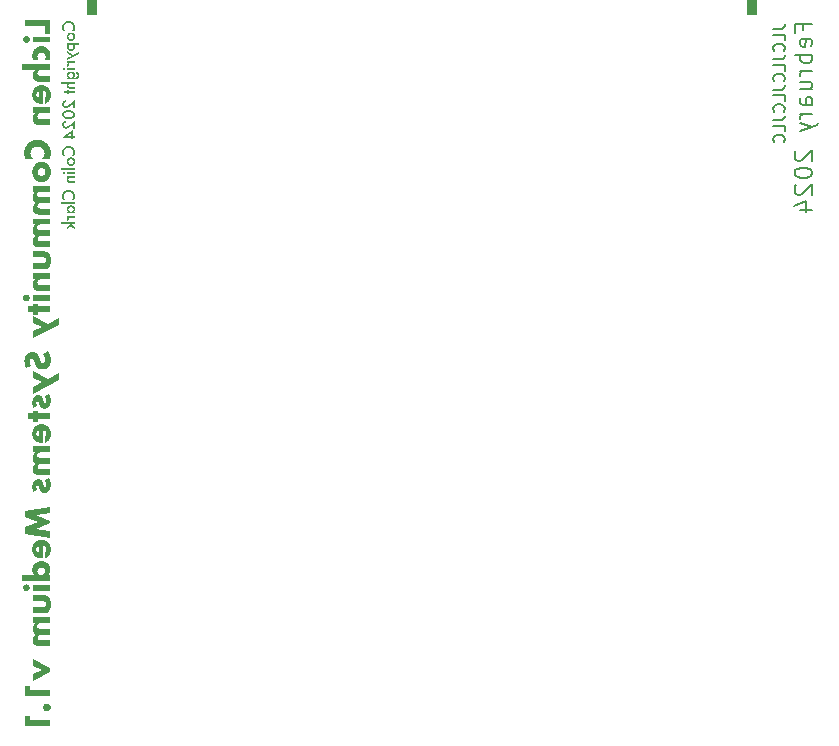
<source format=gbo>
%TF.GenerationSoftware,KiCad,Pcbnew,7.0.8*%
%TF.CreationDate,2024-02-26T10:38:44-05:00*%
%TF.ProjectId,lichen-medium-panel,6c696368-656e-42d6-9d65-6469756d2d70,1.0*%
%TF.SameCoordinates,Original*%
%TF.FileFunction,Legend,Bot*%
%TF.FilePolarity,Positive*%
%FSLAX46Y46*%
G04 Gerber Fmt 4.6, Leading zero omitted, Abs format (unit mm)*
G04 Created by KiCad (PCBNEW 7.0.8) date 2024-02-26 10:38:44*
%MOMM*%
%LPD*%
G01*
G04 APERTURE LIST*
G04 Aperture macros list*
%AMRoundRect*
0 Rectangle with rounded corners*
0 $1 Rounding radius*
0 $2 $3 $4 $5 $6 $7 $8 $9 X,Y pos of 4 corners*
0 Add a 4 corners polygon primitive as box body*
4,1,4,$2,$3,$4,$5,$6,$7,$8,$9,$2,$3,0*
0 Add four circle primitives for the rounded corners*
1,1,$1+$1,$2,$3*
1,1,$1+$1,$4,$5*
1,1,$1+$1,$6,$7*
1,1,$1+$1,$8,$9*
0 Add four rect primitives between the rounded corners*
20,1,$1+$1,$2,$3,$4,$5,0*
20,1,$1+$1,$4,$5,$6,$7,0*
20,1,$1+$1,$6,$7,$8,$9,0*
20,1,$1+$1,$8,$9,$2,$3,0*%
G04 Aperture macros list end*
%ADD10C,0.400000*%
%ADD11C,0.150000*%
%ADD12C,6.400000*%
%ADD13C,5.100000*%
%ADD14C,7.400000*%
%ADD15RoundRect,1.600000X-0.400000X0.000000X0.400000X0.000000X0.400000X0.000000X-0.400000X0.000000X0*%
%ADD16RoundRect,1.600000X0.400000X0.000000X-0.400000X0.000000X-0.400000X0.000000X0.400000X0.000000X0*%
%ADD17C,3.200000*%
%ADD18C,5.000000*%
G04 APERTURE END LIST*
D10*
G36*
X101784110Y-105563733D02*
G01*
X103441053Y-105563733D01*
X103441053Y-106232470D01*
X103910000Y-106232470D01*
X103910000Y-105028841D01*
X101784110Y-105028841D01*
X101784110Y-105563733D01*
G37*
G36*
X102471898Y-106955429D02*
G01*
X103910000Y-106955429D01*
X103910000Y-106455219D01*
X102471898Y-106455219D01*
X102471898Y-106955429D01*
G37*
G36*
X101909162Y-106423956D02*
G01*
X101887621Y-106424729D01*
X101866595Y-106427047D01*
X101846084Y-106430911D01*
X101826089Y-106436321D01*
X101806609Y-106443276D01*
X101800230Y-106445938D01*
X101781442Y-106454765D01*
X101763548Y-106464760D01*
X101746546Y-106475923D01*
X101730437Y-106488253D01*
X101715222Y-106501751D01*
X101710348Y-106506510D01*
X101696461Y-106521411D01*
X101683741Y-106537170D01*
X101672189Y-106553788D01*
X101661805Y-106571265D01*
X101652589Y-106589601D01*
X101649776Y-106595903D01*
X101642306Y-106615378D01*
X101636381Y-106635333D01*
X101632002Y-106655769D01*
X101629168Y-106676687D01*
X101627880Y-106698084D01*
X101627794Y-106705324D01*
X101628567Y-106726865D01*
X101630886Y-106747891D01*
X101634750Y-106768402D01*
X101640159Y-106788397D01*
X101647114Y-106807877D01*
X101649776Y-106814256D01*
X101658603Y-106833027D01*
X101668598Y-106850870D01*
X101679761Y-106867786D01*
X101692091Y-106883774D01*
X101705589Y-106898835D01*
X101710348Y-106903649D01*
X101725266Y-106917537D01*
X101741077Y-106930256D01*
X101757781Y-106941808D01*
X101775378Y-106952192D01*
X101793868Y-106961409D01*
X101800230Y-106964221D01*
X101819538Y-106971858D01*
X101839362Y-106977914D01*
X101859701Y-106982391D01*
X101880555Y-106985287D01*
X101901924Y-106986604D01*
X101909162Y-106986692D01*
X101930554Y-106985902D01*
X101951500Y-106983532D01*
X101971999Y-106979582D01*
X101992052Y-106974052D01*
X102011658Y-106966942D01*
X102018094Y-106964221D01*
X102036882Y-106955394D01*
X102054777Y-106945399D01*
X102071778Y-106934237D01*
X102087887Y-106921906D01*
X102103102Y-106908408D01*
X102107976Y-106903649D01*
X102121714Y-106888897D01*
X102134354Y-106873218D01*
X102145894Y-106856611D01*
X102156336Y-106839077D01*
X102165678Y-106820616D01*
X102168548Y-106814256D01*
X102176018Y-106794948D01*
X102181943Y-106775124D01*
X102186322Y-106754785D01*
X102189156Y-106733931D01*
X102190444Y-106712562D01*
X102190530Y-106705324D01*
X102189757Y-106683766D01*
X102187439Y-106662688D01*
X102183575Y-106642092D01*
X102178165Y-106621976D01*
X102171210Y-106602341D01*
X102168548Y-106595903D01*
X102159572Y-106577282D01*
X102149497Y-106559519D01*
X102138323Y-106542614D01*
X102126050Y-106526569D01*
X102112677Y-106511382D01*
X102107976Y-106506510D01*
X102093058Y-106492623D01*
X102077247Y-106479903D01*
X102060543Y-106468351D01*
X102042946Y-106457967D01*
X102024456Y-106448751D01*
X102018094Y-106445938D01*
X101998637Y-106438468D01*
X101978733Y-106432543D01*
X101958383Y-106428164D01*
X101937586Y-106425330D01*
X101916342Y-106424042D01*
X101909162Y-106423956D01*
G37*
G36*
X102935959Y-108418932D02*
G01*
X102925193Y-108402621D01*
X102910347Y-108378126D01*
X102897063Y-108353597D01*
X102885343Y-108329033D01*
X102875185Y-108304435D01*
X102866589Y-108279803D01*
X102859557Y-108255136D01*
X102854087Y-108230435D01*
X102850180Y-108205700D01*
X102847836Y-108180931D01*
X102847055Y-108156127D01*
X102847675Y-108133773D01*
X102849535Y-108111896D01*
X102852636Y-108090496D01*
X102856977Y-108069573D01*
X102862558Y-108049127D01*
X102869380Y-108029158D01*
X102872456Y-108021304D01*
X102880754Y-108002287D01*
X102890078Y-107984010D01*
X102900427Y-107966471D01*
X102911802Y-107949673D01*
X102924202Y-107933613D01*
X102937629Y-107918293D01*
X102943286Y-107912372D01*
X102958053Y-107898218D01*
X102973654Y-107885067D01*
X102990091Y-107872916D01*
X103007362Y-107861768D01*
X103025468Y-107851622D01*
X103044409Y-107842477D01*
X103052219Y-107839099D01*
X103072116Y-107831500D01*
X103092729Y-107825189D01*
X103114057Y-107820166D01*
X103136101Y-107816431D01*
X103158860Y-107813983D01*
X103182335Y-107812824D01*
X103191926Y-107812721D01*
X103215136Y-107813365D01*
X103237750Y-107815297D01*
X103259767Y-107818517D01*
X103281189Y-107823025D01*
X103302014Y-107828821D01*
X103322242Y-107835905D01*
X103330167Y-107839099D01*
X103349301Y-107847808D01*
X103367624Y-107857446D01*
X103385136Y-107868015D01*
X103401837Y-107879514D01*
X103417727Y-107891943D01*
X103432806Y-107905302D01*
X103438611Y-107910907D01*
X103452459Y-107925545D01*
X103465306Y-107941065D01*
X103477151Y-107957468D01*
X103487994Y-107974753D01*
X103497835Y-107992921D01*
X103506674Y-108011972D01*
X103509930Y-108019839D01*
X103517107Y-108040039D01*
X103523067Y-108060645D01*
X103527811Y-108081656D01*
X103531339Y-108103072D01*
X103533650Y-108124894D01*
X103534745Y-108147122D01*
X103534842Y-108156127D01*
X103533984Y-108182342D01*
X103531408Y-108208230D01*
X103527114Y-108233793D01*
X103521104Y-108259029D01*
X103513376Y-108283939D01*
X103503931Y-108308523D01*
X103492768Y-108332780D01*
X103479888Y-108356711D01*
X103465291Y-108380316D01*
X103448976Y-108403594D01*
X103437145Y-108418932D01*
X103861639Y-108418932D01*
X103871281Y-108395502D01*
X103880301Y-108372228D01*
X103888699Y-108349111D01*
X103896475Y-108326150D01*
X103903628Y-108303346D01*
X103910160Y-108280698D01*
X103916069Y-108258207D01*
X103921357Y-108235872D01*
X103926022Y-108213693D01*
X103930066Y-108191671D01*
X103933487Y-108169806D01*
X103936286Y-108148097D01*
X103938463Y-108126544D01*
X103940018Y-108105148D01*
X103940952Y-108083909D01*
X103941263Y-108062826D01*
X103941055Y-108043284D01*
X103939963Y-108014194D01*
X103937935Y-107985370D01*
X103934971Y-107956812D01*
X103931071Y-107928521D01*
X103926235Y-107900495D01*
X103920464Y-107872736D01*
X103913756Y-107845243D01*
X103906113Y-107818016D01*
X103897533Y-107791055D01*
X103888018Y-107764361D01*
X103877626Y-107738092D01*
X103866419Y-107712406D01*
X103854397Y-107687304D01*
X103841558Y-107662786D01*
X103827904Y-107638853D01*
X103813434Y-107615503D01*
X103798148Y-107592736D01*
X103782047Y-107570554D01*
X103765130Y-107548956D01*
X103747397Y-107527942D01*
X103735122Y-107514256D01*
X103716002Y-107494397D01*
X103696195Y-107475301D01*
X103675702Y-107456970D01*
X103654521Y-107439404D01*
X103632654Y-107422601D01*
X103610100Y-107406562D01*
X103586859Y-107391288D01*
X103562930Y-107376778D01*
X103538315Y-107363032D01*
X103513013Y-107350051D01*
X103495764Y-107341821D01*
X103469377Y-107330385D01*
X103442423Y-107320074D01*
X103414903Y-107310887D01*
X103386816Y-107302826D01*
X103367777Y-107298077D01*
X103348485Y-107293827D01*
X103328942Y-107290078D01*
X103309147Y-107286828D01*
X103289100Y-107284078D01*
X103268801Y-107281829D01*
X103248250Y-107280079D01*
X103227448Y-107278829D01*
X103206393Y-107278079D01*
X103185087Y-107277829D01*
X103163828Y-107278070D01*
X103142795Y-107278791D01*
X103121986Y-107279993D01*
X103101403Y-107281676D01*
X103081045Y-107283840D01*
X103060912Y-107286485D01*
X103041004Y-107289610D01*
X103021322Y-107293217D01*
X103001865Y-107297304D01*
X102982632Y-107301872D01*
X102963625Y-107306921D01*
X102944843Y-107312451D01*
X102917093Y-107321647D01*
X102889849Y-107331925D01*
X102871967Y-107339378D01*
X102845662Y-107351314D01*
X102820052Y-107364039D01*
X102795138Y-107377555D01*
X102770920Y-107391860D01*
X102747396Y-107406955D01*
X102724569Y-107422841D01*
X102702437Y-107439516D01*
X102681000Y-107456981D01*
X102660259Y-107475237D01*
X102640213Y-107494282D01*
X102627236Y-107507418D01*
X102608397Y-107527828D01*
X102590348Y-107548943D01*
X102573089Y-107570761D01*
X102556619Y-107593284D01*
X102540940Y-107616511D01*
X102526051Y-107640442D01*
X102511952Y-107665077D01*
X102498642Y-107690416D01*
X102486123Y-107716460D01*
X102474393Y-107743207D01*
X102467013Y-107761430D01*
X102460033Y-107779891D01*
X102453503Y-107798517D01*
X102447424Y-107817306D01*
X102441795Y-107836260D01*
X102436616Y-107855378D01*
X102431888Y-107874660D01*
X102427610Y-107894105D01*
X102423782Y-107913715D01*
X102420404Y-107933490D01*
X102417477Y-107953428D01*
X102415000Y-107973530D01*
X102412974Y-107993797D01*
X102411398Y-108014227D01*
X102410272Y-108034822D01*
X102409597Y-108055581D01*
X102409371Y-108076503D01*
X102409690Y-108099594D01*
X102410646Y-108122459D01*
X102412239Y-108145099D01*
X102414470Y-108167514D01*
X102417338Y-108189704D01*
X102420843Y-108211669D01*
X102424986Y-108233408D01*
X102429766Y-108254923D01*
X102435183Y-108276212D01*
X102441238Y-108297276D01*
X102447929Y-108318115D01*
X102455259Y-108338729D01*
X102463225Y-108359117D01*
X102471829Y-108379281D01*
X102481070Y-108399219D01*
X102490949Y-108418932D01*
X102935959Y-108418932D01*
G37*
G36*
X101565268Y-108782365D02*
G01*
X101565268Y-109282575D01*
X102655080Y-109282575D01*
X102639530Y-109295409D01*
X102624633Y-109308266D01*
X102603512Y-109327594D01*
X102583858Y-109346974D01*
X102565673Y-109366406D01*
X102548956Y-109385889D01*
X102533708Y-109405424D01*
X102519928Y-109425010D01*
X102507616Y-109444648D01*
X102496772Y-109464337D01*
X102487397Y-109484078D01*
X102484598Y-109490669D01*
X102476741Y-109510858D01*
X102469657Y-109531674D01*
X102463346Y-109553116D01*
X102457808Y-109575185D01*
X102453042Y-109597881D01*
X102449049Y-109621204D01*
X102445829Y-109645154D01*
X102443382Y-109669730D01*
X102441708Y-109694933D01*
X102440806Y-109720763D01*
X102440635Y-109738332D01*
X102441220Y-109771520D01*
X102442978Y-109803674D01*
X102445907Y-109834794D01*
X102450007Y-109864880D01*
X102455280Y-109893932D01*
X102461723Y-109921949D01*
X102469339Y-109948932D01*
X102478126Y-109974881D01*
X102488084Y-109999796D01*
X102499215Y-110023676D01*
X102511516Y-110046522D01*
X102524990Y-110068334D01*
X102539635Y-110089112D01*
X102555452Y-110108856D01*
X102572440Y-110127565D01*
X102590600Y-110145240D01*
X102609756Y-110161921D01*
X102629732Y-110177526D01*
X102650529Y-110192055D01*
X102672146Y-110205507D01*
X102694584Y-110217883D01*
X102717843Y-110229183D01*
X102741921Y-110239407D01*
X102766821Y-110248555D01*
X102792541Y-110256626D01*
X102819081Y-110263622D01*
X102846442Y-110269541D01*
X102874624Y-110274384D01*
X102903625Y-110278150D01*
X102933448Y-110280841D01*
X102964091Y-110282455D01*
X102995554Y-110282993D01*
X103910000Y-110282993D01*
X103910000Y-109782784D01*
X103185575Y-109782784D01*
X103165520Y-109782634D01*
X103139928Y-109781966D01*
X103115648Y-109780764D01*
X103092682Y-109779027D01*
X103071028Y-109776757D01*
X103050687Y-109773952D01*
X103027107Y-109769694D01*
X103009720Y-109765687D01*
X102989418Y-109759948D01*
X102970642Y-109753112D01*
X102950125Y-109743461D01*
X102931807Y-109732229D01*
X102915687Y-109719418D01*
X102906161Y-109710000D01*
X102892308Y-109692826D01*
X102880302Y-109674767D01*
X102870143Y-109655823D01*
X102861831Y-109635994D01*
X102855367Y-109615279D01*
X102850749Y-109593679D01*
X102847978Y-109571193D01*
X102847055Y-109547822D01*
X102847733Y-109524262D01*
X102849768Y-109501758D01*
X102853160Y-109480310D01*
X102857908Y-109459918D01*
X102864013Y-109440582D01*
X102871475Y-109422302D01*
X102883535Y-109399573D01*
X102898006Y-109378720D01*
X102914889Y-109359746D01*
X102924235Y-109350963D01*
X102944446Y-109334934D01*
X102960967Y-109324315D01*
X102978656Y-109314899D01*
X102997512Y-109306684D01*
X103017536Y-109299672D01*
X103038728Y-109293861D01*
X103061088Y-109289253D01*
X103084615Y-109285847D01*
X103109310Y-109283643D01*
X103135173Y-109282641D01*
X103144054Y-109282575D01*
X103910000Y-109282575D01*
X103910000Y-108782365D01*
X101565268Y-108782365D01*
G37*
G36*
X103219638Y-110578268D02*
G01*
X103241224Y-110578954D01*
X103262548Y-110580099D01*
X103283608Y-110581702D01*
X103304405Y-110583763D01*
X103324939Y-110586282D01*
X103345209Y-110589258D01*
X103365216Y-110592693D01*
X103384959Y-110596586D01*
X103404440Y-110600936D01*
X103423657Y-110605745D01*
X103442610Y-110611011D01*
X103461301Y-110616736D01*
X103488842Y-110626181D01*
X103515792Y-110636657D01*
X103533345Y-110644177D01*
X103559095Y-110656180D01*
X103584149Y-110669050D01*
X103608508Y-110682787D01*
X103632171Y-110697391D01*
X103655139Y-110712863D01*
X103677412Y-110729202D01*
X103698988Y-110746408D01*
X103719870Y-110764482D01*
X103740056Y-110783422D01*
X103759546Y-110803230D01*
X103772124Y-110816893D01*
X103790305Y-110838016D01*
X103807662Y-110859895D01*
X103824194Y-110882529D01*
X103839902Y-110905919D01*
X103854785Y-110930065D01*
X103868845Y-110954966D01*
X103882079Y-110980623D01*
X103894490Y-111007036D01*
X103902306Y-111025064D01*
X103909755Y-111043428D01*
X103916838Y-111062128D01*
X103923582Y-111081173D01*
X103929890Y-111100451D01*
X103935763Y-111119962D01*
X103941202Y-111139706D01*
X103946205Y-111159682D01*
X103950773Y-111179891D01*
X103954906Y-111200333D01*
X103958604Y-111221008D01*
X103961867Y-111241915D01*
X103964695Y-111263056D01*
X103967087Y-111284429D01*
X103969045Y-111306035D01*
X103970568Y-111327874D01*
X103971656Y-111349945D01*
X103972308Y-111372250D01*
X103972526Y-111394787D01*
X103972034Y-111431476D01*
X103970558Y-111467294D01*
X103968099Y-111502242D01*
X103964656Y-111536318D01*
X103960230Y-111569523D01*
X103954820Y-111601857D01*
X103948426Y-111633320D01*
X103941049Y-111663912D01*
X103932688Y-111693633D01*
X103923343Y-111722482D01*
X103913015Y-111750461D01*
X103901703Y-111777569D01*
X103889407Y-111803805D01*
X103876128Y-111829171D01*
X103861865Y-111853665D01*
X103846618Y-111877288D01*
X103830388Y-111900041D01*
X103813174Y-111921922D01*
X103794977Y-111942932D01*
X103775796Y-111963071D01*
X103755631Y-111982339D01*
X103734482Y-112000736D01*
X103712350Y-112018262D01*
X103689234Y-112034917D01*
X103665135Y-112050700D01*
X103640052Y-112065613D01*
X103613985Y-112079655D01*
X103586935Y-112092825D01*
X103558901Y-112105125D01*
X103529883Y-112116553D01*
X103499882Y-112127110D01*
X103468897Y-112136796D01*
X103468897Y-111641472D01*
X103476801Y-111636080D01*
X103499007Y-111618941D01*
X103518956Y-111600359D01*
X103536646Y-111580335D01*
X103552077Y-111558868D01*
X103565251Y-111535959D01*
X103576166Y-111511607D01*
X103584823Y-111485813D01*
X103591221Y-111458576D01*
X103595361Y-111429897D01*
X103596867Y-111409976D01*
X103597369Y-111389413D01*
X103596147Y-111351733D01*
X103592484Y-111316484D01*
X103586378Y-111283666D01*
X103577829Y-111253278D01*
X103566838Y-111225322D01*
X103553405Y-111199797D01*
X103537529Y-111176703D01*
X103519211Y-111156039D01*
X103498450Y-111137807D01*
X103475247Y-111122006D01*
X103449602Y-111108635D01*
X103421514Y-111097696D01*
X103390983Y-111089187D01*
X103358011Y-111083110D01*
X103322595Y-111079463D01*
X103284738Y-111078248D01*
X103284738Y-112156824D01*
X103230027Y-112156824D01*
X103206242Y-112156616D01*
X103182759Y-112155992D01*
X103159577Y-112154952D01*
X103136696Y-112153497D01*
X103114117Y-112151625D01*
X103091839Y-112149337D01*
X103069863Y-112146633D01*
X103048189Y-112143513D01*
X103026815Y-112139977D01*
X103005744Y-112136026D01*
X102984974Y-112131658D01*
X102964505Y-112126874D01*
X102944338Y-112121674D01*
X102924472Y-112116059D01*
X102904908Y-112110027D01*
X102885645Y-112103579D01*
X102866659Y-112096737D01*
X102848047Y-112089520D01*
X102829809Y-112081930D01*
X102811945Y-112073965D01*
X102785850Y-112061317D01*
X102760596Y-112047827D01*
X102736185Y-112033496D01*
X102712614Y-112018323D01*
X102689885Y-112002309D01*
X102667998Y-111985454D01*
X102646952Y-111967757D01*
X102626748Y-111949218D01*
X102613694Y-111936464D01*
X102594851Y-111916674D01*
X102576892Y-111896095D01*
X102559817Y-111874726D01*
X102543627Y-111852566D01*
X102528321Y-111829617D01*
X102513900Y-111805878D01*
X102500363Y-111781349D01*
X102487710Y-111756029D01*
X102475942Y-111729920D01*
X102465059Y-111703021D01*
X102458315Y-111684684D01*
X102452007Y-111666064D01*
X102446134Y-111647162D01*
X102440696Y-111627978D01*
X102435692Y-111608511D01*
X102431124Y-111588761D01*
X102426991Y-111568730D01*
X102423293Y-111548415D01*
X102420030Y-111527819D01*
X102417202Y-111506940D01*
X102414810Y-111485779D01*
X102412852Y-111464335D01*
X102411329Y-111442609D01*
X102410242Y-111420600D01*
X102409589Y-111398309D01*
X102409423Y-111381109D01*
X102753265Y-111381109D01*
X102753871Y-111402058D01*
X102755687Y-111422405D01*
X102758714Y-111442152D01*
X102762951Y-111461297D01*
X102770484Y-111485889D01*
X102780170Y-111509413D01*
X102792008Y-111531868D01*
X102805999Y-111553254D01*
X102822142Y-111573572D01*
X102830864Y-111583256D01*
X102849350Y-111601376D01*
X102869225Y-111617832D01*
X102890490Y-111632624D01*
X102907350Y-111642626D01*
X102924991Y-111651692D01*
X102943414Y-111659822D01*
X102962618Y-111667016D01*
X102982603Y-111673275D01*
X103003370Y-111678597D01*
X103003370Y-111092414D01*
X102995973Y-111093690D01*
X102974412Y-111098169D01*
X102953795Y-111103627D01*
X102934123Y-111110064D01*
X102915396Y-111117480D01*
X102897613Y-111125875D01*
X102875372Y-111138591D01*
X102854809Y-111153047D01*
X102835926Y-111169244D01*
X102818722Y-111187180D01*
X102803381Y-111206666D01*
X102790085Y-111227511D01*
X102778835Y-111249714D01*
X102769630Y-111273276D01*
X102762470Y-111298196D01*
X102758443Y-111317778D01*
X102755567Y-111338124D01*
X102753841Y-111359235D01*
X102753265Y-111381109D01*
X102409423Y-111381109D01*
X102409371Y-111375736D01*
X102409587Y-111352802D01*
X102410234Y-111330162D01*
X102411312Y-111307815D01*
X102412821Y-111285763D01*
X102414762Y-111264004D01*
X102417134Y-111242539D01*
X102419937Y-111221369D01*
X102423171Y-111200491D01*
X102426837Y-111179908D01*
X102430934Y-111159619D01*
X102435462Y-111139623D01*
X102440421Y-111119922D01*
X102445811Y-111100514D01*
X102451633Y-111081400D01*
X102457886Y-111062580D01*
X102464570Y-111044054D01*
X102471655Y-111025844D01*
X102482977Y-110999167D01*
X102495131Y-110973254D01*
X102508119Y-110948105D01*
X102521939Y-110923720D01*
X102536592Y-110900100D01*
X102552078Y-110877244D01*
X102568397Y-110855152D01*
X102585549Y-110833824D01*
X102603534Y-110813260D01*
X102622351Y-110793461D01*
X102635285Y-110780701D01*
X102655329Y-110762255D01*
X102676146Y-110744643D01*
X102697735Y-110727863D01*
X102720098Y-110711916D01*
X102743233Y-110696802D01*
X102767141Y-110682521D01*
X102791822Y-110669073D01*
X102817276Y-110656458D01*
X102843503Y-110644675D01*
X102870502Y-110633726D01*
X102888839Y-110626983D01*
X102907459Y-110620674D01*
X102926361Y-110614801D01*
X102945546Y-110609363D01*
X102965012Y-110604360D01*
X102984762Y-110599791D01*
X103004794Y-110595658D01*
X103025108Y-110591960D01*
X103045704Y-110588697D01*
X103066583Y-110585870D01*
X103087745Y-110583477D01*
X103109188Y-110581519D01*
X103130914Y-110579996D01*
X103152923Y-110578909D01*
X103175214Y-110578256D01*
X103197787Y-110578039D01*
X103219638Y-110578268D01*
G37*
G36*
X102471898Y-112451870D02*
G01*
X102471898Y-112952079D01*
X102654103Y-112952079D01*
X102638612Y-112964913D01*
X102623771Y-112977770D01*
X102602725Y-112997099D01*
X102583139Y-113016479D01*
X102565012Y-113035911D01*
X102548346Y-113055394D01*
X102533139Y-113074928D01*
X102519391Y-113094515D01*
X102507104Y-113114152D01*
X102496276Y-113133842D01*
X102486908Y-113153582D01*
X102484110Y-113160174D01*
X102476340Y-113180363D01*
X102469335Y-113201178D01*
X102463094Y-113222620D01*
X102457617Y-113244690D01*
X102452904Y-113267386D01*
X102448956Y-113290708D01*
X102445772Y-113314658D01*
X102443352Y-113339234D01*
X102441696Y-113364438D01*
X102440804Y-113390268D01*
X102440635Y-113407836D01*
X102441068Y-113435577D01*
X102442369Y-113462562D01*
X102444537Y-113488791D01*
X102447573Y-113514265D01*
X102451475Y-113538983D01*
X102456245Y-113562946D01*
X102461882Y-113586153D01*
X102468387Y-113608604D01*
X102475758Y-113630299D01*
X102483997Y-113651239D01*
X102489972Y-113664780D01*
X102499491Y-113684646D01*
X102509732Y-113703946D01*
X102520695Y-113722680D01*
X102532378Y-113740846D01*
X102544783Y-113758446D01*
X102557909Y-113775479D01*
X102571757Y-113791945D01*
X102586325Y-113807845D01*
X102601615Y-113823178D01*
X102617627Y-113837944D01*
X102628702Y-113847473D01*
X102647165Y-113862128D01*
X102666162Y-113875561D01*
X102685694Y-113887773D01*
X102705760Y-113898764D01*
X102726360Y-113908534D01*
X102747495Y-113917083D01*
X102769164Y-113924410D01*
X102791367Y-113930516D01*
X102814112Y-113935668D01*
X102837651Y-113940133D01*
X102861984Y-113943911D01*
X102887110Y-113947002D01*
X102913031Y-113949407D01*
X102932992Y-113950759D01*
X102953399Y-113951725D01*
X102974254Y-113952305D01*
X102995554Y-113952498D01*
X103910000Y-113952498D01*
X103910000Y-113452288D01*
X103184110Y-113452288D01*
X103164499Y-113452151D01*
X103139461Y-113451540D01*
X103115689Y-113450441D01*
X103093184Y-113448854D01*
X103071946Y-113446778D01*
X103051976Y-113444213D01*
X103028794Y-113440321D01*
X103011674Y-113436657D01*
X102991710Y-113431340D01*
X102973034Y-113424855D01*
X102952323Y-113415530D01*
X102933467Y-113404522D01*
X102916465Y-113391831D01*
X102906161Y-113382435D01*
X102892541Y-113367291D01*
X102880743Y-113351353D01*
X102869493Y-113332165D01*
X102860623Y-113311938D01*
X102858778Y-113306720D01*
X102852581Y-113285562D01*
X102848610Y-113266398D01*
X102845996Y-113246626D01*
X102844737Y-113226247D01*
X102844612Y-113217327D01*
X102845291Y-113193766D01*
X102847326Y-113171262D01*
X102850717Y-113149814D01*
X102855466Y-113129422D01*
X102861571Y-113110087D01*
X102869033Y-113091807D01*
X102881092Y-113069077D01*
X102895564Y-113048225D01*
X102912447Y-113029250D01*
X102921793Y-113020467D01*
X102942119Y-113004439D01*
X102958715Y-112993820D01*
X102976471Y-112984403D01*
X102995386Y-112976188D01*
X103015460Y-112969176D01*
X103036693Y-112963366D01*
X103059086Y-112958758D01*
X103082638Y-112955352D01*
X103107349Y-112953148D01*
X103133219Y-112952146D01*
X103142100Y-112952079D01*
X103910000Y-112952079D01*
X103910000Y-112451870D01*
X102471898Y-112451870D01*
G37*
G36*
X102489972Y-116809162D02*
G01*
X102461283Y-116784932D01*
X102434445Y-116759993D01*
X102409457Y-116734344D01*
X102386321Y-116707984D01*
X102365036Y-116680916D01*
X102345601Y-116653137D01*
X102328018Y-116624648D01*
X102312285Y-116595450D01*
X102298403Y-116565541D01*
X102286372Y-116534923D01*
X102276192Y-116503595D01*
X102267863Y-116471557D01*
X102261385Y-116438810D01*
X102256758Y-116405352D01*
X102253981Y-116371185D01*
X102253056Y-116336308D01*
X102253460Y-116313207D01*
X102254670Y-116290432D01*
X102256688Y-116267984D01*
X102259513Y-116245862D01*
X102263145Y-116224066D01*
X102267585Y-116202596D01*
X102272831Y-116181453D01*
X102278885Y-116160636D01*
X102285745Y-116140146D01*
X102293413Y-116119981D01*
X102298974Y-116106720D01*
X102307784Y-116087194D01*
X102317177Y-116068183D01*
X102327155Y-116049687D01*
X102337717Y-116031707D01*
X102348862Y-116014241D01*
X102360592Y-115997291D01*
X102372905Y-115980856D01*
X102385802Y-115964937D01*
X102399283Y-115949532D01*
X102413348Y-115934643D01*
X102423049Y-115925003D01*
X102438057Y-115911085D01*
X102453589Y-115897726D01*
X102469645Y-115884925D01*
X102486224Y-115872682D01*
X102503327Y-115860997D01*
X102520954Y-115849870D01*
X102539105Y-115839301D01*
X102557780Y-115829290D01*
X102576978Y-115819838D01*
X102596700Y-115810943D01*
X102610139Y-115805324D01*
X102630623Y-115797554D01*
X102651407Y-115790549D01*
X102672491Y-115784308D01*
X102693876Y-115778831D01*
X102715562Y-115774119D01*
X102737548Y-115770170D01*
X102759835Y-115766986D01*
X102782422Y-115764566D01*
X102805310Y-115762910D01*
X102828498Y-115762019D01*
X102844124Y-115761849D01*
X102868123Y-115762231D01*
X102891763Y-115763377D01*
X102915041Y-115765288D01*
X102937959Y-115767962D01*
X102960516Y-115771401D01*
X102982712Y-115775605D01*
X103004548Y-115780572D01*
X103026024Y-115786304D01*
X103047138Y-115792799D01*
X103067892Y-115800059D01*
X103081528Y-115805324D01*
X103101612Y-115813859D01*
X103121198Y-115822978D01*
X103140286Y-115832681D01*
X103158876Y-115842968D01*
X103176969Y-115853839D01*
X103194563Y-115865293D01*
X103211659Y-115877332D01*
X103228257Y-115889954D01*
X103244357Y-115903160D01*
X103259959Y-115916951D01*
X103270083Y-115926468D01*
X103284716Y-115941263D01*
X103298757Y-115956522D01*
X103312205Y-115972244D01*
X103325061Y-115988430D01*
X103337324Y-116005079D01*
X103348995Y-116022193D01*
X103360073Y-116039769D01*
X103370559Y-116057810D01*
X103380452Y-116076314D01*
X103389753Y-116095282D01*
X103395624Y-116108185D01*
X103403743Y-116127849D01*
X103411063Y-116147821D01*
X103417584Y-116168103D01*
X103423307Y-116188694D01*
X103428232Y-116209594D01*
X103432358Y-116230803D01*
X103435685Y-116252321D01*
X103438214Y-116274148D01*
X103439944Y-116296285D01*
X103440876Y-116318730D01*
X103441053Y-116333866D01*
X103440160Y-116366691D01*
X103437481Y-116399101D01*
X103433016Y-116431095D01*
X103426765Y-116462673D01*
X103418728Y-116493835D01*
X103408905Y-116524581D01*
X103397296Y-116554911D01*
X103383900Y-116584825D01*
X103368719Y-116614323D01*
X103351752Y-116643405D01*
X103332999Y-116672071D01*
X103312459Y-116700321D01*
X103290134Y-116728156D01*
X103266023Y-116755574D01*
X103240125Y-116782576D01*
X103212442Y-116809162D01*
X103866036Y-116809162D01*
X103885575Y-116753475D01*
X103893791Y-116730082D01*
X103901586Y-116706981D01*
X103908961Y-116684172D01*
X103915915Y-116661655D01*
X103922448Y-116639430D01*
X103928560Y-116617496D01*
X103934252Y-116595855D01*
X103939522Y-116574506D01*
X103944372Y-116553448D01*
X103948802Y-116532683D01*
X103951521Y-116519002D01*
X103955275Y-116498686D01*
X103958659Y-116478404D01*
X103961675Y-116458157D01*
X103964321Y-116437943D01*
X103966598Y-116417765D01*
X103968505Y-116397621D01*
X103970044Y-116377511D01*
X103971213Y-116357435D01*
X103972013Y-116337394D01*
X103972444Y-116317387D01*
X103972526Y-116304068D01*
X103972201Y-116276965D01*
X103971228Y-116249999D01*
X103969606Y-116223170D01*
X103967336Y-116196479D01*
X103964416Y-116169925D01*
X103960848Y-116143509D01*
X103956631Y-116117230D01*
X103951765Y-116091088D01*
X103946250Y-116065084D01*
X103940087Y-116039217D01*
X103933275Y-116013488D01*
X103925814Y-115987896D01*
X103917705Y-115962441D01*
X103908946Y-115937124D01*
X103899539Y-115911944D01*
X103889483Y-115886901D01*
X103878778Y-115862172D01*
X103867547Y-115837808D01*
X103855789Y-115813811D01*
X103843504Y-115790181D01*
X103830693Y-115766917D01*
X103817355Y-115744019D01*
X103803491Y-115721488D01*
X103789099Y-115699323D01*
X103774181Y-115677524D01*
X103758737Y-115656092D01*
X103742766Y-115635026D01*
X103726268Y-115614326D01*
X103709243Y-115593993D01*
X103691692Y-115574026D01*
X103673614Y-115554426D01*
X103655010Y-115535191D01*
X103635862Y-115516434D01*
X103616275Y-115498143D01*
X103596249Y-115480317D01*
X103575784Y-115462957D01*
X103554880Y-115446062D01*
X103533537Y-115429633D01*
X103511756Y-115413669D01*
X103489535Y-115398171D01*
X103466876Y-115383139D01*
X103443778Y-115368572D01*
X103420241Y-115354471D01*
X103396265Y-115340835D01*
X103371850Y-115327665D01*
X103346997Y-115314961D01*
X103321704Y-115302722D01*
X103295973Y-115290949D01*
X103269810Y-115279828D01*
X103243346Y-115269425D01*
X103216581Y-115259739D01*
X103189514Y-115250771D01*
X103162145Y-115242520D01*
X103134475Y-115234986D01*
X103106504Y-115228171D01*
X103078230Y-115222072D01*
X103049656Y-115216691D01*
X103020780Y-115212028D01*
X102991603Y-115208082D01*
X102962124Y-115204853D01*
X102932343Y-115202342D01*
X102902261Y-115200548D01*
X102871878Y-115199472D01*
X102841193Y-115199113D01*
X102810638Y-115199468D01*
X102780399Y-115200533D01*
X102750478Y-115202307D01*
X102720873Y-115204792D01*
X102691585Y-115207986D01*
X102662613Y-115211890D01*
X102633958Y-115216504D01*
X102605621Y-115221828D01*
X102577599Y-115227861D01*
X102549895Y-115234605D01*
X102522507Y-115242058D01*
X102495437Y-115250221D01*
X102468682Y-115259094D01*
X102442245Y-115268677D01*
X102416124Y-115278969D01*
X102390321Y-115289972D01*
X102364898Y-115301567D01*
X102339923Y-115313640D01*
X102315393Y-115326190D01*
X102291311Y-115339217D01*
X102267674Y-115352721D01*
X102244485Y-115366702D01*
X102221741Y-115381160D01*
X102199445Y-115396095D01*
X102177595Y-115411507D01*
X102156191Y-115427396D01*
X102135234Y-115443763D01*
X102114723Y-115460606D01*
X102094659Y-115477926D01*
X102075041Y-115495723D01*
X102055870Y-115513998D01*
X102037145Y-115532749D01*
X102018837Y-115551930D01*
X102001036Y-115571492D01*
X101983742Y-115591436D01*
X101966956Y-115611762D01*
X101950678Y-115632469D01*
X101934907Y-115653558D01*
X101919644Y-115675028D01*
X101904888Y-115696880D01*
X101890640Y-115719114D01*
X101876899Y-115741729D01*
X101863666Y-115764726D01*
X101850941Y-115788105D01*
X101838723Y-115811865D01*
X101827013Y-115836007D01*
X101815810Y-115860531D01*
X101805115Y-115885436D01*
X101795000Y-115910667D01*
X101785537Y-115936047D01*
X101776727Y-115961576D01*
X101768570Y-115987254D01*
X101761065Y-116013081D01*
X101754213Y-116039057D01*
X101748013Y-116065181D01*
X101742466Y-116091454D01*
X101737572Y-116117877D01*
X101733330Y-116144448D01*
X101729741Y-116171167D01*
X101726804Y-116198036D01*
X101724520Y-116225053D01*
X101722889Y-116252220D01*
X101721910Y-116279535D01*
X101721584Y-116306999D01*
X101721820Y-116330499D01*
X101722528Y-116353922D01*
X101723709Y-116377268D01*
X101725362Y-116400536D01*
X101727487Y-116423727D01*
X101730084Y-116446841D01*
X101733154Y-116469878D01*
X101736696Y-116492837D01*
X101740710Y-116515719D01*
X101745197Y-116538524D01*
X101748450Y-116553684D01*
X101753654Y-116576598D01*
X101759373Y-116599726D01*
X101765606Y-116623069D01*
X101772356Y-116646626D01*
X101779620Y-116670398D01*
X101787399Y-116694385D01*
X101795694Y-116718587D01*
X101804504Y-116743003D01*
X101813829Y-116767634D01*
X101823669Y-116792479D01*
X101830516Y-116809162D01*
X102489972Y-116809162D01*
G37*
G36*
X103200468Y-117065379D02*
G01*
X103222433Y-117066128D01*
X103244142Y-117067378D01*
X103265595Y-117069128D01*
X103286793Y-117071378D01*
X103307735Y-117074127D01*
X103328421Y-117077377D01*
X103348852Y-117081127D01*
X103369026Y-117085376D01*
X103388946Y-117090125D01*
X103408609Y-117095375D01*
X103428017Y-117101124D01*
X103447169Y-117107373D01*
X103466065Y-117114122D01*
X103484706Y-117121371D01*
X103503091Y-117129120D01*
X103512150Y-117133198D01*
X103530033Y-117141640D01*
X103547603Y-117150463D01*
X103573372Y-117164413D01*
X103598436Y-117179222D01*
X103622797Y-117194890D01*
X103646453Y-117211417D01*
X103669405Y-117228802D01*
X103691653Y-117247046D01*
X103713197Y-117266148D01*
X103734037Y-117286109D01*
X103754173Y-117306929D01*
X103767112Y-117321263D01*
X103785812Y-117343394D01*
X103803662Y-117366280D01*
X103820662Y-117389922D01*
X103836813Y-117414320D01*
X103847107Y-117431004D01*
X103857024Y-117448025D01*
X103866562Y-117465382D01*
X103875723Y-117483074D01*
X103884507Y-117501102D01*
X103892912Y-117519466D01*
X103900940Y-117538166D01*
X103908589Y-117557202D01*
X103915861Y-117576573D01*
X103922723Y-117596282D01*
X103929142Y-117616209D01*
X103935118Y-117636353D01*
X103940652Y-117656715D01*
X103945743Y-117677295D01*
X103950391Y-117698092D01*
X103954597Y-117719106D01*
X103958360Y-117740338D01*
X103961680Y-117761787D01*
X103964557Y-117783454D01*
X103966992Y-117805339D01*
X103968984Y-117827441D01*
X103970534Y-117849761D01*
X103971640Y-117872298D01*
X103972304Y-117895052D01*
X103972526Y-117918025D01*
X103972304Y-117941367D01*
X103971640Y-117964499D01*
X103970534Y-117987422D01*
X103968984Y-118010135D01*
X103966992Y-118032637D01*
X103964557Y-118054930D01*
X103961680Y-118077013D01*
X103958360Y-118098886D01*
X103954597Y-118120550D01*
X103950391Y-118142003D01*
X103945743Y-118163246D01*
X103940652Y-118184280D01*
X103935118Y-118205103D01*
X103929142Y-118225717D01*
X103922723Y-118246121D01*
X103915861Y-118266315D01*
X103912274Y-118276314D01*
X103904825Y-118296041D01*
X103897009Y-118315404D01*
X103888827Y-118334406D01*
X103880278Y-118353045D01*
X103871363Y-118371321D01*
X103862082Y-118389234D01*
X103852435Y-118406786D01*
X103842421Y-118423974D01*
X103832040Y-118440800D01*
X103821294Y-118457264D01*
X103810181Y-118473365D01*
X103792824Y-118496836D01*
X103774643Y-118519492D01*
X103755638Y-118541332D01*
X103735786Y-118562427D01*
X103715246Y-118582663D01*
X103694020Y-118602040D01*
X103672107Y-118620559D01*
X103649507Y-118638219D01*
X103626220Y-118655020D01*
X103602246Y-118670962D01*
X103577585Y-118686046D01*
X103552237Y-118700271D01*
X103526202Y-118713638D01*
X103508464Y-118722072D01*
X103490457Y-118730058D01*
X103472217Y-118737528D01*
X103453744Y-118744483D01*
X103435039Y-118750923D01*
X103416100Y-118756848D01*
X103396929Y-118762258D01*
X103377525Y-118767152D01*
X103357889Y-118771531D01*
X103338019Y-118775395D01*
X103317917Y-118778744D01*
X103297582Y-118781578D01*
X103277014Y-118783896D01*
X103256213Y-118785699D01*
X103235179Y-118786987D01*
X103213913Y-118787760D01*
X103192414Y-118788018D01*
X103170856Y-118787766D01*
X103149534Y-118787010D01*
X103128449Y-118785751D01*
X103107601Y-118783988D01*
X103086989Y-118781721D01*
X103066614Y-118778950D01*
X103046475Y-118775676D01*
X103026573Y-118771898D01*
X103006908Y-118767616D01*
X102987479Y-118762830D01*
X102968287Y-118757541D01*
X102949331Y-118751748D01*
X102930612Y-118745451D01*
X102912130Y-118738650D01*
X102893884Y-118731346D01*
X102875875Y-118723538D01*
X102858139Y-118715275D01*
X102832114Y-118702123D01*
X102806785Y-118688061D01*
X102782151Y-118673089D01*
X102758213Y-118657207D01*
X102734971Y-118640414D01*
X102712423Y-118622711D01*
X102690572Y-118604098D01*
X102669416Y-118584575D01*
X102648955Y-118564141D01*
X102629190Y-118542798D01*
X102616365Y-118528162D01*
X102597808Y-118505594D01*
X102580067Y-118482287D01*
X102568692Y-118466338D01*
X102557680Y-118450062D01*
X102547031Y-118433457D01*
X102536744Y-118416524D01*
X102526820Y-118399263D01*
X102517258Y-118381674D01*
X102508059Y-118363756D01*
X102499222Y-118345511D01*
X102490748Y-118326937D01*
X102482637Y-118308035D01*
X102474888Y-118288804D01*
X102467501Y-118269246D01*
X102460462Y-118249416D01*
X102453877Y-118229373D01*
X102447746Y-118209116D01*
X102442069Y-118188646D01*
X102436847Y-118167961D01*
X102432078Y-118147063D01*
X102427764Y-118125952D01*
X102423904Y-118104626D01*
X102420498Y-118083087D01*
X102417546Y-118061334D01*
X102415048Y-118039368D01*
X102413005Y-118017187D01*
X102411415Y-117994793D01*
X102410280Y-117972185D01*
X102409599Y-117949364D01*
X102409371Y-117926329D01*
X102854870Y-117926329D01*
X102854972Y-117934725D01*
X102856109Y-117955447D01*
X102858511Y-117975788D01*
X102862177Y-117995747D01*
X102867107Y-118015325D01*
X102873302Y-118034521D01*
X102880760Y-118053335D01*
X102889199Y-118071694D01*
X102898639Y-118089218D01*
X102909082Y-118105907D01*
X102922935Y-118124832D01*
X102938231Y-118142555D01*
X102952079Y-118156406D01*
X102957880Y-118161773D01*
X102972916Y-118174608D01*
X102988715Y-118186608D01*
X103005278Y-118197773D01*
X103022604Y-118208103D01*
X103040693Y-118217598D01*
X103059546Y-118226259D01*
X103067266Y-118229512D01*
X103086801Y-118236728D01*
X103106670Y-118242631D01*
X103126872Y-118247222D01*
X103147408Y-118250502D01*
X103168279Y-118252470D01*
X103189483Y-118253126D01*
X103198362Y-118253021D01*
X103220241Y-118251840D01*
X103241667Y-118249348D01*
X103262640Y-118245543D01*
X103283160Y-118240427D01*
X103303226Y-118233999D01*
X103322840Y-118226259D01*
X103330472Y-118222895D01*
X103349019Y-118213901D01*
X103366803Y-118204071D01*
X103383824Y-118193407D01*
X103400081Y-118181908D01*
X103415576Y-118169574D01*
X103430307Y-118156406D01*
X103433156Y-118153702D01*
X103446804Y-118139685D01*
X103461860Y-118121761D01*
X103473304Y-118105907D01*
X103483746Y-118089218D01*
X103493187Y-118071694D01*
X103501625Y-118053335D01*
X103504701Y-118045855D01*
X103511523Y-118026888D01*
X103517104Y-118007540D01*
X103521445Y-117987809D01*
X103524546Y-117967698D01*
X103526407Y-117947204D01*
X103527027Y-117926329D01*
X103526927Y-117917990D01*
X103525811Y-117897378D01*
X103523455Y-117877099D01*
X103519858Y-117857154D01*
X103515021Y-117837543D01*
X103508943Y-117818266D01*
X103501625Y-117799323D01*
X103498370Y-117791877D01*
X103489531Y-117773831D01*
X103479689Y-117756595D01*
X103468846Y-117740171D01*
X103457002Y-117724558D01*
X103444155Y-117709755D01*
X103430307Y-117695764D01*
X103424506Y-117690455D01*
X103409470Y-117677752D01*
X103393670Y-117665859D01*
X103377107Y-117654778D01*
X103359781Y-117644507D01*
X103341692Y-117635047D01*
X103322840Y-117626399D01*
X103315037Y-117623204D01*
X103295114Y-117616120D01*
X103274594Y-117610324D01*
X103253478Y-117605816D01*
X103231766Y-117602596D01*
X103209457Y-117600664D01*
X103186552Y-117600020D01*
X103178036Y-117600123D01*
X103157030Y-117601283D01*
X103136429Y-117603730D01*
X103116234Y-117607465D01*
X103096444Y-117612488D01*
X103077059Y-117618799D01*
X103058080Y-117626399D01*
X103050625Y-117629761D01*
X103032472Y-117638734D01*
X103015010Y-117648518D01*
X102998240Y-117659113D01*
X102982161Y-117670519D01*
X102966774Y-117682736D01*
X102952079Y-117695764D01*
X102946419Y-117701263D01*
X102932972Y-117715579D01*
X102920526Y-117730706D01*
X102909082Y-117746643D01*
X102898639Y-117763392D01*
X102889199Y-117780952D01*
X102880760Y-117799323D01*
X102877625Y-117806860D01*
X102870672Y-117825936D01*
X102864984Y-117845347D01*
X102860559Y-117865092D01*
X102857399Y-117885170D01*
X102855502Y-117905583D01*
X102854870Y-117926329D01*
X102409371Y-117926329D01*
X102409604Y-117902996D01*
X102410303Y-117879892D01*
X102411467Y-117857017D01*
X102413096Y-117834371D01*
X102415191Y-117811955D01*
X102417752Y-117789767D01*
X102420778Y-117767808D01*
X102424270Y-117746078D01*
X102428228Y-117724577D01*
X102432651Y-117703305D01*
X102437540Y-117682262D01*
X102442894Y-117661448D01*
X102448714Y-117640862D01*
X102454999Y-117620506D01*
X102461750Y-117600379D01*
X102468967Y-117580481D01*
X102472705Y-117570662D01*
X102480444Y-117551275D01*
X102488535Y-117532224D01*
X102496976Y-117513509D01*
X102505769Y-117495130D01*
X102514913Y-117477086D01*
X102524408Y-117459379D01*
X102534254Y-117442007D01*
X102544451Y-117424971D01*
X102554999Y-117408271D01*
X102565899Y-117391906D01*
X102577149Y-117375878D01*
X102594683Y-117352465D01*
X102613007Y-117329808D01*
X102632121Y-117307906D01*
X102645209Y-117293812D01*
X102665378Y-117273402D01*
X102686190Y-117253867D01*
X102707647Y-117235208D01*
X102729747Y-117217425D01*
X102752492Y-117200518D01*
X102775881Y-117184487D01*
X102799913Y-117169332D01*
X102824590Y-117155052D01*
X102849911Y-117141648D01*
X102875875Y-117129120D01*
X102884659Y-117125183D01*
X102911268Y-117114122D01*
X102938263Y-117104186D01*
X102965644Y-117095375D01*
X102993412Y-117087688D01*
X103021566Y-117081127D01*
X103050107Y-117075690D01*
X103079034Y-117071378D01*
X103098533Y-117069128D01*
X103118204Y-117067378D01*
X103138047Y-117066128D01*
X103158062Y-117065379D01*
X103178248Y-117065129D01*
X103200468Y-117065379D01*
G37*
G36*
X102471898Y-119087459D02*
G01*
X102471898Y-119587669D01*
X102639937Y-119587669D01*
X102615802Y-119614001D01*
X102593225Y-119640730D01*
X102572205Y-119667857D01*
X102552742Y-119695380D01*
X102534836Y-119723300D01*
X102518487Y-119751617D01*
X102503695Y-119780331D01*
X102490460Y-119809441D01*
X102478782Y-119838949D01*
X102468661Y-119868853D01*
X102460098Y-119899155D01*
X102453091Y-119929853D01*
X102447641Y-119960948D01*
X102443749Y-119992440D01*
X102441413Y-120024329D01*
X102440635Y-120056615D01*
X102440894Y-120076616D01*
X102441673Y-120096318D01*
X102444787Y-120134826D01*
X102449977Y-120172140D01*
X102457243Y-120208259D01*
X102466585Y-120243184D01*
X102478004Y-120276914D01*
X102491498Y-120309450D01*
X102507069Y-120340792D01*
X102524715Y-120370938D01*
X102544438Y-120399891D01*
X102566236Y-120427648D01*
X102590111Y-120454212D01*
X102616062Y-120479581D01*
X102644089Y-120503755D01*
X102674192Y-120526735D01*
X102706371Y-120548520D01*
X102690022Y-120559380D01*
X102658881Y-120581961D01*
X102629816Y-120605691D01*
X102602827Y-120630569D01*
X102577914Y-120656596D01*
X102555078Y-120683772D01*
X102534317Y-120712096D01*
X102515632Y-120741570D01*
X102499024Y-120772192D01*
X102484491Y-120803962D01*
X102472035Y-120836882D01*
X102461655Y-120870950D01*
X102453350Y-120906167D01*
X102447122Y-120942532D01*
X102442970Y-120980046D01*
X102440894Y-121018709D01*
X102440635Y-121038471D01*
X102441100Y-121063575D01*
X102442497Y-121088327D01*
X102444825Y-121112729D01*
X102448084Y-121136779D01*
X102452274Y-121160478D01*
X102457396Y-121183826D01*
X102463448Y-121206823D01*
X102470432Y-121229469D01*
X102478401Y-121251665D01*
X102487407Y-121273066D01*
X102497452Y-121293674D01*
X102508534Y-121313489D01*
X102520655Y-121332509D01*
X102533813Y-121350736D01*
X102548010Y-121368169D01*
X102563244Y-121384808D01*
X102579601Y-121400630D01*
X102597164Y-121415613D01*
X102615932Y-121429756D01*
X102635907Y-121443060D01*
X102657087Y-121455524D01*
X102679474Y-121467148D01*
X102703066Y-121477933D01*
X102721551Y-121485470D01*
X102727864Y-121487878D01*
X102747197Y-121494687D01*
X102767277Y-121500827D01*
X102788104Y-121506296D01*
X102809678Y-121511096D01*
X102831999Y-121515227D01*
X102855067Y-121518687D01*
X102878882Y-121521478D01*
X102903444Y-121523599D01*
X102928753Y-121525050D01*
X102954810Y-121525831D01*
X102972595Y-121525980D01*
X103910000Y-121525980D01*
X103910000Y-121025771D01*
X103202672Y-121025771D01*
X103182591Y-121025629D01*
X103156884Y-121024999D01*
X103132399Y-121023866D01*
X103109135Y-121022229D01*
X103087092Y-121020088D01*
X103066270Y-121017443D01*
X103046670Y-121014295D01*
X103023886Y-121009651D01*
X103002668Y-121004408D01*
X102982976Y-120998450D01*
X102961360Y-120990355D01*
X102941943Y-120981231D01*
X102924724Y-120971075D01*
X102914466Y-120963733D01*
X102898394Y-120950182D01*
X102884800Y-120935603D01*
X102872298Y-120917682D01*
X102863032Y-120898417D01*
X102861221Y-120893391D01*
X102855023Y-120872814D01*
X102850596Y-120851625D01*
X102847940Y-120829827D01*
X102847068Y-120810252D01*
X102847055Y-120807418D01*
X102848444Y-120777072D01*
X102852611Y-120748685D01*
X102859557Y-120722255D01*
X102869281Y-120697783D01*
X102881783Y-120675269D01*
X102897063Y-120654712D01*
X102915122Y-120636114D01*
X102935959Y-120619473D01*
X102959574Y-120604789D01*
X102985968Y-120592064D01*
X103015140Y-120581296D01*
X103047090Y-120572486D01*
X103081818Y-120565634D01*
X103119324Y-120560740D01*
X103139119Y-120559027D01*
X103159609Y-120557803D01*
X103180793Y-120557069D01*
X103202672Y-120556824D01*
X103910000Y-120556824D01*
X103910000Y-120056615D01*
X103189483Y-120056615D01*
X103168940Y-120056486D01*
X103149074Y-120056100D01*
X103123642Y-120055184D01*
X103099417Y-120053810D01*
X103076397Y-120051978D01*
X103054583Y-120049688D01*
X103033975Y-120046941D01*
X103014573Y-120043735D01*
X103005324Y-120041960D01*
X102983318Y-120037200D01*
X102962791Y-120031771D01*
X102943743Y-120025674D01*
X102922838Y-120017477D01*
X102904061Y-120008318D01*
X102890041Y-119999951D01*
X102872734Y-119987211D01*
X102857998Y-119972929D01*
X102845833Y-119957105D01*
X102836239Y-119939737D01*
X102831912Y-119929120D01*
X102825630Y-119909422D01*
X102820892Y-119888368D01*
X102817696Y-119865958D01*
X102816185Y-119845671D01*
X102815792Y-119828004D01*
X102816493Y-119806699D01*
X102818597Y-119785956D01*
X102822103Y-119765773D01*
X102827011Y-119746152D01*
X102830446Y-119735191D01*
X102837953Y-119716662D01*
X102848077Y-119699114D01*
X102860820Y-119682548D01*
X102876181Y-119666964D01*
X102886133Y-119658499D01*
X102902637Y-119646541D01*
X102921373Y-119635578D01*
X102942342Y-119625612D01*
X102961521Y-119618068D01*
X102982251Y-119611215D01*
X102999951Y-119606231D01*
X103023640Y-119600884D01*
X103044172Y-119597258D01*
X103066108Y-119594213D01*
X103089448Y-119591747D01*
X103114193Y-119589862D01*
X103140343Y-119588557D01*
X103160876Y-119587959D01*
X103182200Y-119587687D01*
X103189483Y-119587669D01*
X103910000Y-119587669D01*
X103910000Y-119087459D01*
X102471898Y-119087459D01*
G37*
G36*
X102471898Y-121864012D02*
G01*
X102471898Y-122364221D01*
X102639937Y-122364221D01*
X102615802Y-122390554D01*
X102593225Y-122417283D01*
X102572205Y-122444409D01*
X102552742Y-122471933D01*
X102534836Y-122499853D01*
X102518487Y-122528169D01*
X102503695Y-122556883D01*
X102490460Y-122585994D01*
X102478782Y-122615502D01*
X102468661Y-122645406D01*
X102460098Y-122675707D01*
X102453091Y-122706406D01*
X102447641Y-122737501D01*
X102443749Y-122768993D01*
X102441413Y-122800882D01*
X102440635Y-122833168D01*
X102440894Y-122853168D01*
X102441673Y-122872870D01*
X102444787Y-122911379D01*
X102449977Y-122948693D01*
X102457243Y-122984812D01*
X102466585Y-123019737D01*
X102478004Y-123053467D01*
X102491498Y-123086003D01*
X102507069Y-123117344D01*
X102524715Y-123147491D01*
X102544438Y-123176443D01*
X102566236Y-123204201D01*
X102590111Y-123230765D01*
X102616062Y-123256133D01*
X102644089Y-123280308D01*
X102674192Y-123303287D01*
X102706371Y-123325073D01*
X102690022Y-123335933D01*
X102658881Y-123358514D01*
X102629816Y-123382243D01*
X102602827Y-123407122D01*
X102577914Y-123433149D01*
X102555078Y-123460325D01*
X102534317Y-123488649D01*
X102515632Y-123518122D01*
X102499024Y-123548744D01*
X102484491Y-123580515D01*
X102472035Y-123613434D01*
X102461655Y-123647502D01*
X102453350Y-123682719D01*
X102447122Y-123719085D01*
X102442970Y-123756599D01*
X102440894Y-123795262D01*
X102440635Y-123815024D01*
X102441100Y-123840128D01*
X102442497Y-123864880D01*
X102444825Y-123889281D01*
X102448084Y-123913332D01*
X102452274Y-123937031D01*
X102457396Y-123960379D01*
X102463448Y-123983376D01*
X102470432Y-124006022D01*
X102478401Y-124028217D01*
X102487407Y-124049619D01*
X102497452Y-124070227D01*
X102508534Y-124090041D01*
X102520655Y-124109062D01*
X102533813Y-124127288D01*
X102548010Y-124144721D01*
X102563244Y-124161360D01*
X102579601Y-124177183D01*
X102597164Y-124192165D01*
X102615932Y-124206309D01*
X102635907Y-124219612D01*
X102657087Y-124232076D01*
X102679474Y-124243701D01*
X102703066Y-124254485D01*
X102721551Y-124262023D01*
X102727864Y-124264431D01*
X102747197Y-124271240D01*
X102767277Y-124277379D01*
X102788104Y-124282849D01*
X102809678Y-124287649D01*
X102831999Y-124291779D01*
X102855067Y-124295240D01*
X102878882Y-124298030D01*
X102903444Y-124300151D01*
X102928753Y-124301602D01*
X102954810Y-124302384D01*
X102972595Y-124302533D01*
X103910000Y-124302533D01*
X103910000Y-123802323D01*
X103202672Y-123802323D01*
X103182591Y-123802182D01*
X103156884Y-123801552D01*
X103132399Y-123800418D01*
X103109135Y-123798781D01*
X103087092Y-123796640D01*
X103066270Y-123793996D01*
X103046670Y-123790847D01*
X103023886Y-123786203D01*
X103002668Y-123780961D01*
X102982976Y-123775002D01*
X102961360Y-123766908D01*
X102941943Y-123757783D01*
X102924724Y-123747628D01*
X102914466Y-123740286D01*
X102898394Y-123726735D01*
X102884800Y-123712156D01*
X102872298Y-123694234D01*
X102863032Y-123674970D01*
X102861221Y-123669944D01*
X102855023Y-123649366D01*
X102850596Y-123628178D01*
X102847940Y-123606379D01*
X102847068Y-123586805D01*
X102847055Y-123583970D01*
X102848444Y-123553625D01*
X102852611Y-123525237D01*
X102859557Y-123498808D01*
X102869281Y-123474336D01*
X102881783Y-123451821D01*
X102897063Y-123431265D01*
X102915122Y-123412666D01*
X102935959Y-123396025D01*
X102959574Y-123381342D01*
X102985968Y-123368617D01*
X103015140Y-123357849D01*
X103047090Y-123349039D01*
X103081818Y-123342187D01*
X103119324Y-123337293D01*
X103139119Y-123335580D01*
X103159609Y-123334356D01*
X103180793Y-123333622D01*
X103202672Y-123333377D01*
X103910000Y-123333377D01*
X103910000Y-122833168D01*
X103189483Y-122833168D01*
X103168940Y-122833039D01*
X103149074Y-122832652D01*
X103123642Y-122831737D01*
X103099417Y-122830363D01*
X103076397Y-122828531D01*
X103054583Y-122826241D01*
X103033975Y-122823493D01*
X103014573Y-122820288D01*
X103005324Y-122818513D01*
X102983318Y-122813752D01*
X102962791Y-122808324D01*
X102943743Y-122802227D01*
X102922838Y-122794030D01*
X102904061Y-122784871D01*
X102890041Y-122776503D01*
X102872734Y-122763764D01*
X102857998Y-122749482D01*
X102845833Y-122733657D01*
X102836239Y-122716290D01*
X102831912Y-122705673D01*
X102825630Y-122685975D01*
X102820892Y-122664921D01*
X102817696Y-122642511D01*
X102816185Y-122622223D01*
X102815792Y-122604556D01*
X102816493Y-122583252D01*
X102818597Y-122562508D01*
X102822103Y-122542326D01*
X102827011Y-122522704D01*
X102830446Y-122511744D01*
X102837953Y-122493215D01*
X102848077Y-122475667D01*
X102860820Y-122459101D01*
X102876181Y-122443516D01*
X102886133Y-122435052D01*
X102902637Y-122423093D01*
X102921373Y-122412131D01*
X102942342Y-122402165D01*
X102961521Y-122394621D01*
X102982251Y-122387768D01*
X102999951Y-122382784D01*
X103023640Y-122377436D01*
X103044172Y-122373811D01*
X103066108Y-122370765D01*
X103089448Y-122368300D01*
X103114193Y-122366415D01*
X103140343Y-122365110D01*
X103160876Y-122364511D01*
X103182200Y-122364240D01*
X103189483Y-122364221D01*
X103910000Y-122364221D01*
X103910000Y-121864012D01*
X102471898Y-121864012D01*
G37*
G36*
X102471898Y-125140774D02*
G01*
X103295484Y-125140774D01*
X103328255Y-125141810D01*
X103358911Y-125144919D01*
X103387453Y-125150099D01*
X103413881Y-125157352D01*
X103438195Y-125166677D01*
X103460394Y-125178075D01*
X103480479Y-125191544D01*
X103498450Y-125207086D01*
X103514307Y-125224700D01*
X103528049Y-125244386D01*
X103539678Y-125266145D01*
X103549192Y-125289976D01*
X103556592Y-125315879D01*
X103561877Y-125343854D01*
X103565048Y-125373902D01*
X103566106Y-125406022D01*
X103565048Y-125438260D01*
X103561877Y-125468418D01*
X103556592Y-125496497D01*
X103549192Y-125522495D01*
X103539678Y-125546414D01*
X103528049Y-125568253D01*
X103514307Y-125588011D01*
X103498450Y-125605690D01*
X103480479Y-125621289D01*
X103460394Y-125634809D01*
X103438195Y-125646248D01*
X103413881Y-125655607D01*
X103387453Y-125662887D01*
X103358911Y-125668087D01*
X103328255Y-125671207D01*
X103295484Y-125672247D01*
X102471898Y-125672247D01*
X102471898Y-126172456D01*
X103385366Y-126172456D01*
X103421491Y-126171706D01*
X103456471Y-126169456D01*
X103490306Y-126165707D01*
X103522997Y-126160457D01*
X103554542Y-126153708D01*
X103584943Y-126145459D01*
X103614199Y-126135711D01*
X103642309Y-126124462D01*
X103669275Y-126111714D01*
X103695096Y-126097466D01*
X103719772Y-126081718D01*
X103743304Y-126064470D01*
X103765690Y-126045722D01*
X103786932Y-126025475D01*
X103807028Y-126003728D01*
X103825980Y-125980481D01*
X103843726Y-125955742D01*
X103860327Y-125929518D01*
X103875783Y-125901810D01*
X103890094Y-125872617D01*
X103903260Y-125841940D01*
X103915281Y-125809778D01*
X103926158Y-125776132D01*
X103935889Y-125741001D01*
X103944476Y-125704385D01*
X103951918Y-125666285D01*
X103955209Y-125646679D01*
X103958215Y-125626701D01*
X103960934Y-125606352D01*
X103963367Y-125585632D01*
X103965513Y-125564541D01*
X103967374Y-125543078D01*
X103968948Y-125521245D01*
X103970236Y-125499040D01*
X103971238Y-125476464D01*
X103971953Y-125453518D01*
X103972383Y-125430199D01*
X103972526Y-125406510D01*
X103972383Y-125382881D01*
X103971953Y-125359620D01*
X103971238Y-125336727D01*
X103970236Y-125314202D01*
X103968948Y-125292045D01*
X103967374Y-125270257D01*
X103965513Y-125248837D01*
X103963367Y-125227786D01*
X103960934Y-125207102D01*
X103958215Y-125186787D01*
X103955209Y-125166840D01*
X103951918Y-125147262D01*
X103948340Y-125128052D01*
X103940326Y-125090736D01*
X103931167Y-125054893D01*
X103920863Y-125020524D01*
X103909414Y-124987627D01*
X103896820Y-124956204D01*
X103883081Y-124926254D01*
X103868198Y-124897776D01*
X103852169Y-124870772D01*
X103834996Y-124845241D01*
X103825980Y-124833028D01*
X103807028Y-124809722D01*
X103786932Y-124787920D01*
X103765690Y-124767621D01*
X103743304Y-124748825D01*
X103719772Y-124731534D01*
X103695096Y-124715746D01*
X103669275Y-124701461D01*
X103642309Y-124688681D01*
X103614199Y-124677403D01*
X103584943Y-124667630D01*
X103554542Y-124659360D01*
X103522997Y-124652594D01*
X103490306Y-124647331D01*
X103456471Y-124643572D01*
X103421491Y-124641317D01*
X103385366Y-124640565D01*
X102471898Y-124640565D01*
X102471898Y-125140774D01*
G37*
G36*
X102471898Y-126512442D02*
G01*
X102471898Y-127012651D01*
X102654103Y-127012651D01*
X102638612Y-127025485D01*
X102623771Y-127038343D01*
X102602725Y-127057671D01*
X102583139Y-127077051D01*
X102565012Y-127096483D01*
X102548346Y-127115966D01*
X102533139Y-127135501D01*
X102519391Y-127155087D01*
X102507104Y-127174725D01*
X102496276Y-127194414D01*
X102486908Y-127214154D01*
X102484110Y-127220746D01*
X102476340Y-127240935D01*
X102469335Y-127261750D01*
X102463094Y-127283193D01*
X102457617Y-127305262D01*
X102452904Y-127327958D01*
X102448956Y-127351281D01*
X102445772Y-127375230D01*
X102443352Y-127399807D01*
X102441696Y-127425010D01*
X102440804Y-127450840D01*
X102440635Y-127468408D01*
X102441068Y-127496149D01*
X102442369Y-127523134D01*
X102444537Y-127549363D01*
X102447573Y-127574837D01*
X102451475Y-127599555D01*
X102456245Y-127623518D01*
X102461882Y-127646725D01*
X102468387Y-127669176D01*
X102475758Y-127690872D01*
X102483997Y-127711812D01*
X102489972Y-127725352D01*
X102499491Y-127745219D01*
X102509732Y-127764519D01*
X102520695Y-127783252D01*
X102532378Y-127801418D01*
X102544783Y-127819018D01*
X102557909Y-127836051D01*
X102571757Y-127852518D01*
X102586325Y-127868417D01*
X102601615Y-127883750D01*
X102617627Y-127898516D01*
X102628702Y-127908046D01*
X102647165Y-127922700D01*
X102666162Y-127936133D01*
X102685694Y-127948346D01*
X102705760Y-127959337D01*
X102726360Y-127969106D01*
X102747495Y-127977655D01*
X102769164Y-127984982D01*
X102791367Y-127991088D01*
X102814112Y-127996240D01*
X102837651Y-128000705D01*
X102861984Y-128004483D01*
X102887110Y-128007575D01*
X102913031Y-128009979D01*
X102932992Y-128011331D01*
X102953399Y-128012297D01*
X102974254Y-128012877D01*
X102995554Y-128013070D01*
X103910000Y-128013070D01*
X103910000Y-127512861D01*
X103184110Y-127512861D01*
X103164499Y-127512723D01*
X103139461Y-127512113D01*
X103115689Y-127511014D01*
X103093184Y-127509426D01*
X103071946Y-127507350D01*
X103051976Y-127504785D01*
X103028794Y-127500893D01*
X103011674Y-127497229D01*
X102991710Y-127491913D01*
X102973034Y-127485427D01*
X102952323Y-127476102D01*
X102933467Y-127465094D01*
X102916465Y-127452403D01*
X102906161Y-127443007D01*
X102892541Y-127427864D01*
X102880743Y-127411925D01*
X102869493Y-127392737D01*
X102860623Y-127372511D01*
X102858778Y-127367292D01*
X102852581Y-127346134D01*
X102848610Y-127326970D01*
X102845996Y-127307199D01*
X102844737Y-127286819D01*
X102844612Y-127277899D01*
X102845291Y-127254339D01*
X102847326Y-127231834D01*
X102850717Y-127210386D01*
X102855466Y-127189994D01*
X102861571Y-127170659D01*
X102869033Y-127152379D01*
X102881092Y-127129649D01*
X102895564Y-127108797D01*
X102912447Y-127089822D01*
X102921793Y-127081039D01*
X102942119Y-127065011D01*
X102958715Y-127054392D01*
X102976471Y-127044975D01*
X102995386Y-127036761D01*
X103015460Y-127029748D01*
X103036693Y-127023938D01*
X103059086Y-127019330D01*
X103082638Y-127015924D01*
X103107349Y-127013720D01*
X103133219Y-127012718D01*
X103142100Y-127012651D01*
X103910000Y-127012651D01*
X103910000Y-126512442D01*
X102471898Y-126512442D01*
G37*
G36*
X102471898Y-128839588D02*
G01*
X103910000Y-128839588D01*
X103910000Y-128339378D01*
X102471898Y-128339378D01*
X102471898Y-128839588D01*
G37*
G36*
X101909162Y-128308115D02*
G01*
X101887621Y-128308888D01*
X101866595Y-128311207D01*
X101846084Y-128315071D01*
X101826089Y-128320480D01*
X101806609Y-128327435D01*
X101800230Y-128330097D01*
X101781442Y-128338924D01*
X101763548Y-128348919D01*
X101746546Y-128360082D01*
X101730437Y-128372412D01*
X101715222Y-128385911D01*
X101710348Y-128390669D01*
X101696461Y-128405570D01*
X101683741Y-128421330D01*
X101672189Y-128437948D01*
X101661805Y-128455424D01*
X101652589Y-128473760D01*
X101649776Y-128480062D01*
X101642306Y-128499537D01*
X101636381Y-128519492D01*
X101632002Y-128539929D01*
X101629168Y-128560846D01*
X101627880Y-128582244D01*
X101627794Y-128589483D01*
X101628567Y-128611024D01*
X101630886Y-128632050D01*
X101634750Y-128652561D01*
X101640159Y-128672556D01*
X101647114Y-128692036D01*
X101649776Y-128698415D01*
X101658603Y-128717186D01*
X101668598Y-128735029D01*
X101679761Y-128751945D01*
X101692091Y-128767933D01*
X101705589Y-128782994D01*
X101710348Y-128787808D01*
X101725266Y-128801696D01*
X101741077Y-128814415D01*
X101757781Y-128825967D01*
X101775378Y-128836352D01*
X101793868Y-128845568D01*
X101800230Y-128848381D01*
X101819538Y-128856017D01*
X101839362Y-128862073D01*
X101859701Y-128866550D01*
X101880555Y-128869446D01*
X101901924Y-128870763D01*
X101909162Y-128870851D01*
X101930554Y-128870061D01*
X101951500Y-128867691D01*
X101971999Y-128863741D01*
X101992052Y-128858211D01*
X102011658Y-128851102D01*
X102018094Y-128848381D01*
X102036882Y-128839553D01*
X102054777Y-128829559D01*
X102071778Y-128818396D01*
X102087887Y-128806065D01*
X102103102Y-128792567D01*
X102107976Y-128787808D01*
X102121714Y-128773056D01*
X102134354Y-128757377D01*
X102145894Y-128740771D01*
X102156336Y-128723237D01*
X102165678Y-128704775D01*
X102168548Y-128698415D01*
X102176018Y-128679107D01*
X102181943Y-128659283D01*
X102186322Y-128638944D01*
X102189156Y-128618090D01*
X102190444Y-128596721D01*
X102190530Y-128589483D01*
X102189757Y-128567925D01*
X102187439Y-128546847D01*
X102183575Y-128526251D01*
X102178165Y-128506135D01*
X102171210Y-128486500D01*
X102168548Y-128480062D01*
X102159572Y-128461441D01*
X102149497Y-128443678D01*
X102138323Y-128426773D01*
X102126050Y-128410728D01*
X102112677Y-128395541D01*
X102107976Y-128390669D01*
X102093058Y-128376782D01*
X102077247Y-128364062D01*
X102060543Y-128352510D01*
X102042946Y-128342126D01*
X102024456Y-128332910D01*
X102018094Y-128330097D01*
X101998637Y-128322627D01*
X101978733Y-128316702D01*
X101958383Y-128312323D01*
X101937586Y-128309489D01*
X101916342Y-128308201D01*
X101909162Y-128308115D01*
G37*
G36*
X102909581Y-129755987D02*
G01*
X103910000Y-129755987D01*
X103910000Y-129255778D01*
X102909581Y-129255778D01*
X102909581Y-129099462D01*
X102471898Y-129099462D01*
X102471898Y-129255778D01*
X102034214Y-129255778D01*
X102034214Y-129755987D01*
X102471898Y-129755987D01*
X102471898Y-130068618D01*
X102909581Y-130068618D01*
X102909581Y-129755987D01*
G37*
G36*
X103715094Y-130774968D02*
G01*
X102471898Y-130080341D01*
X102471898Y-130668478D01*
X103209511Y-131051939D01*
X102471898Y-131424166D01*
X102471898Y-132006929D01*
X104629050Y-130853126D01*
X104629050Y-130284528D01*
X103715094Y-130774968D01*
G37*
G36*
X102334145Y-134340914D02*
G01*
X102320741Y-134323878D01*
X102308007Y-134306842D01*
X102295943Y-134289806D01*
X102284548Y-134272770D01*
X102273823Y-134255734D01*
X102263768Y-134238698D01*
X102251404Y-134215983D01*
X102240229Y-134193269D01*
X102230246Y-134170554D01*
X102225701Y-134159197D01*
X102217458Y-134136688D01*
X102210314Y-134114348D01*
X102204269Y-134092175D01*
X102199323Y-134070170D01*
X102195476Y-134048334D01*
X102192728Y-134026665D01*
X102191079Y-134005164D01*
X102190530Y-133983831D01*
X102190976Y-133963941D01*
X102192961Y-133938517D01*
X102196533Y-133914344D01*
X102201693Y-133891424D01*
X102208440Y-133869755D01*
X102216775Y-133849338D01*
X102226697Y-133830172D01*
X102238207Y-133812259D01*
X102241332Y-133807976D01*
X102254399Y-133792062D01*
X102268443Y-133778270D01*
X102287372Y-133764013D01*
X102307827Y-133753073D01*
X102329809Y-133745447D01*
X102353318Y-133741137D01*
X102373224Y-133740076D01*
X102393620Y-133741261D01*
X102415722Y-133745639D01*
X102436002Y-133753242D01*
X102454458Y-133764072D01*
X102466524Y-133773782D01*
X102482085Y-133789556D01*
X102494679Y-133804715D01*
X102506586Y-133821384D01*
X102517806Y-133839565D01*
X102528339Y-133859257D01*
X102530027Y-133862686D01*
X102539679Y-133883884D01*
X102547354Y-133902309D01*
X102554696Y-133921427D01*
X102561704Y-133941236D01*
X102568377Y-133961736D01*
X102574717Y-133982929D01*
X102575945Y-133987250D01*
X102582123Y-134008879D01*
X102588443Y-134030412D01*
X102594907Y-134051850D01*
X102601514Y-134073193D01*
X102608264Y-134094440D01*
X102615157Y-134115592D01*
X102617955Y-134124026D01*
X102629488Y-134157405D01*
X102641494Y-134189643D01*
X102653973Y-134220740D01*
X102666926Y-134250696D01*
X102680351Y-134279511D01*
X102694250Y-134307185D01*
X102708622Y-134333718D01*
X102723468Y-134359110D01*
X102738786Y-134383360D01*
X102754578Y-134406470D01*
X102770843Y-134428438D01*
X102787581Y-134449266D01*
X102804793Y-134468952D01*
X102822478Y-134487498D01*
X102840636Y-134504902D01*
X102859267Y-134521165D01*
X102878432Y-134536367D01*
X102898315Y-134550589D01*
X102918915Y-134563829D01*
X102940233Y-134576089D01*
X102962269Y-134587368D01*
X102985021Y-134597666D01*
X103008492Y-134606984D01*
X103032679Y-134615321D01*
X103057584Y-134622676D01*
X103083207Y-134629052D01*
X103109547Y-134634446D01*
X103136605Y-134638859D01*
X103164380Y-134642292D01*
X103192872Y-134644744D01*
X103222082Y-134646215D01*
X103252009Y-134646706D01*
X103272283Y-134646492D01*
X103292317Y-134645851D01*
X103312110Y-134644782D01*
X103331663Y-134643286D01*
X103360541Y-134640241D01*
X103388879Y-134636234D01*
X103416675Y-134631265D01*
X103443931Y-134625334D01*
X103470645Y-134618442D01*
X103496819Y-134610588D01*
X103522451Y-134601773D01*
X103547543Y-134591995D01*
X103572029Y-134581295D01*
X103595846Y-134569710D01*
X103618993Y-134557241D01*
X103641470Y-134543887D01*
X103663277Y-134529649D01*
X103684415Y-134514526D01*
X103704882Y-134498519D01*
X103724680Y-134481628D01*
X103743808Y-134463852D01*
X103762267Y-134445192D01*
X103774200Y-134432260D01*
X103791504Y-134412239D01*
X103808061Y-134391377D01*
X103823870Y-134369672D01*
X103838932Y-134347127D01*
X103853248Y-134323739D01*
X103866816Y-134299511D01*
X103879638Y-134274440D01*
X103891712Y-134248529D01*
X103903039Y-134221776D01*
X103910176Y-134203473D01*
X103916980Y-134184796D01*
X103920258Y-134175317D01*
X103926587Y-134156169D01*
X103932508Y-134136704D01*
X103938021Y-134116922D01*
X103943125Y-134096823D01*
X103947821Y-134076408D01*
X103952108Y-134055676D01*
X103955988Y-134034627D01*
X103959459Y-134013262D01*
X103962521Y-133991580D01*
X103965175Y-133969581D01*
X103967421Y-133947265D01*
X103969259Y-133924632D01*
X103970688Y-133901683D01*
X103971709Y-133878417D01*
X103972321Y-133854834D01*
X103972526Y-133830935D01*
X103972291Y-133805988D01*
X103971587Y-133781159D01*
X103970413Y-133756445D01*
X103968770Y-133731848D01*
X103966658Y-133707368D01*
X103964076Y-133683004D01*
X103961025Y-133658756D01*
X103957505Y-133634624D01*
X103953515Y-133610609D01*
X103949055Y-133586711D01*
X103944127Y-133562929D01*
X103938729Y-133539263D01*
X103932861Y-133515713D01*
X103926524Y-133492280D01*
X103919718Y-133468964D01*
X103912442Y-133445764D01*
X103904697Y-133422680D01*
X103896482Y-133399712D01*
X103887798Y-133376861D01*
X103878645Y-133354127D01*
X103869022Y-133331509D01*
X103858930Y-133309007D01*
X103848368Y-133286621D01*
X103837337Y-133264352D01*
X103825837Y-133242200D01*
X103813867Y-133220163D01*
X103801428Y-133198244D01*
X103788519Y-133176440D01*
X103775141Y-133154753D01*
X103761294Y-133133182D01*
X103746977Y-133111728D01*
X103732191Y-133090390D01*
X103287180Y-133322909D01*
X103300640Y-133338591D01*
X103313665Y-133354249D01*
X103326255Y-133369884D01*
X103338410Y-133385497D01*
X103355827Y-133408872D01*
X103372265Y-133432197D01*
X103387723Y-133455469D01*
X103402203Y-133478691D01*
X103415704Y-133501860D01*
X103428227Y-133524978D01*
X103439770Y-133548045D01*
X103450334Y-133571060D01*
X103459850Y-133594020D01*
X103468429Y-133616919D01*
X103476073Y-133639758D01*
X103482781Y-133662537D01*
X103488552Y-133685256D01*
X103493388Y-133707914D01*
X103497288Y-133730513D01*
X103500252Y-133753052D01*
X103502279Y-133775530D01*
X103503371Y-133797948D01*
X103503579Y-133812861D01*
X103503038Y-133837892D01*
X103501416Y-133861696D01*
X103498711Y-133884272D01*
X103494924Y-133905619D01*
X103490055Y-133925739D01*
X103484105Y-133944632D01*
X103474488Y-133967911D01*
X103462947Y-133989007D01*
X103449483Y-134007921D01*
X103442030Y-134016559D01*
X103426383Y-134032359D01*
X103410218Y-134046051D01*
X103393533Y-134057638D01*
X103376329Y-134067117D01*
X103354094Y-134076005D01*
X103331049Y-134081600D01*
X103307192Y-134083904D01*
X103302323Y-134083970D01*
X103282368Y-134083152D01*
X103260936Y-134080214D01*
X103240969Y-134075138D01*
X103222467Y-134067925D01*
X103220258Y-134066873D01*
X103203039Y-134056920D01*
X103186552Y-134044159D01*
X103170799Y-134028588D01*
X103157615Y-134012660D01*
X103155778Y-134010209D01*
X103143165Y-133991729D01*
X103132689Y-133974029D01*
X103122523Y-133954612D01*
X103112665Y-133933477D01*
X103104687Y-133914553D01*
X103101556Y-133906650D01*
X103093487Y-133886137D01*
X103085155Y-133864289D01*
X103078301Y-133845849D01*
X103071279Y-133826553D01*
X103064089Y-133806403D01*
X103056731Y-133785399D01*
X103049206Y-133763539D01*
X103045380Y-133752288D01*
X103039092Y-133732085D01*
X103032683Y-133711960D01*
X103026154Y-133691911D01*
X103019505Y-133671940D01*
X103012736Y-133652046D01*
X103005847Y-133632230D01*
X102998837Y-133612490D01*
X102991707Y-133592828D01*
X102984457Y-133573244D01*
X102977087Y-133553736D01*
X102972107Y-133540774D01*
X102964273Y-133521642D01*
X102955975Y-133502895D01*
X102947214Y-133484536D01*
X102937989Y-133466562D01*
X102928301Y-133448976D01*
X102918148Y-133431775D01*
X102907532Y-133414961D01*
X102896453Y-133398533D01*
X102884909Y-133382492D01*
X102872902Y-133366837D01*
X102864640Y-133356615D01*
X102851700Y-133341777D01*
X102838159Y-133327489D01*
X102824017Y-133313750D01*
X102809273Y-133300561D01*
X102793929Y-133287922D01*
X102777984Y-133275832D01*
X102761437Y-133264291D01*
X102744289Y-133253300D01*
X102726541Y-133242859D01*
X102708191Y-133232967D01*
X102695624Y-133226678D01*
X102676005Y-133217861D01*
X102655433Y-133209911D01*
X102633907Y-133202828D01*
X102611429Y-133196613D01*
X102587997Y-133191265D01*
X102563613Y-133186784D01*
X102538275Y-133183171D01*
X102511984Y-133180424D01*
X102484740Y-133178545D01*
X102456543Y-133177533D01*
X102437215Y-133177341D01*
X102408164Y-133177796D01*
X102379627Y-133179161D01*
X102351606Y-133181437D01*
X102324100Y-133184622D01*
X102297109Y-133188718D01*
X102270634Y-133193724D01*
X102244674Y-133199640D01*
X102219228Y-133206467D01*
X102194298Y-133214203D01*
X102169884Y-133222850D01*
X102153893Y-133229120D01*
X102130402Y-133239198D01*
X102107554Y-133250014D01*
X102085350Y-133261569D01*
X102063791Y-133273862D01*
X102042875Y-133286894D01*
X102022603Y-133300664D01*
X102002976Y-133315173D01*
X101983992Y-133330420D01*
X101965652Y-133346405D01*
X101947957Y-133363129D01*
X101936517Y-133374689D01*
X101919838Y-133392639D01*
X101903871Y-133411320D01*
X101888617Y-133430730D01*
X101874075Y-133450870D01*
X101860246Y-133471740D01*
X101847130Y-133493339D01*
X101834727Y-133515669D01*
X101823036Y-133538729D01*
X101812058Y-133562518D01*
X101801793Y-133587037D01*
X101795345Y-133603789D01*
X101786353Y-133629534D01*
X101778246Y-133655847D01*
X101771023Y-133682726D01*
X101764685Y-133710172D01*
X101759231Y-133738184D01*
X101754661Y-133766764D01*
X101750976Y-133795910D01*
X101749011Y-133815655D01*
X101747439Y-133835652D01*
X101746259Y-133855902D01*
X101745473Y-133876403D01*
X101745080Y-133897156D01*
X101745031Y-133907627D01*
X101745197Y-133927281D01*
X101745695Y-133947042D01*
X101746525Y-133966909D01*
X101747687Y-133986884D01*
X101749181Y-134006965D01*
X101751007Y-134027153D01*
X101753165Y-134047448D01*
X101755655Y-134067850D01*
X101758478Y-134088359D01*
X101761632Y-134108975D01*
X101765118Y-134129697D01*
X101768936Y-134150526D01*
X101773086Y-134171463D01*
X101777569Y-134192506D01*
X101782383Y-134213656D01*
X101787529Y-134234912D01*
X101792937Y-134256169D01*
X101798657Y-134277319D01*
X101804691Y-134298362D01*
X101811038Y-134319298D01*
X101817697Y-134340128D01*
X101824669Y-134360850D01*
X101831955Y-134381466D01*
X101839553Y-134401974D01*
X101847464Y-134422376D01*
X101855688Y-134442671D01*
X101864225Y-134462860D01*
X101873075Y-134482941D01*
X101882238Y-134502915D01*
X101891714Y-134522783D01*
X101901503Y-134542544D01*
X101911605Y-134562198D01*
X102334145Y-134340914D01*
G37*
G36*
X103715094Y-135460523D02*
G01*
X102471898Y-134765896D01*
X102471898Y-135354033D01*
X103209511Y-135737494D01*
X102471898Y-136109720D01*
X102471898Y-136692484D01*
X104629050Y-135538681D01*
X104629050Y-134970083D01*
X103715094Y-135460523D01*
G37*
G36*
X102827027Y-137750544D02*
G01*
X102818095Y-137732796D01*
X102809739Y-137715090D01*
X102798286Y-137688611D01*
X102788129Y-137662225D01*
X102779269Y-137635934D01*
X102771706Y-137609738D01*
X102765439Y-137583636D01*
X102760469Y-137557628D01*
X102756795Y-137531715D01*
X102754418Y-137505896D01*
X102753337Y-137480172D01*
X102753265Y-137471618D01*
X102753969Y-137449858D01*
X102756080Y-137429458D01*
X102760471Y-137406772D01*
X102766888Y-137386044D01*
X102775331Y-137367273D01*
X102782086Y-137355847D01*
X102795630Y-137338717D01*
X102811044Y-137325794D01*
X102830950Y-137316177D01*
X102850371Y-137312270D01*
X102859267Y-137311884D01*
X102880050Y-137313193D01*
X102899223Y-137317894D01*
X102901277Y-137318722D01*
X102917471Y-137330952D01*
X102929298Y-137347001D01*
X102931074Y-137349986D01*
X102940525Y-137369432D01*
X102947828Y-137389293D01*
X102953995Y-137409932D01*
X102956964Y-137421304D01*
X102962160Y-137443247D01*
X102967060Y-137464324D01*
X102971458Y-137483489D01*
X102976143Y-137504109D01*
X102981113Y-137526184D01*
X102985296Y-137544891D01*
X102990933Y-137571092D01*
X102997096Y-137596449D01*
X103003786Y-137620963D01*
X103011003Y-137644634D01*
X103018746Y-137667461D01*
X103027016Y-137689445D01*
X103035812Y-137710585D01*
X103045136Y-137730882D01*
X103054985Y-137750336D01*
X103065362Y-137768946D01*
X103076265Y-137786713D01*
X103087695Y-137803636D01*
X103099651Y-137819716D01*
X103112134Y-137834953D01*
X103131847Y-137856226D01*
X103138681Y-137862896D01*
X103159830Y-137881752D01*
X103182060Y-137898753D01*
X103205373Y-137913900D01*
X103229768Y-137927192D01*
X103255245Y-137938630D01*
X103281803Y-137948213D01*
X103309444Y-137955941D01*
X103338166Y-137961814D01*
X103357915Y-137964699D01*
X103378145Y-137966760D01*
X103398856Y-137967996D01*
X103420048Y-137968408D01*
X103444001Y-137967962D01*
X103467498Y-137966622D01*
X103490541Y-137964390D01*
X103513128Y-137961264D01*
X103535260Y-137957246D01*
X103556937Y-137952334D01*
X103578159Y-137946530D01*
X103598926Y-137939832D01*
X103619237Y-137932241D01*
X103639094Y-137923758D01*
X103652079Y-137917606D01*
X103671117Y-137907733D01*
X103689580Y-137897164D01*
X103707467Y-137885900D01*
X103724779Y-137873940D01*
X103741516Y-137861285D01*
X103757678Y-137847934D01*
X103773264Y-137833887D01*
X103788275Y-137819146D01*
X103802711Y-137803708D01*
X103816571Y-137787575D01*
X103825491Y-137776434D01*
X103838314Y-137759167D01*
X103850587Y-137741257D01*
X103862311Y-137722703D01*
X103873485Y-137703504D01*
X103884110Y-137683662D01*
X103894185Y-137663175D01*
X103903710Y-137642045D01*
X103912686Y-137620271D01*
X103921113Y-137597852D01*
X103928989Y-137574790D01*
X103933935Y-137559057D01*
X103940832Y-137535108D01*
X103947050Y-137510703D01*
X103952590Y-137485843D01*
X103957451Y-137460528D01*
X103961634Y-137434758D01*
X103965139Y-137408533D01*
X103967966Y-137381853D01*
X103970114Y-137354718D01*
X103971584Y-137327127D01*
X103972375Y-137299082D01*
X103972526Y-137280132D01*
X103971885Y-137243528D01*
X103969961Y-137206989D01*
X103966755Y-137170515D01*
X103962267Y-137134105D01*
X103956497Y-137097761D01*
X103949445Y-137061481D01*
X103941110Y-137025267D01*
X103931493Y-136989117D01*
X103920594Y-136953032D01*
X103908412Y-136917012D01*
X103894948Y-136881056D01*
X103880202Y-136845166D01*
X103872348Y-136827245D01*
X103864173Y-136809341D01*
X103855678Y-136791452D01*
X103846863Y-136773580D01*
X103837727Y-136755724D01*
X103828270Y-136737884D01*
X103818492Y-136720061D01*
X103808394Y-136702254D01*
X103446427Y-136886901D01*
X103464705Y-136914289D01*
X103481804Y-136941497D01*
X103497723Y-136968526D01*
X103512464Y-136995375D01*
X103526025Y-137022046D01*
X103538407Y-137048536D01*
X103549610Y-137074848D01*
X103559633Y-137100980D01*
X103568477Y-137126933D01*
X103576142Y-137152706D01*
X103582628Y-137178300D01*
X103587935Y-137203715D01*
X103592062Y-137228950D01*
X103595010Y-137254006D01*
X103596779Y-137278882D01*
X103597369Y-137303579D01*
X103596605Y-137325528D01*
X103594316Y-137346188D01*
X103590499Y-137365561D01*
X103583905Y-137387108D01*
X103575112Y-137406800D01*
X103566106Y-137421793D01*
X103553615Y-137437564D01*
X103537566Y-137451839D01*
X103519928Y-137461673D01*
X103500701Y-137467066D01*
X103485994Y-137468199D01*
X103465890Y-137467169D01*
X103446255Y-137463362D01*
X103439099Y-137460872D01*
X103421270Y-137450003D01*
X103407862Y-137435237D01*
X103404905Y-137431074D01*
X103394227Y-137412693D01*
X103386091Y-137393789D01*
X103379313Y-137374066D01*
X103376085Y-137363175D01*
X103370458Y-137342227D01*
X103365524Y-137322226D01*
X103360486Y-137300336D01*
X103356209Y-137280651D01*
X103351861Y-137259654D01*
X103349218Y-137246427D01*
X103342871Y-137216768D01*
X103336166Y-137188243D01*
X103329102Y-137160852D01*
X103321680Y-137134594D01*
X103313898Y-137109469D01*
X103305758Y-137085478D01*
X103297259Y-137062620D01*
X103288401Y-137040896D01*
X103279185Y-137020305D01*
X103269610Y-137000848D01*
X103259676Y-136982524D01*
X103249384Y-136965334D01*
X103233272Y-136941673D01*
X103216354Y-136920563D01*
X103204626Y-136907906D01*
X103186118Y-136890708D01*
X103166312Y-136875202D01*
X103145211Y-136861388D01*
X103122812Y-136849265D01*
X103099118Y-136838833D01*
X103074126Y-136830094D01*
X103047838Y-136823045D01*
X103020253Y-136817689D01*
X102991372Y-136814024D01*
X102971398Y-136812520D01*
X102950847Y-136811768D01*
X102940355Y-136811674D01*
X102917493Y-136812069D01*
X102895069Y-136813254D01*
X102873083Y-136815229D01*
X102851535Y-136817994D01*
X102830425Y-136821549D01*
X102809752Y-136825894D01*
X102789518Y-136831029D01*
X102769721Y-136836953D01*
X102750363Y-136843668D01*
X102731442Y-136851173D01*
X102719071Y-136856615D01*
X102700836Y-136865476D01*
X102683133Y-136875025D01*
X102665963Y-136885260D01*
X102649325Y-136896182D01*
X102633219Y-136907792D01*
X102617646Y-136920088D01*
X102602605Y-136933071D01*
X102588096Y-136946741D01*
X102574120Y-136961098D01*
X102560676Y-136976141D01*
X102552009Y-136986552D01*
X102539461Y-137002794D01*
X102527463Y-137019645D01*
X102516014Y-137037106D01*
X102505115Y-137055177D01*
X102494765Y-137073857D01*
X102484965Y-137093147D01*
X102475714Y-137113047D01*
X102467013Y-137133556D01*
X102458861Y-137154675D01*
X102451259Y-137176403D01*
X102446496Y-137191228D01*
X102439862Y-137213995D01*
X102433880Y-137237235D01*
X102428550Y-137260947D01*
X102423873Y-137285131D01*
X102419849Y-137309788D01*
X102416477Y-137334917D01*
X102413758Y-137360518D01*
X102411692Y-137386591D01*
X102410278Y-137413137D01*
X102409516Y-137440155D01*
X102409371Y-137458429D01*
X102409726Y-137488357D01*
X102410791Y-137518177D01*
X102412566Y-137547891D01*
X102415050Y-137577498D01*
X102418244Y-137606998D01*
X102422148Y-137636391D01*
X102426762Y-137665677D01*
X102432086Y-137694856D01*
X102438120Y-137723929D01*
X102444863Y-137752895D01*
X102452316Y-137781753D01*
X102460479Y-137810505D01*
X102469352Y-137839151D01*
X102478935Y-137867689D01*
X102489227Y-137896120D01*
X102500230Y-137924445D01*
X102827027Y-137750544D01*
G37*
G36*
X102909581Y-138806650D02*
G01*
X103910000Y-138806650D01*
X103910000Y-138306441D01*
X102909581Y-138306441D01*
X102909581Y-138150125D01*
X102471898Y-138150125D01*
X102471898Y-138306441D01*
X102034214Y-138306441D01*
X102034214Y-138806650D01*
X102471898Y-138806650D01*
X102471898Y-139119281D01*
X102909581Y-139119281D01*
X102909581Y-138806650D01*
G37*
G36*
X103219638Y-139283641D02*
G01*
X103241224Y-139284328D01*
X103262548Y-139285473D01*
X103283608Y-139287076D01*
X103304405Y-139289136D01*
X103324939Y-139291655D01*
X103345209Y-139294632D01*
X103365216Y-139298066D01*
X103384959Y-139301959D01*
X103404440Y-139306310D01*
X103423657Y-139311118D01*
X103442610Y-139316385D01*
X103461301Y-139322109D01*
X103488842Y-139331554D01*
X103515792Y-139342030D01*
X103533345Y-139349550D01*
X103559095Y-139361553D01*
X103584149Y-139374423D01*
X103608508Y-139388160D01*
X103632171Y-139402765D01*
X103655139Y-139418236D01*
X103677412Y-139434575D01*
X103698988Y-139451782D01*
X103719870Y-139469855D01*
X103740056Y-139488796D01*
X103759546Y-139508604D01*
X103772124Y-139522266D01*
X103790305Y-139543389D01*
X103807662Y-139565268D01*
X103824194Y-139587903D01*
X103839902Y-139611293D01*
X103854785Y-139635438D01*
X103868845Y-139660340D01*
X103882079Y-139685997D01*
X103894490Y-139712409D01*
X103902306Y-139730437D01*
X103909755Y-139748801D01*
X103916838Y-139767501D01*
X103923582Y-139786546D01*
X103929890Y-139805824D01*
X103935763Y-139825335D01*
X103941202Y-139845079D01*
X103946205Y-139865055D01*
X103950773Y-139885264D01*
X103954906Y-139905706D01*
X103958604Y-139926381D01*
X103961867Y-139947289D01*
X103964695Y-139968429D01*
X103967087Y-139989802D01*
X103969045Y-140011408D01*
X103970568Y-140033247D01*
X103971656Y-140055319D01*
X103972308Y-140077623D01*
X103972526Y-140100160D01*
X103972034Y-140136849D01*
X103970558Y-140172668D01*
X103968099Y-140207615D01*
X103964656Y-140241691D01*
X103960230Y-140274896D01*
X103954820Y-140307230D01*
X103948426Y-140338693D01*
X103941049Y-140369285D01*
X103932688Y-140399006D01*
X103923343Y-140427856D01*
X103913015Y-140455834D01*
X103901703Y-140482942D01*
X103889407Y-140509179D01*
X103876128Y-140534544D01*
X103861865Y-140559038D01*
X103846618Y-140582662D01*
X103830388Y-140605414D01*
X103813174Y-140627295D01*
X103794977Y-140648305D01*
X103775796Y-140668444D01*
X103755631Y-140687712D01*
X103734482Y-140706109D01*
X103712350Y-140723635D01*
X103689234Y-140740290D01*
X103665135Y-140756074D01*
X103640052Y-140770986D01*
X103613985Y-140785028D01*
X103586935Y-140798198D01*
X103558901Y-140810498D01*
X103529883Y-140821926D01*
X103499882Y-140832484D01*
X103468897Y-140842170D01*
X103468897Y-140346845D01*
X103476801Y-140341453D01*
X103499007Y-140324314D01*
X103518956Y-140305732D01*
X103536646Y-140285708D01*
X103552077Y-140264242D01*
X103565251Y-140241332D01*
X103576166Y-140216981D01*
X103584823Y-140191186D01*
X103591221Y-140163949D01*
X103595361Y-140135270D01*
X103596867Y-140115349D01*
X103597369Y-140094787D01*
X103596147Y-140057106D01*
X103592484Y-140021857D01*
X103586378Y-139989039D01*
X103577829Y-139958652D01*
X103566838Y-139930696D01*
X103553405Y-139905170D01*
X103537529Y-139882076D01*
X103519211Y-139861413D01*
X103498450Y-139843180D01*
X103475247Y-139827379D01*
X103449602Y-139814009D01*
X103421514Y-139803069D01*
X103390983Y-139794561D01*
X103358011Y-139788483D01*
X103322595Y-139784837D01*
X103284738Y-139783621D01*
X103284738Y-140862198D01*
X103230027Y-140862198D01*
X103206242Y-140861990D01*
X103182759Y-140861366D01*
X103159577Y-140860326D01*
X103136696Y-140858870D01*
X103114117Y-140856998D01*
X103091839Y-140854710D01*
X103069863Y-140852006D01*
X103048189Y-140848886D01*
X103026815Y-140845351D01*
X103005744Y-140841399D01*
X102984974Y-140837031D01*
X102964505Y-140832247D01*
X102944338Y-140827048D01*
X102924472Y-140821432D01*
X102904908Y-140815400D01*
X102885645Y-140808953D01*
X102866659Y-140802110D01*
X102848047Y-140794894D01*
X102829809Y-140787303D01*
X102811945Y-140779338D01*
X102785850Y-140766690D01*
X102760596Y-140753200D01*
X102736185Y-140738869D01*
X102712614Y-140723697D01*
X102689885Y-140707683D01*
X102667998Y-140690827D01*
X102646952Y-140673130D01*
X102626748Y-140654591D01*
X102613694Y-140641837D01*
X102594851Y-140622048D01*
X102576892Y-140601468D01*
X102559817Y-140580099D01*
X102543627Y-140557940D01*
X102528321Y-140534991D01*
X102513900Y-140511251D01*
X102500363Y-140486722D01*
X102487710Y-140461403D01*
X102475942Y-140435294D01*
X102465059Y-140408394D01*
X102458315Y-140390057D01*
X102452007Y-140371437D01*
X102446134Y-140352535D01*
X102440696Y-140333351D01*
X102435692Y-140313884D01*
X102431124Y-140294135D01*
X102426991Y-140274103D01*
X102423293Y-140253789D01*
X102420030Y-140233192D01*
X102417202Y-140212313D01*
X102414810Y-140191152D01*
X102412852Y-140169708D01*
X102411329Y-140147982D01*
X102410242Y-140125973D01*
X102409589Y-140103682D01*
X102409423Y-140086482D01*
X102753265Y-140086482D01*
X102753871Y-140107431D01*
X102755687Y-140127779D01*
X102758714Y-140147525D01*
X102762951Y-140166670D01*
X102770484Y-140191263D01*
X102780170Y-140214786D01*
X102792008Y-140237241D01*
X102805999Y-140258628D01*
X102822142Y-140278946D01*
X102830864Y-140288630D01*
X102849350Y-140306749D01*
X102869225Y-140323205D01*
X102890490Y-140337997D01*
X102907350Y-140347999D01*
X102924991Y-140357065D01*
X102943414Y-140365195D01*
X102962618Y-140372390D01*
X102982603Y-140378648D01*
X103003370Y-140383970D01*
X103003370Y-139797787D01*
X102995973Y-139799063D01*
X102974412Y-139803542D01*
X102953795Y-139809001D01*
X102934123Y-139815438D01*
X102915396Y-139822854D01*
X102897613Y-139831249D01*
X102875372Y-139843965D01*
X102854809Y-139858421D01*
X102835926Y-139874617D01*
X102818722Y-139892554D01*
X102803381Y-139912040D01*
X102790085Y-139932884D01*
X102778835Y-139955087D01*
X102769630Y-139978649D01*
X102762470Y-140003570D01*
X102758443Y-140023151D01*
X102755567Y-140043498D01*
X102753841Y-140064608D01*
X102753265Y-140086482D01*
X102409423Y-140086482D01*
X102409371Y-140081109D01*
X102409587Y-140058175D01*
X102410234Y-140035535D01*
X102411312Y-140013189D01*
X102412821Y-139991136D01*
X102414762Y-139969377D01*
X102417134Y-139947913D01*
X102419937Y-139926742D01*
X102423171Y-139905865D01*
X102426837Y-139885282D01*
X102430934Y-139864992D01*
X102435462Y-139844997D01*
X102440421Y-139825295D01*
X102445811Y-139805887D01*
X102451633Y-139786774D01*
X102457886Y-139767953D01*
X102464570Y-139749427D01*
X102471655Y-139731218D01*
X102482977Y-139704540D01*
X102495131Y-139678627D01*
X102508119Y-139653478D01*
X102521939Y-139629094D01*
X102536592Y-139605473D01*
X102552078Y-139582617D01*
X102568397Y-139560525D01*
X102585549Y-139539197D01*
X102603534Y-139518634D01*
X102622351Y-139498834D01*
X102635285Y-139486074D01*
X102655329Y-139467629D01*
X102676146Y-139450016D01*
X102697735Y-139433236D01*
X102720098Y-139417289D01*
X102743233Y-139402175D01*
X102767141Y-139387894D01*
X102791822Y-139374446D01*
X102817276Y-139361831D01*
X102843503Y-139350049D01*
X102870502Y-139339099D01*
X102888839Y-139332356D01*
X102907459Y-139326048D01*
X102926361Y-139320174D01*
X102945546Y-139314736D01*
X102965012Y-139309733D01*
X102984762Y-139305165D01*
X103004794Y-139301032D01*
X103025108Y-139297334D01*
X103045704Y-139294071D01*
X103066583Y-139291243D01*
X103087745Y-139288850D01*
X103109188Y-139286892D01*
X103130914Y-139285370D01*
X103152923Y-139284282D01*
X103175214Y-139283629D01*
X103197787Y-139283412D01*
X103219638Y-139283641D01*
G37*
G36*
X102471898Y-141157243D02*
G01*
X102471898Y-141657452D01*
X102639937Y-141657452D01*
X102615802Y-141683785D01*
X102593225Y-141710514D01*
X102572205Y-141737640D01*
X102552742Y-141765163D01*
X102534836Y-141793084D01*
X102518487Y-141821400D01*
X102503695Y-141850114D01*
X102490460Y-141879225D01*
X102478782Y-141908732D01*
X102468661Y-141938637D01*
X102460098Y-141968938D01*
X102453091Y-141999637D01*
X102447641Y-142030732D01*
X102443749Y-142062224D01*
X102441413Y-142094113D01*
X102440635Y-142126399D01*
X102440894Y-142146399D01*
X102441673Y-142166101D01*
X102444787Y-142204610D01*
X102449977Y-142241924D01*
X102457243Y-142278043D01*
X102466585Y-142312968D01*
X102478004Y-142346698D01*
X102491498Y-142379234D01*
X102507069Y-142410575D01*
X102524715Y-142440722D01*
X102544438Y-142469674D01*
X102566236Y-142497432D01*
X102590111Y-142523995D01*
X102616062Y-142549364D01*
X102644089Y-142573539D01*
X102674192Y-142596518D01*
X102706371Y-142618304D01*
X102690022Y-142629163D01*
X102658881Y-142651745D01*
X102629816Y-142675474D01*
X102602827Y-142700353D01*
X102577914Y-142726380D01*
X102555078Y-142753556D01*
X102534317Y-142781880D01*
X102515632Y-142811353D01*
X102499024Y-142841975D01*
X102484491Y-142873746D01*
X102472035Y-142906665D01*
X102461655Y-142940733D01*
X102453350Y-142975950D01*
X102447122Y-143012316D01*
X102442970Y-143049830D01*
X102440894Y-143088493D01*
X102440635Y-143108255D01*
X102441100Y-143133358D01*
X102442497Y-143158111D01*
X102444825Y-143182512D01*
X102448084Y-143206563D01*
X102452274Y-143230262D01*
X102457396Y-143253610D01*
X102463448Y-143276607D01*
X102470432Y-143299253D01*
X102478401Y-143321448D01*
X102487407Y-143342850D01*
X102497452Y-143363458D01*
X102508534Y-143383272D01*
X102520655Y-143402293D01*
X102533813Y-143420519D01*
X102548010Y-143437952D01*
X102563244Y-143454591D01*
X102579601Y-143470414D01*
X102597164Y-143485396D01*
X102615932Y-143499540D01*
X102635907Y-143512843D01*
X102657087Y-143525307D01*
X102679474Y-143536932D01*
X102703066Y-143547716D01*
X102721551Y-143555254D01*
X102727864Y-143557662D01*
X102747197Y-143564471D01*
X102767277Y-143570610D01*
X102788104Y-143576080D01*
X102809678Y-143580880D01*
X102831999Y-143585010D01*
X102855067Y-143588471D01*
X102878882Y-143591261D01*
X102903444Y-143593382D01*
X102928753Y-143594833D01*
X102954810Y-143595615D01*
X102972595Y-143595764D01*
X103910000Y-143595764D01*
X103910000Y-143095554D01*
X103202672Y-143095554D01*
X103182591Y-143095413D01*
X103156884Y-143094783D01*
X103132399Y-143093649D01*
X103109135Y-143092012D01*
X103087092Y-143089871D01*
X103066270Y-143087227D01*
X103046670Y-143084078D01*
X103023886Y-143079434D01*
X103002668Y-143074192D01*
X102982976Y-143068233D01*
X102961360Y-143060139D01*
X102941943Y-143051014D01*
X102924724Y-143040859D01*
X102914466Y-143033517D01*
X102898394Y-143019966D01*
X102884800Y-143005387D01*
X102872298Y-142987465D01*
X102863032Y-142968201D01*
X102861221Y-142963175D01*
X102855023Y-142942597D01*
X102850596Y-142921409D01*
X102847940Y-142899610D01*
X102847068Y-142880036D01*
X102847055Y-142877201D01*
X102848444Y-142846856D01*
X102852611Y-142818468D01*
X102859557Y-142792039D01*
X102869281Y-142767567D01*
X102881783Y-142745052D01*
X102897063Y-142724496D01*
X102915122Y-142705897D01*
X102935959Y-142689256D01*
X102959574Y-142674573D01*
X102985968Y-142661848D01*
X103015140Y-142651080D01*
X103047090Y-142642270D01*
X103081818Y-142635418D01*
X103119324Y-142630524D01*
X103139119Y-142628810D01*
X103159609Y-142627587D01*
X103180793Y-142626853D01*
X103202672Y-142626608D01*
X103910000Y-142626608D01*
X103910000Y-142126399D01*
X103189483Y-142126399D01*
X103168940Y-142126270D01*
X103149074Y-142125883D01*
X103123642Y-142124968D01*
X103099417Y-142123594D01*
X103076397Y-142121762D01*
X103054583Y-142119472D01*
X103033975Y-142116724D01*
X103014573Y-142113519D01*
X103005324Y-142111744D01*
X102983318Y-142106983D01*
X102962791Y-142101555D01*
X102943743Y-142095458D01*
X102922838Y-142087261D01*
X102904061Y-142078102D01*
X102890041Y-142069734D01*
X102872734Y-142056995D01*
X102857998Y-142042713D01*
X102845833Y-142026888D01*
X102836239Y-142009521D01*
X102831912Y-141998904D01*
X102825630Y-141979206D01*
X102820892Y-141958152D01*
X102817696Y-141935742D01*
X102816185Y-141915454D01*
X102815792Y-141897787D01*
X102816493Y-141876483D01*
X102818597Y-141855739D01*
X102822103Y-141835557D01*
X102827011Y-141815935D01*
X102830446Y-141804975D01*
X102837953Y-141786446D01*
X102848077Y-141768898D01*
X102860820Y-141752332D01*
X102876181Y-141736747D01*
X102886133Y-141728283D01*
X102902637Y-141716324D01*
X102921373Y-141705362D01*
X102942342Y-141695396D01*
X102961521Y-141687852D01*
X102982251Y-141680999D01*
X102999951Y-141676015D01*
X103023640Y-141670667D01*
X103044172Y-141667042D01*
X103066108Y-141663996D01*
X103089448Y-141661531D01*
X103114193Y-141659646D01*
X103140343Y-141658341D01*
X103160876Y-141657742D01*
X103182200Y-141657471D01*
X103189483Y-141657452D01*
X103910000Y-141657452D01*
X103910000Y-141157243D01*
X102471898Y-141157243D01*
G37*
G36*
X102827027Y-144872665D02*
G01*
X102818095Y-144854918D01*
X102809739Y-144837212D01*
X102798286Y-144810732D01*
X102788129Y-144784347D01*
X102779269Y-144758056D01*
X102771706Y-144731859D01*
X102765439Y-144705757D01*
X102760469Y-144679750D01*
X102756795Y-144653837D01*
X102754418Y-144628018D01*
X102753337Y-144602294D01*
X102753265Y-144593740D01*
X102753969Y-144571980D01*
X102756080Y-144551579D01*
X102760471Y-144528893D01*
X102766888Y-144508165D01*
X102775331Y-144489395D01*
X102782086Y-144477969D01*
X102795630Y-144460838D01*
X102811044Y-144447915D01*
X102830950Y-144438298D01*
X102850371Y-144434391D01*
X102859267Y-144434005D01*
X102880050Y-144435314D01*
X102899223Y-144440016D01*
X102901277Y-144440844D01*
X102917471Y-144453073D01*
X102929298Y-144469123D01*
X102931074Y-144472107D01*
X102940525Y-144491554D01*
X102947828Y-144511415D01*
X102953995Y-144532053D01*
X102956964Y-144543426D01*
X102962160Y-144565368D01*
X102967060Y-144586446D01*
X102971458Y-144605610D01*
X102976143Y-144626230D01*
X102981113Y-144648305D01*
X102985296Y-144667013D01*
X102990933Y-144693214D01*
X102997096Y-144718571D01*
X103003786Y-144743085D01*
X103011003Y-144766755D01*
X103018746Y-144789583D01*
X103027016Y-144811566D01*
X103035812Y-144832707D01*
X103045136Y-144853004D01*
X103054985Y-144872457D01*
X103065362Y-144891067D01*
X103076265Y-144908834D01*
X103087695Y-144925758D01*
X103099651Y-144941837D01*
X103112134Y-144957074D01*
X103131847Y-144978347D01*
X103138681Y-144985017D01*
X103159830Y-145003873D01*
X103182060Y-145020875D01*
X103205373Y-145036022D01*
X103229768Y-145049314D01*
X103255245Y-145060751D01*
X103281803Y-145070334D01*
X103309444Y-145078062D01*
X103338166Y-145083935D01*
X103357915Y-145086820D01*
X103378145Y-145088881D01*
X103398856Y-145090118D01*
X103420048Y-145090530D01*
X103444001Y-145090083D01*
X103467498Y-145088744D01*
X103490541Y-145086511D01*
X103513128Y-145083386D01*
X103535260Y-145079367D01*
X103556937Y-145074456D01*
X103578159Y-145068651D01*
X103598926Y-145061953D01*
X103619237Y-145054363D01*
X103639094Y-145045879D01*
X103652079Y-145039727D01*
X103671117Y-145029854D01*
X103689580Y-145019285D01*
X103707467Y-145008021D01*
X103724779Y-144996061D01*
X103741516Y-144983406D01*
X103757678Y-144970055D01*
X103773264Y-144956009D01*
X103788275Y-144941267D01*
X103802711Y-144925830D01*
X103816571Y-144909697D01*
X103825491Y-144898555D01*
X103838314Y-144881289D01*
X103850587Y-144863378D01*
X103862311Y-144844824D01*
X103873485Y-144825626D01*
X103884110Y-144805783D01*
X103894185Y-144785297D01*
X103903710Y-144764167D01*
X103912686Y-144742392D01*
X103921113Y-144719974D01*
X103928989Y-144696912D01*
X103933935Y-144681179D01*
X103940832Y-144657229D01*
X103947050Y-144632824D01*
X103952590Y-144607965D01*
X103957451Y-144582650D01*
X103961634Y-144556880D01*
X103965139Y-144530655D01*
X103967966Y-144503974D01*
X103970114Y-144476839D01*
X103971584Y-144449249D01*
X103972375Y-144421203D01*
X103972526Y-144402254D01*
X103971885Y-144365650D01*
X103969961Y-144329110D01*
X103966755Y-144292636D01*
X103962267Y-144256227D01*
X103956497Y-144219882D01*
X103949445Y-144183603D01*
X103941110Y-144147388D01*
X103931493Y-144111238D01*
X103920594Y-144075153D01*
X103908412Y-144039133D01*
X103894948Y-144003178D01*
X103880202Y-143967288D01*
X103872348Y-143949367D01*
X103864173Y-143931462D01*
X103855678Y-143913574D01*
X103846863Y-143895701D01*
X103837727Y-143877846D01*
X103828270Y-143860006D01*
X103818492Y-143842182D01*
X103808394Y-143824375D01*
X103446427Y-144009023D01*
X103464705Y-144036410D01*
X103481804Y-144063618D01*
X103497723Y-144090647D01*
X103512464Y-144117497D01*
X103526025Y-144144167D01*
X103538407Y-144170658D01*
X103549610Y-144196969D01*
X103559633Y-144223101D01*
X103568477Y-144249054D01*
X103576142Y-144274827D01*
X103582628Y-144300421D01*
X103587935Y-144325836D01*
X103592062Y-144351071D01*
X103595010Y-144376127D01*
X103596779Y-144401004D01*
X103597369Y-144425701D01*
X103596605Y-144447649D01*
X103594316Y-144468310D01*
X103590499Y-144487682D01*
X103583905Y-144509229D01*
X103575112Y-144528921D01*
X103566106Y-144543914D01*
X103553615Y-144559685D01*
X103537566Y-144573961D01*
X103519928Y-144583795D01*
X103500701Y-144589188D01*
X103485994Y-144590321D01*
X103465890Y-144589290D01*
X103446255Y-144585483D01*
X103439099Y-144582993D01*
X103421270Y-144572124D01*
X103407862Y-144557359D01*
X103404905Y-144553196D01*
X103394227Y-144534814D01*
X103386091Y-144515910D01*
X103379313Y-144496188D01*
X103376085Y-144485296D01*
X103370458Y-144464349D01*
X103365524Y-144444348D01*
X103360486Y-144422457D01*
X103356209Y-144402773D01*
X103351861Y-144381776D01*
X103349218Y-144368548D01*
X103342871Y-144338890D01*
X103336166Y-144310365D01*
X103329102Y-144282973D01*
X103321680Y-144256715D01*
X103313898Y-144231591D01*
X103305758Y-144207600D01*
X103297259Y-144184742D01*
X103288401Y-144163018D01*
X103279185Y-144142427D01*
X103269610Y-144122969D01*
X103259676Y-144104646D01*
X103249384Y-144087455D01*
X103233272Y-144063794D01*
X103216354Y-144042684D01*
X103204626Y-144030027D01*
X103186118Y-144012830D01*
X103166312Y-143997324D01*
X103145211Y-143983509D01*
X103122812Y-143971386D01*
X103099118Y-143960955D01*
X103074126Y-143952215D01*
X103047838Y-143945167D01*
X103020253Y-143939810D01*
X102991372Y-143936145D01*
X102971398Y-143934642D01*
X102950847Y-143933890D01*
X102940355Y-143933796D01*
X102917493Y-143934191D01*
X102895069Y-143935376D01*
X102873083Y-143937351D01*
X102851535Y-143940116D01*
X102830425Y-143943670D01*
X102809752Y-143948015D01*
X102789518Y-143953150D01*
X102769721Y-143959075D01*
X102750363Y-143965790D01*
X102731442Y-143973294D01*
X102719071Y-143978736D01*
X102700836Y-143987598D01*
X102683133Y-143997146D01*
X102665963Y-144007382D01*
X102649325Y-144018304D01*
X102633219Y-144029913D01*
X102617646Y-144042209D01*
X102602605Y-144055192D01*
X102588096Y-144068862D01*
X102574120Y-144083219D01*
X102560676Y-144098263D01*
X102552009Y-144108674D01*
X102539461Y-144124915D01*
X102527463Y-144141767D01*
X102516014Y-144159228D01*
X102505115Y-144177298D01*
X102494765Y-144195979D01*
X102484965Y-144215268D01*
X102475714Y-144235168D01*
X102467013Y-144255677D01*
X102458861Y-144276796D01*
X102451259Y-144298525D01*
X102446496Y-144313349D01*
X102439862Y-144336117D01*
X102433880Y-144359356D01*
X102428550Y-144383069D01*
X102423873Y-144407253D01*
X102419849Y-144431909D01*
X102416477Y-144457038D01*
X102413758Y-144482639D01*
X102411692Y-144508713D01*
X102410278Y-144535259D01*
X102409516Y-144562276D01*
X102409371Y-144580551D01*
X102409726Y-144610478D01*
X102410791Y-144640299D01*
X102412566Y-144670012D01*
X102415050Y-144699619D01*
X102418244Y-144729119D01*
X102422148Y-144758512D01*
X102426762Y-144787798D01*
X102432086Y-144816978D01*
X102438120Y-144846050D01*
X102444863Y-144875016D01*
X102452316Y-144903875D01*
X102460479Y-144932627D01*
X102469352Y-144961272D01*
X102478935Y-144989810D01*
X102489227Y-145018242D01*
X102500230Y-145046566D01*
X102827027Y-144872665D01*
G37*
G36*
X103910000Y-146248241D02*
G01*
X101784110Y-146606789D01*
X101784110Y-147149986D01*
X102917397Y-147572526D01*
X101784110Y-147992623D01*
X101784110Y-148535819D01*
X103910000Y-148894368D01*
X103910000Y-148348241D01*
X102686343Y-148166036D01*
X103910000Y-147667780D01*
X103910000Y-147449427D01*
X102686343Y-146976085D01*
X103910000Y-146794368D01*
X103910000Y-146248241D01*
G37*
G36*
X103219638Y-149068986D02*
G01*
X103241224Y-149069673D01*
X103262548Y-149070818D01*
X103283608Y-149072421D01*
X103304405Y-149074482D01*
X103324939Y-149077001D01*
X103345209Y-149079977D01*
X103365216Y-149083412D01*
X103384959Y-149087305D01*
X103404440Y-149091655D01*
X103423657Y-149096464D01*
X103442610Y-149101730D01*
X103461301Y-149107455D01*
X103488842Y-149116900D01*
X103515792Y-149127376D01*
X103533345Y-149134896D01*
X103559095Y-149146898D01*
X103584149Y-149159768D01*
X103608508Y-149173506D01*
X103632171Y-149188110D01*
X103655139Y-149203582D01*
X103677412Y-149219921D01*
X103698988Y-149237127D01*
X103719870Y-149255201D01*
X103740056Y-149274141D01*
X103759546Y-149293949D01*
X103772124Y-149307612D01*
X103790305Y-149328735D01*
X103807662Y-149350614D01*
X103824194Y-149373248D01*
X103839902Y-149396638D01*
X103854785Y-149420784D01*
X103868845Y-149445685D01*
X103882079Y-149471342D01*
X103894490Y-149497755D01*
X103902306Y-149515783D01*
X103909755Y-149534147D01*
X103916838Y-149552847D01*
X103923582Y-149571892D01*
X103929890Y-149591170D01*
X103935763Y-149610681D01*
X103941202Y-149630424D01*
X103946205Y-149650401D01*
X103950773Y-149670610D01*
X103954906Y-149691052D01*
X103958604Y-149711727D01*
X103961867Y-149732634D01*
X103964695Y-149753775D01*
X103967087Y-149775148D01*
X103969045Y-149796754D01*
X103970568Y-149818592D01*
X103971656Y-149840664D01*
X103972308Y-149862968D01*
X103972526Y-149885505D01*
X103972034Y-149922195D01*
X103970558Y-149958013D01*
X103968099Y-149992960D01*
X103964656Y-150027037D01*
X103960230Y-150060242D01*
X103954820Y-150092576D01*
X103948426Y-150124039D01*
X103941049Y-150154631D01*
X103932688Y-150184351D01*
X103923343Y-150213201D01*
X103913015Y-150241180D01*
X103901703Y-150268287D01*
X103889407Y-150294524D01*
X103876128Y-150319889D01*
X103861865Y-150344384D01*
X103846618Y-150368007D01*
X103830388Y-150390759D01*
X103813174Y-150412641D01*
X103794977Y-150433651D01*
X103775796Y-150453790D01*
X103755631Y-150473058D01*
X103734482Y-150491455D01*
X103712350Y-150508981D01*
X103689234Y-150525635D01*
X103665135Y-150541419D01*
X103640052Y-150556332D01*
X103613985Y-150570373D01*
X103586935Y-150583544D01*
X103558901Y-150595843D01*
X103529883Y-150607272D01*
X103499882Y-150617829D01*
X103468897Y-150627515D01*
X103468897Y-150132191D01*
X103476801Y-150126798D01*
X103499007Y-150109659D01*
X103518956Y-150091078D01*
X103536646Y-150071054D01*
X103552077Y-150049587D01*
X103565251Y-150026678D01*
X103576166Y-150002326D01*
X103584823Y-149976532D01*
X103591221Y-149949295D01*
X103595361Y-149920615D01*
X103596867Y-149900694D01*
X103597369Y-149880132D01*
X103596147Y-149842452D01*
X103592484Y-149807203D01*
X103586378Y-149774384D01*
X103577829Y-149743997D01*
X103566838Y-149716041D01*
X103553405Y-149690516D01*
X103537529Y-149667421D01*
X103519211Y-149646758D01*
X103498450Y-149628526D01*
X103475247Y-149612724D01*
X103449602Y-149599354D01*
X103421514Y-149588415D01*
X103390983Y-149579906D01*
X103358011Y-149573829D01*
X103322595Y-149570182D01*
X103284738Y-149568967D01*
X103284738Y-150647543D01*
X103230027Y-150647543D01*
X103206242Y-150647335D01*
X103182759Y-150646711D01*
X103159577Y-150645671D01*
X103136696Y-150644215D01*
X103114117Y-150642343D01*
X103091839Y-150640056D01*
X103069863Y-150637352D01*
X103048189Y-150634232D01*
X103026815Y-150630696D01*
X103005744Y-150626744D01*
X102984974Y-150622377D01*
X102964505Y-150617593D01*
X102944338Y-150612393D01*
X102924472Y-150606777D01*
X102904908Y-150600746D01*
X102885645Y-150594298D01*
X102866659Y-150587456D01*
X102848047Y-150580239D01*
X102829809Y-150572648D01*
X102811945Y-150564684D01*
X102785850Y-150552036D01*
X102760596Y-150538546D01*
X102736185Y-150524215D01*
X102712614Y-150509042D01*
X102689885Y-150493028D01*
X102667998Y-150476172D01*
X102646952Y-150458475D01*
X102626748Y-150439937D01*
X102613694Y-150427183D01*
X102594851Y-150407393D01*
X102576892Y-150386814D01*
X102559817Y-150365445D01*
X102543627Y-150343285D01*
X102528321Y-150320336D01*
X102513900Y-150296597D01*
X102500363Y-150272067D01*
X102487710Y-150246748D01*
X102475942Y-150220639D01*
X102465059Y-150193740D01*
X102458315Y-150175403D01*
X102452007Y-150156783D01*
X102446134Y-150137881D01*
X102440696Y-150118696D01*
X102435692Y-150099229D01*
X102431124Y-150079480D01*
X102426991Y-150059448D01*
X102423293Y-150039134D01*
X102420030Y-150018538D01*
X102417202Y-149997659D01*
X102414810Y-149976497D01*
X102412852Y-149955054D01*
X102411329Y-149933327D01*
X102410242Y-149911319D01*
X102409589Y-149889028D01*
X102409423Y-149871828D01*
X102753265Y-149871828D01*
X102753871Y-149892776D01*
X102755687Y-149913124D01*
X102758714Y-149932870D01*
X102762951Y-149952016D01*
X102770484Y-149976608D01*
X102780170Y-150000132D01*
X102792008Y-150022587D01*
X102805999Y-150043973D01*
X102822142Y-150064291D01*
X102830864Y-150073975D01*
X102849350Y-150092095D01*
X102869225Y-150108551D01*
X102890490Y-150123343D01*
X102907350Y-150133345D01*
X102924991Y-150142411D01*
X102943414Y-150150541D01*
X102962618Y-150157735D01*
X102982603Y-150163993D01*
X103003370Y-150169316D01*
X103003370Y-149583133D01*
X102995973Y-149584408D01*
X102974412Y-149588888D01*
X102953795Y-149594346D01*
X102934123Y-149600783D01*
X102915396Y-149608199D01*
X102897613Y-149616594D01*
X102875372Y-149629310D01*
X102854809Y-149643766D01*
X102835926Y-149659962D01*
X102818722Y-149677899D01*
X102803381Y-149697385D01*
X102790085Y-149718230D01*
X102778835Y-149740433D01*
X102769630Y-149763995D01*
X102762470Y-149788915D01*
X102758443Y-149808497D01*
X102755567Y-149828843D01*
X102753841Y-149849953D01*
X102753265Y-149871828D01*
X102409423Y-149871828D01*
X102409371Y-149866454D01*
X102409587Y-149843520D01*
X102410234Y-149820880D01*
X102411312Y-149798534D01*
X102412821Y-149776482D01*
X102414762Y-149754723D01*
X102417134Y-149733258D01*
X102419937Y-149712087D01*
X102423171Y-149691210D01*
X102426837Y-149670627D01*
X102430934Y-149650338D01*
X102435462Y-149630342D01*
X102440421Y-149610641D01*
X102445811Y-149591233D01*
X102451633Y-149572119D01*
X102457886Y-149553299D01*
X102464570Y-149534773D01*
X102471655Y-149516563D01*
X102482977Y-149489886D01*
X102495131Y-149463973D01*
X102508119Y-149438824D01*
X102521939Y-149414439D01*
X102536592Y-149390819D01*
X102552078Y-149367962D01*
X102568397Y-149345870D01*
X102585549Y-149324543D01*
X102603534Y-149303979D01*
X102622351Y-149284180D01*
X102635285Y-149271420D01*
X102655329Y-149252974D01*
X102676146Y-149235362D01*
X102697735Y-149218582D01*
X102720098Y-149202635D01*
X102743233Y-149187521D01*
X102767141Y-149173240D01*
X102791822Y-149159792D01*
X102817276Y-149147176D01*
X102843503Y-149135394D01*
X102870502Y-149124445D01*
X102888839Y-149117701D01*
X102907459Y-149111393D01*
X102926361Y-149105520D01*
X102945546Y-149100081D01*
X102965012Y-149095078D01*
X102984762Y-149090510D01*
X103004794Y-149086377D01*
X103025108Y-149082679D01*
X103045704Y-149079416D01*
X103066583Y-149076588D01*
X103087745Y-149074196D01*
X103109188Y-149072238D01*
X103130914Y-149070715D01*
X103152923Y-149069627D01*
X103175214Y-149068975D01*
X103197787Y-149068757D01*
X103219638Y-149068986D01*
G37*
G36*
X103187439Y-150880274D02*
G01*
X103207687Y-150880910D01*
X103227755Y-150881969D01*
X103247643Y-150883451D01*
X103267353Y-150885357D01*
X103286883Y-150887687D01*
X103306233Y-150890441D01*
X103334923Y-150895365D01*
X103363208Y-150901243D01*
X103391091Y-150908073D01*
X103418570Y-150915857D01*
X103445645Y-150924594D01*
X103472316Y-150934284D01*
X103489822Y-150941230D01*
X103515550Y-150952278D01*
X103540643Y-150964082D01*
X103565101Y-150976641D01*
X103588923Y-150989956D01*
X103612110Y-151004027D01*
X103634661Y-151018853D01*
X103656578Y-151034435D01*
X103677858Y-151050773D01*
X103698503Y-151067866D01*
X103718513Y-151085715D01*
X103731403Y-151098055D01*
X103750071Y-151117044D01*
X103767942Y-151136609D01*
X103785013Y-151156749D01*
X103801287Y-151177464D01*
X103816761Y-151198755D01*
X103831437Y-151220621D01*
X103845315Y-151243062D01*
X103858394Y-151266079D01*
X103870674Y-151289670D01*
X103882156Y-151313838D01*
X103889313Y-151330240D01*
X103899184Y-151355216D01*
X103908015Y-151380638D01*
X103915807Y-151406507D01*
X103922561Y-151432822D01*
X103928275Y-151459584D01*
X103932951Y-151486792D01*
X103936587Y-151514447D01*
X103939185Y-151542548D01*
X103940743Y-151571096D01*
X103941263Y-151600090D01*
X103940482Y-151634082D01*
X103938141Y-151667181D01*
X103934239Y-151699386D01*
X103928776Y-151730699D01*
X103921752Y-151761119D01*
X103913167Y-151790645D01*
X103903021Y-151819279D01*
X103891315Y-151847020D01*
X103878048Y-151873867D01*
X103863219Y-151899822D01*
X103846830Y-151924884D01*
X103828880Y-151949052D01*
X103809370Y-151972328D01*
X103788298Y-151994710D01*
X103765665Y-152016200D01*
X103741472Y-152036796D01*
X103910000Y-152036796D01*
X103910000Y-152537006D01*
X101565268Y-152537006D01*
X101565268Y-152036796D01*
X102593042Y-152036796D01*
X102569854Y-152014519D01*
X102548162Y-151991528D01*
X102527967Y-151967823D01*
X102509267Y-151943404D01*
X102492063Y-151918272D01*
X102476355Y-151892426D01*
X102462143Y-151865867D01*
X102449427Y-151838593D01*
X102438207Y-151810607D01*
X102428483Y-151781906D01*
X102420256Y-151752492D01*
X102416219Y-151734424D01*
X102847055Y-151734424D01*
X102847154Y-151742636D01*
X102848270Y-151762901D01*
X102850627Y-151782784D01*
X102854224Y-151802285D01*
X102859061Y-151821405D01*
X102865138Y-151840143D01*
X102872456Y-151858499D01*
X102877299Y-151869348D01*
X102886133Y-151886801D01*
X102897995Y-151906705D01*
X102911229Y-151925475D01*
X102925838Y-151943112D01*
X102941821Y-151959616D01*
X102956094Y-151972491D01*
X102974229Y-151986871D01*
X102993463Y-152000083D01*
X103010331Y-152010201D01*
X103027962Y-152019508D01*
X103046357Y-152028004D01*
X103053835Y-152031139D01*
X103072780Y-152038092D01*
X103092084Y-152043780D01*
X103111745Y-152048205D01*
X103131764Y-152051365D01*
X103152140Y-152053261D01*
X103172875Y-152053893D01*
X103181207Y-152053792D01*
X103201756Y-152052655D01*
X103221899Y-152050253D01*
X103241636Y-152046587D01*
X103260968Y-152041656D01*
X103279894Y-152035462D01*
X103298415Y-152028004D01*
X103309282Y-152023003D01*
X103326839Y-152014021D01*
X103346995Y-152002171D01*
X103366155Y-151989154D01*
X103384318Y-151974969D01*
X103401486Y-151959616D01*
X103409649Y-151951506D01*
X103424945Y-151934435D01*
X103438866Y-151916232D01*
X103451414Y-151896894D01*
X103462589Y-151876424D01*
X103470851Y-151858499D01*
X103473868Y-151851202D01*
X103480558Y-151832693D01*
X103486032Y-151813803D01*
X103490290Y-151794530D01*
X103493331Y-151774877D01*
X103495155Y-151754841D01*
X103495764Y-151734424D01*
X103495666Y-151725971D01*
X103494572Y-151705138D01*
X103492260Y-151684736D01*
X103488733Y-151664762D01*
X103483988Y-151645218D01*
X103478028Y-151626103D01*
X103470851Y-151607418D01*
X103466008Y-151596568D01*
X103457173Y-151579116D01*
X103445312Y-151559212D01*
X103432077Y-151540442D01*
X103417469Y-151522805D01*
X103401486Y-151506301D01*
X103387213Y-151493590D01*
X103369078Y-151479439D01*
X103349844Y-151466491D01*
X103332976Y-151456619D01*
X103315344Y-151447581D01*
X103296950Y-151439378D01*
X103289403Y-151436421D01*
X103270219Y-151429862D01*
X103250582Y-151424495D01*
X103230492Y-151420321D01*
X103209948Y-151417339D01*
X103188951Y-151415550D01*
X103167501Y-151414954D01*
X103146698Y-151415586D01*
X103126419Y-151417482D01*
X103106665Y-151420643D01*
X103087435Y-151425067D01*
X103065053Y-151432045D01*
X103043426Y-151440844D01*
X103036331Y-151444145D01*
X103015643Y-151454827D01*
X102995848Y-151466676D01*
X102976946Y-151479694D01*
X102958937Y-151493879D01*
X102941821Y-151509232D01*
X102933658Y-151517338D01*
X102918362Y-151534374D01*
X102904440Y-151552509D01*
X102891892Y-151571743D01*
X102880718Y-151592076D01*
X102872456Y-151609860D01*
X102869380Y-151617216D01*
X102862558Y-151635856D01*
X102856977Y-151654854D01*
X102852636Y-151674210D01*
X102849535Y-151693923D01*
X102847675Y-151713995D01*
X102847055Y-151734424D01*
X102416219Y-151734424D01*
X102413524Y-151722364D01*
X102408288Y-151691523D01*
X102404548Y-151659968D01*
X102402304Y-151627699D01*
X102401556Y-151594717D01*
X102401792Y-151574977D01*
X102403034Y-151545761D01*
X102405341Y-151517017D01*
X102408713Y-151488746D01*
X102413150Y-151460946D01*
X102418651Y-151433619D01*
X102425217Y-151406764D01*
X102432847Y-151380382D01*
X102441543Y-151354472D01*
X102451303Y-151329034D01*
X102462128Y-151304068D01*
X102469873Y-151287727D01*
X102482142Y-151263758D01*
X102495192Y-151240443D01*
X102509024Y-151217780D01*
X102523637Y-151195769D01*
X102539031Y-151174411D01*
X102555207Y-151153706D01*
X102572165Y-151133653D01*
X102589903Y-151114253D01*
X102608423Y-151095505D01*
X102627725Y-151077411D01*
X102640929Y-151065792D01*
X102661251Y-151048986D01*
X102682191Y-151032928D01*
X102703749Y-151017616D01*
X102725925Y-151003052D01*
X102748720Y-150989235D01*
X102772133Y-150976164D01*
X102796164Y-150963841D01*
X102820814Y-150952265D01*
X102846081Y-150941435D01*
X102871967Y-150931353D01*
X102889492Y-150925142D01*
X102916007Y-150916577D01*
X102942798Y-150908913D01*
X102969863Y-150902151D01*
X102997203Y-150896291D01*
X103024818Y-150891332D01*
X103052707Y-150887275D01*
X103080871Y-150884120D01*
X103109310Y-150881866D01*
X103138024Y-150880513D01*
X103167013Y-150880062D01*
X103187439Y-150880274D01*
G37*
G36*
X102471898Y-153373293D02*
G01*
X103910000Y-153373293D01*
X103910000Y-152873084D01*
X102471898Y-152873084D01*
X102471898Y-153373293D01*
G37*
G36*
X101909162Y-152841821D02*
G01*
X101887621Y-152842594D01*
X101866595Y-152844912D01*
X101846084Y-152848776D01*
X101826089Y-152854186D01*
X101806609Y-152861141D01*
X101800230Y-152863803D01*
X101781442Y-152872630D01*
X101763548Y-152882625D01*
X101746546Y-152893787D01*
X101730437Y-152906118D01*
X101715222Y-152919616D01*
X101710348Y-152924375D01*
X101696461Y-152939276D01*
X101683741Y-152955035D01*
X101672189Y-152971653D01*
X101661805Y-152989130D01*
X101652589Y-153007465D01*
X101649776Y-153013768D01*
X101642306Y-153033242D01*
X101636381Y-153053198D01*
X101632002Y-153073634D01*
X101629168Y-153094551D01*
X101627880Y-153115949D01*
X101627794Y-153123189D01*
X101628567Y-153144730D01*
X101630886Y-153165756D01*
X101634750Y-153186266D01*
X101640159Y-153206262D01*
X101647114Y-153225742D01*
X101649776Y-153232121D01*
X101658603Y-153250891D01*
X101668598Y-153268734D01*
X101679761Y-153285650D01*
X101692091Y-153301639D01*
X101705589Y-153316700D01*
X101710348Y-153321514D01*
X101725266Y-153335401D01*
X101741077Y-153348121D01*
X101757781Y-153359673D01*
X101775378Y-153370057D01*
X101793868Y-153379273D01*
X101800230Y-153382086D01*
X101819538Y-153389722D01*
X101839362Y-153395779D01*
X101859701Y-153400255D01*
X101880555Y-153403152D01*
X101901924Y-153404469D01*
X101909162Y-153404556D01*
X101930554Y-153403766D01*
X101951500Y-153401396D01*
X101971999Y-153397447D01*
X101992052Y-153391917D01*
X102011658Y-153384807D01*
X102018094Y-153382086D01*
X102036882Y-153373259D01*
X102054777Y-153363264D01*
X102071778Y-153352101D01*
X102087887Y-153339771D01*
X102103102Y-153326273D01*
X102107976Y-153321514D01*
X102121714Y-153306762D01*
X102134354Y-153291083D01*
X102145894Y-153274476D01*
X102156336Y-153256942D01*
X102165678Y-153238481D01*
X102168548Y-153232121D01*
X102176018Y-153212812D01*
X102181943Y-153192989D01*
X102186322Y-153172650D01*
X102189156Y-153151796D01*
X102190444Y-153130426D01*
X102190530Y-153123189D01*
X102189757Y-153101630D01*
X102187439Y-153080553D01*
X102183575Y-153059956D01*
X102178165Y-153039841D01*
X102171210Y-153020206D01*
X102168548Y-153013768D01*
X102159572Y-152995146D01*
X102149497Y-152977383D01*
X102138323Y-152960479D01*
X102126050Y-152944433D01*
X102112677Y-152929246D01*
X102107976Y-152924375D01*
X102093058Y-152910487D01*
X102077247Y-152897768D01*
X102060543Y-152886216D01*
X102042946Y-152875832D01*
X102024456Y-152866615D01*
X102018094Y-152863803D01*
X101998637Y-152856332D01*
X101978733Y-152850408D01*
X101958383Y-152846028D01*
X101937586Y-152843195D01*
X101916342Y-152841907D01*
X101909162Y-152841821D01*
G37*
G36*
X102471898Y-154258429D02*
G01*
X103295484Y-154258429D01*
X103328255Y-154259465D01*
X103358911Y-154262574D01*
X103387453Y-154267754D01*
X103413881Y-154275007D01*
X103438195Y-154284332D01*
X103460394Y-154295730D01*
X103480479Y-154309199D01*
X103498450Y-154324741D01*
X103514307Y-154342355D01*
X103528049Y-154362042D01*
X103539678Y-154383800D01*
X103549192Y-154407631D01*
X103556592Y-154433534D01*
X103561877Y-154461510D01*
X103565048Y-154491557D01*
X103566106Y-154523677D01*
X103565048Y-154555915D01*
X103561877Y-154586074D01*
X103556592Y-154614152D01*
X103549192Y-154640150D01*
X103539678Y-154664069D01*
X103528049Y-154685908D01*
X103514307Y-154705667D01*
X103498450Y-154723346D01*
X103480479Y-154738945D01*
X103460394Y-154752464D01*
X103438195Y-154763903D01*
X103413881Y-154773263D01*
X103387453Y-154780542D01*
X103358911Y-154785742D01*
X103328255Y-154788862D01*
X103295484Y-154789902D01*
X102471898Y-154789902D01*
X102471898Y-155290111D01*
X103385366Y-155290111D01*
X103421491Y-155289361D01*
X103456471Y-155287112D01*
X103490306Y-155283362D01*
X103522997Y-155278113D01*
X103554542Y-155271364D01*
X103584943Y-155263115D01*
X103614199Y-155253366D01*
X103642309Y-155242117D01*
X103669275Y-155229369D01*
X103695096Y-155215121D01*
X103719772Y-155199373D01*
X103743304Y-155182125D01*
X103765690Y-155163378D01*
X103786932Y-155143130D01*
X103807028Y-155121383D01*
X103825980Y-155098136D01*
X103843726Y-155073397D01*
X103860327Y-155047173D01*
X103875783Y-155019465D01*
X103890094Y-154990273D01*
X103903260Y-154959595D01*
X103915281Y-154927433D01*
X103926158Y-154893787D01*
X103935889Y-154858656D01*
X103944476Y-154822041D01*
X103951918Y-154783941D01*
X103955209Y-154764334D01*
X103958215Y-154744356D01*
X103960934Y-154724007D01*
X103963367Y-154703287D01*
X103965513Y-154682196D01*
X103967374Y-154660734D01*
X103968948Y-154638900D01*
X103970236Y-154616695D01*
X103971238Y-154594120D01*
X103971953Y-154571173D01*
X103972383Y-154547855D01*
X103972526Y-154524166D01*
X103972383Y-154500536D01*
X103971953Y-154477275D01*
X103971238Y-154454382D01*
X103970236Y-154431857D01*
X103968948Y-154409701D01*
X103967374Y-154387912D01*
X103965513Y-154366493D01*
X103963367Y-154345441D01*
X103960934Y-154324758D01*
X103958215Y-154304442D01*
X103955209Y-154284496D01*
X103951918Y-154264917D01*
X103948340Y-154245707D01*
X103940326Y-154208391D01*
X103931167Y-154172548D01*
X103920863Y-154138179D01*
X103909414Y-154105282D01*
X103896820Y-154073859D01*
X103883081Y-154043909D01*
X103868198Y-154015432D01*
X103852169Y-153988427D01*
X103834996Y-153962896D01*
X103825980Y-153950683D01*
X103807028Y-153927377D01*
X103786932Y-153905575D01*
X103765690Y-153885276D01*
X103743304Y-153866481D01*
X103719772Y-153849189D01*
X103695096Y-153833401D01*
X103669275Y-153819117D01*
X103642309Y-153806336D01*
X103614199Y-153795059D01*
X103584943Y-153785285D01*
X103554542Y-153777015D01*
X103522997Y-153770249D01*
X103490306Y-153764986D01*
X103456471Y-153761227D01*
X103421491Y-153758972D01*
X103385366Y-153758220D01*
X102471898Y-153758220D01*
X102471898Y-154258429D01*
G37*
G36*
X102471898Y-155630097D02*
G01*
X102471898Y-156130307D01*
X102639937Y-156130307D01*
X102615802Y-156156639D01*
X102593225Y-156183368D01*
X102572205Y-156210495D01*
X102552742Y-156238018D01*
X102534836Y-156265938D01*
X102518487Y-156294255D01*
X102503695Y-156322968D01*
X102490460Y-156352079D01*
X102478782Y-156381587D01*
X102468661Y-156411491D01*
X102460098Y-156441793D01*
X102453091Y-156472491D01*
X102447641Y-156503586D01*
X102443749Y-156535078D01*
X102441413Y-156566967D01*
X102440635Y-156599253D01*
X102440894Y-156619254D01*
X102441673Y-156638956D01*
X102444787Y-156677464D01*
X102449977Y-156714778D01*
X102457243Y-156750897D01*
X102466585Y-156785822D01*
X102478004Y-156819552D01*
X102491498Y-156852088D01*
X102507069Y-156883429D01*
X102524715Y-156913576D01*
X102544438Y-156942529D01*
X102566236Y-156970286D01*
X102590111Y-156996850D01*
X102616062Y-157022218D01*
X102644089Y-157046393D01*
X102674192Y-157069373D01*
X102706371Y-157091158D01*
X102690022Y-157102018D01*
X102658881Y-157124599D01*
X102629816Y-157148328D01*
X102602827Y-157173207D01*
X102577914Y-157199234D01*
X102555078Y-157226410D01*
X102534317Y-157254734D01*
X102515632Y-157284208D01*
X102499024Y-157314829D01*
X102484491Y-157346600D01*
X102472035Y-157379520D01*
X102461655Y-157413588D01*
X102453350Y-157448804D01*
X102447122Y-157485170D01*
X102442970Y-157522684D01*
X102440894Y-157561347D01*
X102440635Y-157581109D01*
X102441100Y-157606213D01*
X102442497Y-157630965D01*
X102444825Y-157655367D01*
X102448084Y-157679417D01*
X102452274Y-157703116D01*
X102457396Y-157726464D01*
X102463448Y-157749461D01*
X102470432Y-157772107D01*
X102478401Y-157794303D01*
X102487407Y-157815704D01*
X102497452Y-157836312D01*
X102508534Y-157856127D01*
X102520655Y-157875147D01*
X102533813Y-157893374D01*
X102548010Y-157910806D01*
X102563244Y-157927445D01*
X102579601Y-157943268D01*
X102597164Y-157958251D01*
X102615932Y-157972394D01*
X102635907Y-157985697D01*
X102657087Y-157998161D01*
X102679474Y-158009786D01*
X102703066Y-158020571D01*
X102721551Y-158028108D01*
X102727864Y-158030516D01*
X102747197Y-158037325D01*
X102767277Y-158043465D01*
X102788104Y-158048934D01*
X102809678Y-158053734D01*
X102831999Y-158057864D01*
X102855067Y-158061325D01*
X102878882Y-158064116D01*
X102903444Y-158066236D01*
X102928753Y-158067688D01*
X102954810Y-158068469D01*
X102972595Y-158068618D01*
X103910000Y-158068618D01*
X103910000Y-157568408D01*
X103202672Y-157568408D01*
X103182591Y-157568267D01*
X103156884Y-157567637D01*
X103132399Y-157566504D01*
X103109135Y-157564866D01*
X103087092Y-157562725D01*
X103066270Y-157560081D01*
X103046670Y-157556932D01*
X103023886Y-157552288D01*
X103002668Y-157547046D01*
X102982976Y-157541088D01*
X102961360Y-157532993D01*
X102941943Y-157523868D01*
X102924724Y-157513713D01*
X102914466Y-157506371D01*
X102898394Y-157492820D01*
X102884800Y-157478241D01*
X102872298Y-157460320D01*
X102863032Y-157441055D01*
X102861221Y-157436029D01*
X102855023Y-157415451D01*
X102850596Y-157394263D01*
X102847940Y-157372465D01*
X102847068Y-157352890D01*
X102847055Y-157350055D01*
X102848444Y-157319710D01*
X102852611Y-157291323D01*
X102859557Y-157264893D01*
X102869281Y-157240421D01*
X102881783Y-157217907D01*
X102897063Y-157197350D01*
X102915122Y-157178751D01*
X102935959Y-157162110D01*
X102959574Y-157147427D01*
X102985968Y-157134702D01*
X103015140Y-157123934D01*
X103047090Y-157115124D01*
X103081818Y-157108272D01*
X103119324Y-157103378D01*
X103139119Y-157101665D01*
X103159609Y-157100441D01*
X103180793Y-157099707D01*
X103202672Y-157099462D01*
X103910000Y-157099462D01*
X103910000Y-156599253D01*
X103189483Y-156599253D01*
X103168940Y-156599124D01*
X103149074Y-156598738D01*
X103123642Y-156597822D01*
X103099417Y-156596448D01*
X103076397Y-156594616D01*
X103054583Y-156592326D01*
X103033975Y-156589579D01*
X103014573Y-156586373D01*
X103005324Y-156584598D01*
X102983318Y-156579837D01*
X102962791Y-156574409D01*
X102943743Y-156568312D01*
X102922838Y-156560115D01*
X102904061Y-156550956D01*
X102890041Y-156542588D01*
X102872734Y-156529849D01*
X102857998Y-156515567D01*
X102845833Y-156499742D01*
X102836239Y-156482375D01*
X102831912Y-156471758D01*
X102825630Y-156452060D01*
X102820892Y-156431006D01*
X102817696Y-156408596D01*
X102816185Y-156388309D01*
X102815792Y-156370642D01*
X102816493Y-156349337D01*
X102818597Y-156328594D01*
X102822103Y-156308411D01*
X102827011Y-156288790D01*
X102830446Y-156277829D01*
X102837953Y-156259300D01*
X102848077Y-156241752D01*
X102860820Y-156225186D01*
X102876181Y-156209602D01*
X102886133Y-156201137D01*
X102902637Y-156189179D01*
X102921373Y-156178216D01*
X102942342Y-156168250D01*
X102961521Y-156160706D01*
X102982251Y-156153853D01*
X102999951Y-156148869D01*
X103023640Y-156143521D01*
X103044172Y-156139896D01*
X103066108Y-156136851D01*
X103089448Y-156134385D01*
X103114193Y-156132500D01*
X103140343Y-156131195D01*
X103160876Y-156130597D01*
X103182200Y-156130325D01*
X103189483Y-156130307D01*
X103910000Y-156130307D01*
X103910000Y-155630097D01*
X102471898Y-155630097D01*
G37*
G36*
X102456266Y-159741681D02*
G01*
X103201695Y-160083621D01*
X102456266Y-160430446D01*
X102456266Y-160996113D01*
X103910000Y-160248729D01*
X103910000Y-159909720D01*
X102456266Y-159170642D01*
X102456266Y-159741681D01*
G37*
G36*
X102253056Y-161745938D02*
G01*
X102253056Y-161433307D01*
X101784110Y-161433307D01*
X101784110Y-162280830D01*
X103910000Y-162280830D01*
X103910000Y-161745938D01*
X102253056Y-161745938D01*
G37*
G36*
X103644752Y-162931981D02*
G01*
X103623724Y-162932590D01*
X103603078Y-162934414D01*
X103582813Y-162937455D01*
X103562930Y-162941713D01*
X103543429Y-162947187D01*
X103524310Y-162953877D01*
X103516769Y-162956894D01*
X103498362Y-162965309D01*
X103480695Y-162974678D01*
X103463767Y-162985001D01*
X103447579Y-162996278D01*
X103432130Y-163008510D01*
X103417421Y-163021695D01*
X103411744Y-163027236D01*
X103398048Y-163041650D01*
X103385354Y-163056803D01*
X103373662Y-163072695D01*
X103362972Y-163089327D01*
X103353283Y-163106698D01*
X103344596Y-163124809D01*
X103341402Y-163132260D01*
X103334084Y-163151356D01*
X103328007Y-163170786D01*
X103323170Y-163190550D01*
X103319573Y-163210647D01*
X103317216Y-163231079D01*
X103316100Y-163251844D01*
X103316001Y-163260244D01*
X103316621Y-163281131D01*
X103318481Y-163301660D01*
X103321582Y-163321832D01*
X103325923Y-163341645D01*
X103331505Y-163361101D01*
X103338326Y-163380199D01*
X103341402Y-163387739D01*
X103349688Y-163406145D01*
X103358976Y-163423812D01*
X103369266Y-163440740D01*
X103380557Y-163456928D01*
X103392851Y-163472377D01*
X103406146Y-163487086D01*
X103411744Y-163492763D01*
X103426158Y-163506459D01*
X103441311Y-163519153D01*
X103457203Y-163530845D01*
X103473835Y-163541535D01*
X103491206Y-163551224D01*
X103509317Y-163559911D01*
X103516769Y-163563105D01*
X103535735Y-163570423D01*
X103555084Y-163576500D01*
X103574814Y-163581337D01*
X103594926Y-163584934D01*
X103615420Y-163587291D01*
X103636295Y-163588407D01*
X103644752Y-163588506D01*
X103665510Y-163587886D01*
X103685958Y-163586026D01*
X103706096Y-163582925D01*
X103725924Y-163578584D01*
X103745442Y-163573002D01*
X103764650Y-163566181D01*
X103772247Y-163563105D01*
X103790653Y-163554819D01*
X103808320Y-163545531D01*
X103825248Y-163535241D01*
X103841436Y-163523950D01*
X103856885Y-163511656D01*
X103871594Y-163498361D01*
X103877271Y-163492763D01*
X103890826Y-163478349D01*
X103903403Y-163463196D01*
X103915002Y-163447304D01*
X103925623Y-163430672D01*
X103935267Y-163413301D01*
X103943932Y-163395190D01*
X103947124Y-163387739D01*
X103954442Y-163368783D01*
X103960520Y-163349471D01*
X103965357Y-163329800D01*
X103968954Y-163309772D01*
X103971310Y-163289385D01*
X103972426Y-163268641D01*
X103972526Y-163260244D01*
X103971906Y-163239345D01*
X103970045Y-163218780D01*
X103966944Y-163198549D01*
X103962603Y-163178651D01*
X103957022Y-163159088D01*
X103950200Y-163139859D01*
X103947124Y-163132260D01*
X103938850Y-163113854D01*
X103929598Y-163096187D01*
X103919368Y-163079259D01*
X103908160Y-163063071D01*
X103895974Y-163047622D01*
X103882810Y-163032913D01*
X103877271Y-163027236D01*
X103862857Y-163013669D01*
X103847704Y-163001056D01*
X103831812Y-162989398D01*
X103815180Y-162978693D01*
X103797809Y-162968942D01*
X103779698Y-162960146D01*
X103772247Y-162956894D01*
X103753163Y-162949717D01*
X103733769Y-162943757D01*
X103714065Y-162939012D01*
X103694051Y-162935485D01*
X103673727Y-162933173D01*
X103653092Y-162932079D01*
X103644752Y-162931981D01*
G37*
G36*
X102253056Y-164284110D02*
G01*
X102253056Y-163971479D01*
X101784110Y-163971479D01*
X101784110Y-164819002D01*
X103910000Y-164819002D01*
X103910000Y-164284110D01*
X102253056Y-164284110D01*
G37*
D11*
X167662914Y-105915826D02*
X167662914Y-105415826D01*
X168448628Y-105415826D02*
X166948628Y-105415826D01*
X166948628Y-105415826D02*
X166948628Y-106130112D01*
X168377200Y-107272969D02*
X168448628Y-107130112D01*
X168448628Y-107130112D02*
X168448628Y-106844398D01*
X168448628Y-106844398D02*
X168377200Y-106701540D01*
X168377200Y-106701540D02*
X168234342Y-106630112D01*
X168234342Y-106630112D02*
X167662914Y-106630112D01*
X167662914Y-106630112D02*
X167520057Y-106701540D01*
X167520057Y-106701540D02*
X167448628Y-106844398D01*
X167448628Y-106844398D02*
X167448628Y-107130112D01*
X167448628Y-107130112D02*
X167520057Y-107272969D01*
X167520057Y-107272969D02*
X167662914Y-107344398D01*
X167662914Y-107344398D02*
X167805771Y-107344398D01*
X167805771Y-107344398D02*
X167948628Y-106630112D01*
X168448628Y-107987254D02*
X166948628Y-107987254D01*
X167520057Y-107987254D02*
X167448628Y-108130112D01*
X167448628Y-108130112D02*
X167448628Y-108415826D01*
X167448628Y-108415826D02*
X167520057Y-108558683D01*
X167520057Y-108558683D02*
X167591485Y-108630112D01*
X167591485Y-108630112D02*
X167734342Y-108701540D01*
X167734342Y-108701540D02*
X168162914Y-108701540D01*
X168162914Y-108701540D02*
X168305771Y-108630112D01*
X168305771Y-108630112D02*
X168377200Y-108558683D01*
X168377200Y-108558683D02*
X168448628Y-108415826D01*
X168448628Y-108415826D02*
X168448628Y-108130112D01*
X168448628Y-108130112D02*
X168377200Y-107987254D01*
X168448628Y-109344397D02*
X167448628Y-109344397D01*
X167734342Y-109344397D02*
X167591485Y-109415826D01*
X167591485Y-109415826D02*
X167520057Y-109487255D01*
X167520057Y-109487255D02*
X167448628Y-109630112D01*
X167448628Y-109630112D02*
X167448628Y-109772969D01*
X167448628Y-110915826D02*
X168448628Y-110915826D01*
X167448628Y-110272968D02*
X168234342Y-110272968D01*
X168234342Y-110272968D02*
X168377200Y-110344397D01*
X168377200Y-110344397D02*
X168448628Y-110487254D01*
X168448628Y-110487254D02*
X168448628Y-110701540D01*
X168448628Y-110701540D02*
X168377200Y-110844397D01*
X168377200Y-110844397D02*
X168305771Y-110915826D01*
X168448628Y-112272969D02*
X167662914Y-112272969D01*
X167662914Y-112272969D02*
X167520057Y-112201540D01*
X167520057Y-112201540D02*
X167448628Y-112058683D01*
X167448628Y-112058683D02*
X167448628Y-111772969D01*
X167448628Y-111772969D02*
X167520057Y-111630111D01*
X168377200Y-112272969D02*
X168448628Y-112130111D01*
X168448628Y-112130111D02*
X168448628Y-111772969D01*
X168448628Y-111772969D02*
X168377200Y-111630111D01*
X168377200Y-111630111D02*
X168234342Y-111558683D01*
X168234342Y-111558683D02*
X168091485Y-111558683D01*
X168091485Y-111558683D02*
X167948628Y-111630111D01*
X167948628Y-111630111D02*
X167877200Y-111772969D01*
X167877200Y-111772969D02*
X167877200Y-112130111D01*
X167877200Y-112130111D02*
X167805771Y-112272969D01*
X168448628Y-112987254D02*
X167448628Y-112987254D01*
X167734342Y-112987254D02*
X167591485Y-113058683D01*
X167591485Y-113058683D02*
X167520057Y-113130112D01*
X167520057Y-113130112D02*
X167448628Y-113272969D01*
X167448628Y-113272969D02*
X167448628Y-113415826D01*
X167448628Y-113772968D02*
X168448628Y-114130111D01*
X167448628Y-114487254D02*
X168448628Y-114130111D01*
X168448628Y-114130111D02*
X168805771Y-113987254D01*
X168805771Y-113987254D02*
X168877200Y-113915825D01*
X168877200Y-113915825D02*
X168948628Y-113772968D01*
X167091485Y-116130111D02*
X167020057Y-116201539D01*
X167020057Y-116201539D02*
X166948628Y-116344397D01*
X166948628Y-116344397D02*
X166948628Y-116701539D01*
X166948628Y-116701539D02*
X167020057Y-116844397D01*
X167020057Y-116844397D02*
X167091485Y-116915825D01*
X167091485Y-116915825D02*
X167234342Y-116987254D01*
X167234342Y-116987254D02*
X167377200Y-116987254D01*
X167377200Y-116987254D02*
X167591485Y-116915825D01*
X167591485Y-116915825D02*
X168448628Y-116058682D01*
X168448628Y-116058682D02*
X168448628Y-116987254D01*
X166948628Y-117915825D02*
X166948628Y-118058682D01*
X166948628Y-118058682D02*
X167020057Y-118201539D01*
X167020057Y-118201539D02*
X167091485Y-118272968D01*
X167091485Y-118272968D02*
X167234342Y-118344396D01*
X167234342Y-118344396D02*
X167520057Y-118415825D01*
X167520057Y-118415825D02*
X167877200Y-118415825D01*
X167877200Y-118415825D02*
X168162914Y-118344396D01*
X168162914Y-118344396D02*
X168305771Y-118272968D01*
X168305771Y-118272968D02*
X168377200Y-118201539D01*
X168377200Y-118201539D02*
X168448628Y-118058682D01*
X168448628Y-118058682D02*
X168448628Y-117915825D01*
X168448628Y-117915825D02*
X168377200Y-117772968D01*
X168377200Y-117772968D02*
X168305771Y-117701539D01*
X168305771Y-117701539D02*
X168162914Y-117630110D01*
X168162914Y-117630110D02*
X167877200Y-117558682D01*
X167877200Y-117558682D02*
X167520057Y-117558682D01*
X167520057Y-117558682D02*
X167234342Y-117630110D01*
X167234342Y-117630110D02*
X167091485Y-117701539D01*
X167091485Y-117701539D02*
X167020057Y-117772968D01*
X167020057Y-117772968D02*
X166948628Y-117915825D01*
X167091485Y-118987253D02*
X167020057Y-119058681D01*
X167020057Y-119058681D02*
X166948628Y-119201539D01*
X166948628Y-119201539D02*
X166948628Y-119558681D01*
X166948628Y-119558681D02*
X167020057Y-119701539D01*
X167020057Y-119701539D02*
X167091485Y-119772967D01*
X167091485Y-119772967D02*
X167234342Y-119844396D01*
X167234342Y-119844396D02*
X167377200Y-119844396D01*
X167377200Y-119844396D02*
X167591485Y-119772967D01*
X167591485Y-119772967D02*
X168448628Y-118915824D01*
X168448628Y-118915824D02*
X168448628Y-119844396D01*
X167448628Y-121130110D02*
X168448628Y-121130110D01*
X166877200Y-120772967D02*
X167948628Y-120415824D01*
X167948628Y-120415824D02*
X167948628Y-121344395D01*
X165139819Y-105812493D02*
X165854104Y-105812493D01*
X165854104Y-105812493D02*
X165996961Y-105764874D01*
X165996961Y-105764874D02*
X166092200Y-105669636D01*
X166092200Y-105669636D02*
X166139819Y-105526779D01*
X166139819Y-105526779D02*
X166139819Y-105431541D01*
X166139819Y-106764874D02*
X166139819Y-106288684D01*
X166139819Y-106288684D02*
X165139819Y-106288684D01*
X166044580Y-107669636D02*
X166092200Y-107622017D01*
X166092200Y-107622017D02*
X166139819Y-107479160D01*
X166139819Y-107479160D02*
X166139819Y-107383922D01*
X166139819Y-107383922D02*
X166092200Y-107241065D01*
X166092200Y-107241065D02*
X165996961Y-107145827D01*
X165996961Y-107145827D02*
X165901723Y-107098208D01*
X165901723Y-107098208D02*
X165711247Y-107050589D01*
X165711247Y-107050589D02*
X165568390Y-107050589D01*
X165568390Y-107050589D02*
X165377914Y-107098208D01*
X165377914Y-107098208D02*
X165282676Y-107145827D01*
X165282676Y-107145827D02*
X165187438Y-107241065D01*
X165187438Y-107241065D02*
X165139819Y-107383922D01*
X165139819Y-107383922D02*
X165139819Y-107479160D01*
X165139819Y-107479160D02*
X165187438Y-107622017D01*
X165187438Y-107622017D02*
X165235057Y-107669636D01*
X165139819Y-108383922D02*
X165854104Y-108383922D01*
X165854104Y-108383922D02*
X165996961Y-108336303D01*
X165996961Y-108336303D02*
X166092200Y-108241065D01*
X166092200Y-108241065D02*
X166139819Y-108098208D01*
X166139819Y-108098208D02*
X166139819Y-108002970D01*
X166139819Y-109336303D02*
X166139819Y-108860113D01*
X166139819Y-108860113D02*
X165139819Y-108860113D01*
X166044580Y-110241065D02*
X166092200Y-110193446D01*
X166092200Y-110193446D02*
X166139819Y-110050589D01*
X166139819Y-110050589D02*
X166139819Y-109955351D01*
X166139819Y-109955351D02*
X166092200Y-109812494D01*
X166092200Y-109812494D02*
X165996961Y-109717256D01*
X165996961Y-109717256D02*
X165901723Y-109669637D01*
X165901723Y-109669637D02*
X165711247Y-109622018D01*
X165711247Y-109622018D02*
X165568390Y-109622018D01*
X165568390Y-109622018D02*
X165377914Y-109669637D01*
X165377914Y-109669637D02*
X165282676Y-109717256D01*
X165282676Y-109717256D02*
X165187438Y-109812494D01*
X165187438Y-109812494D02*
X165139819Y-109955351D01*
X165139819Y-109955351D02*
X165139819Y-110050589D01*
X165139819Y-110050589D02*
X165187438Y-110193446D01*
X165187438Y-110193446D02*
X165235057Y-110241065D01*
X165139819Y-110955351D02*
X165854104Y-110955351D01*
X165854104Y-110955351D02*
X165996961Y-110907732D01*
X165996961Y-110907732D02*
X166092200Y-110812494D01*
X166092200Y-110812494D02*
X166139819Y-110669637D01*
X166139819Y-110669637D02*
X166139819Y-110574399D01*
X166139819Y-111907732D02*
X166139819Y-111431542D01*
X166139819Y-111431542D02*
X165139819Y-111431542D01*
X166044580Y-112812494D02*
X166092200Y-112764875D01*
X166092200Y-112764875D02*
X166139819Y-112622018D01*
X166139819Y-112622018D02*
X166139819Y-112526780D01*
X166139819Y-112526780D02*
X166092200Y-112383923D01*
X166092200Y-112383923D02*
X165996961Y-112288685D01*
X165996961Y-112288685D02*
X165901723Y-112241066D01*
X165901723Y-112241066D02*
X165711247Y-112193447D01*
X165711247Y-112193447D02*
X165568390Y-112193447D01*
X165568390Y-112193447D02*
X165377914Y-112241066D01*
X165377914Y-112241066D02*
X165282676Y-112288685D01*
X165282676Y-112288685D02*
X165187438Y-112383923D01*
X165187438Y-112383923D02*
X165139819Y-112526780D01*
X165139819Y-112526780D02*
X165139819Y-112622018D01*
X165139819Y-112622018D02*
X165187438Y-112764875D01*
X165187438Y-112764875D02*
X165235057Y-112812494D01*
X165139819Y-113526780D02*
X165854104Y-113526780D01*
X165854104Y-113526780D02*
X165996961Y-113479161D01*
X165996961Y-113479161D02*
X166092200Y-113383923D01*
X166092200Y-113383923D02*
X166139819Y-113241066D01*
X166139819Y-113241066D02*
X166139819Y-113145828D01*
X166139819Y-114479161D02*
X166139819Y-114002971D01*
X166139819Y-114002971D02*
X165139819Y-114002971D01*
X166044580Y-115383923D02*
X166092200Y-115336304D01*
X166092200Y-115336304D02*
X166139819Y-115193447D01*
X166139819Y-115193447D02*
X166139819Y-115098209D01*
X166139819Y-115098209D02*
X166092200Y-114955352D01*
X166092200Y-114955352D02*
X165996961Y-114860114D01*
X165996961Y-114860114D02*
X165901723Y-114812495D01*
X165901723Y-114812495D02*
X165711247Y-114764876D01*
X165711247Y-114764876D02*
X165568390Y-114764876D01*
X165568390Y-114764876D02*
X165377914Y-114812495D01*
X165377914Y-114812495D02*
X165282676Y-114860114D01*
X165282676Y-114860114D02*
X165187438Y-114955352D01*
X165187438Y-114955352D02*
X165139819Y-115098209D01*
X165139819Y-115098209D02*
X165139819Y-115193447D01*
X165139819Y-115193447D02*
X165187438Y-115336304D01*
X165187438Y-115336304D02*
X165235057Y-115383923D01*
G36*
X105006147Y-105984445D02*
G01*
X105197878Y-105984445D01*
X105190755Y-105975719D01*
X105183859Y-105966974D01*
X105177189Y-105958210D01*
X105170744Y-105949426D01*
X105164526Y-105940624D01*
X105158534Y-105931803D01*
X105152768Y-105922962D01*
X105147228Y-105914103D01*
X105141915Y-105905224D01*
X105136827Y-105896326D01*
X105131965Y-105887410D01*
X105127330Y-105878474D01*
X105122921Y-105869519D01*
X105118738Y-105860545D01*
X105114781Y-105851552D01*
X105107545Y-105833508D01*
X105101214Y-105815389D01*
X105095787Y-105797193D01*
X105091265Y-105778920D01*
X105087647Y-105760571D01*
X105084933Y-105742146D01*
X105083124Y-105723645D01*
X105082220Y-105705067D01*
X105082107Y-105695750D01*
X105082221Y-105685527D01*
X105082564Y-105675405D01*
X105083135Y-105665384D01*
X105083935Y-105655465D01*
X105084963Y-105645646D01*
X105086220Y-105635929D01*
X105089419Y-105616798D01*
X105093532Y-105598072D01*
X105098559Y-105579750D01*
X105104500Y-105561832D01*
X105111355Y-105544319D01*
X105119124Y-105527211D01*
X105127807Y-105510507D01*
X105137404Y-105494207D01*
X105147915Y-105478312D01*
X105159340Y-105462822D01*
X105171679Y-105447736D01*
X105178191Y-105440345D01*
X105184932Y-105433055D01*
X105191902Y-105425866D01*
X105199099Y-105418778D01*
X105206446Y-105411806D01*
X105213894Y-105405055D01*
X105221443Y-105398525D01*
X105229092Y-105392217D01*
X105236841Y-105386130D01*
X105244692Y-105380264D01*
X105260694Y-105369197D01*
X105277100Y-105359015D01*
X105293907Y-105349719D01*
X105311118Y-105341308D01*
X105328731Y-105333782D01*
X105346747Y-105327141D01*
X105365165Y-105321386D01*
X105383986Y-105316517D01*
X105393548Y-105314414D01*
X105403210Y-105312533D01*
X105412973Y-105310873D01*
X105422836Y-105309434D01*
X105432800Y-105308216D01*
X105442865Y-105307220D01*
X105453031Y-105306446D01*
X105463297Y-105305892D01*
X105473663Y-105305560D01*
X105484131Y-105305450D01*
X105494476Y-105305560D01*
X105504720Y-105305892D01*
X105514862Y-105306446D01*
X105524904Y-105307220D01*
X105534844Y-105308216D01*
X105544684Y-105309434D01*
X105554422Y-105310873D01*
X105564059Y-105312533D01*
X105583030Y-105316517D01*
X105601596Y-105321386D01*
X105619758Y-105327141D01*
X105637515Y-105333782D01*
X105654868Y-105341308D01*
X105671816Y-105349719D01*
X105688360Y-105359015D01*
X105704499Y-105369197D01*
X105720233Y-105380264D01*
X105735563Y-105392217D01*
X105743077Y-105398525D01*
X105750489Y-105405055D01*
X105757800Y-105411806D01*
X105765010Y-105418778D01*
X105772042Y-105425911D01*
X105778852Y-105433144D01*
X105785438Y-105440476D01*
X105791800Y-105447908D01*
X105803856Y-105463071D01*
X105815019Y-105478633D01*
X105825288Y-105494594D01*
X105834665Y-105510953D01*
X105843149Y-105527712D01*
X105850739Y-105544869D01*
X105857437Y-105562425D01*
X105863241Y-105580379D01*
X105868153Y-105598733D01*
X105872172Y-105617485D01*
X105875297Y-105636636D01*
X105876525Y-105646361D01*
X105877530Y-105656186D01*
X105878311Y-105666111D01*
X105878869Y-105676135D01*
X105879204Y-105686259D01*
X105879316Y-105696482D01*
X105879208Y-105706978D01*
X105878884Y-105717277D01*
X105878345Y-105727380D01*
X105877591Y-105737286D01*
X105876054Y-105751777D01*
X105874033Y-105765825D01*
X105871526Y-105779432D01*
X105868535Y-105792596D01*
X105865058Y-105805318D01*
X105861096Y-105817597D01*
X105856649Y-105829435D01*
X105851716Y-105840830D01*
X105847209Y-105851200D01*
X105842237Y-105861700D01*
X105836800Y-105872332D01*
X105832116Y-105880932D01*
X105827134Y-105889616D01*
X105821854Y-105898384D01*
X105816276Y-105907236D01*
X105814836Y-105909462D01*
X105808882Y-105918434D01*
X105802623Y-105927521D01*
X105796059Y-105936722D01*
X105789190Y-105946038D01*
X105782015Y-105955468D01*
X105774535Y-105965012D01*
X105766750Y-105974671D01*
X105758660Y-105984445D01*
X105954542Y-105984445D01*
X105959531Y-105975852D01*
X105964362Y-105967233D01*
X105969034Y-105958587D01*
X105973548Y-105949915D01*
X105982100Y-105932490D01*
X105990019Y-105914958D01*
X105997304Y-105897319D01*
X106003956Y-105879573D01*
X106009974Y-105861720D01*
X106015359Y-105843761D01*
X106020110Y-105825695D01*
X106024228Y-105807521D01*
X106027712Y-105789241D01*
X106030563Y-105770854D01*
X106032780Y-105752361D01*
X106034364Y-105733760D01*
X106035314Y-105715052D01*
X106035631Y-105696238D01*
X106035475Y-105682091D01*
X106035006Y-105668075D01*
X106034225Y-105654189D01*
X106033131Y-105640432D01*
X106031725Y-105626807D01*
X106030007Y-105613311D01*
X106027976Y-105599946D01*
X106025632Y-105586711D01*
X106022976Y-105573606D01*
X106020008Y-105560631D01*
X106016727Y-105547786D01*
X106013134Y-105535072D01*
X106009228Y-105522488D01*
X106005010Y-105510034D01*
X106000479Y-105497711D01*
X105995636Y-105485518D01*
X105990481Y-105473455D01*
X105985013Y-105461522D01*
X105979232Y-105449719D01*
X105973139Y-105438047D01*
X105966734Y-105426505D01*
X105960016Y-105415093D01*
X105952986Y-105403811D01*
X105945643Y-105392660D01*
X105937988Y-105381638D01*
X105930020Y-105370747D01*
X105921740Y-105359987D01*
X105913147Y-105349356D01*
X105904242Y-105338856D01*
X105895024Y-105328486D01*
X105885494Y-105318246D01*
X105875652Y-105308136D01*
X105865497Y-105298294D01*
X105855211Y-105288764D01*
X105844795Y-105279546D01*
X105834249Y-105270641D01*
X105823573Y-105262049D01*
X105812766Y-105253768D01*
X105801829Y-105245801D01*
X105790762Y-105238145D01*
X105779565Y-105230803D01*
X105768238Y-105223772D01*
X105756780Y-105217054D01*
X105745192Y-105210649D01*
X105733474Y-105204556D01*
X105721625Y-105198776D01*
X105709647Y-105193308D01*
X105697538Y-105188152D01*
X105685299Y-105183309D01*
X105672929Y-105178778D01*
X105660430Y-105174560D01*
X105647800Y-105170654D01*
X105635040Y-105167061D01*
X105622150Y-105163780D01*
X105609129Y-105160812D01*
X105595979Y-105158156D01*
X105582698Y-105155812D01*
X105569287Y-105153781D01*
X105555745Y-105152063D01*
X105542073Y-105150657D01*
X105528272Y-105149563D01*
X105514340Y-105148782D01*
X105500277Y-105148313D01*
X105486085Y-105148157D01*
X105473351Y-105148288D01*
X105460705Y-105148680D01*
X105448147Y-105149334D01*
X105435675Y-105150249D01*
X105423291Y-105151425D01*
X105410994Y-105152863D01*
X105398785Y-105154562D01*
X105386663Y-105156523D01*
X105374628Y-105158745D01*
X105362680Y-105161228D01*
X105350820Y-105163973D01*
X105339047Y-105166979D01*
X105327361Y-105170247D01*
X105315762Y-105173776D01*
X105304251Y-105177567D01*
X105292827Y-105181618D01*
X105281491Y-105185932D01*
X105270242Y-105190507D01*
X105259080Y-105195343D01*
X105248005Y-105200440D01*
X105237018Y-105205799D01*
X105226118Y-105211420D01*
X105215305Y-105217302D01*
X105204579Y-105223445D01*
X105193941Y-105229850D01*
X105183390Y-105236516D01*
X105172927Y-105243443D01*
X105162551Y-105250632D01*
X105152262Y-105258083D01*
X105142060Y-105265794D01*
X105131946Y-105273768D01*
X105121919Y-105282002D01*
X105109852Y-105292401D01*
X105098169Y-105302988D01*
X105086869Y-105313764D01*
X105075951Y-105324730D01*
X105065417Y-105335884D01*
X105055266Y-105347227D01*
X105045498Y-105358758D01*
X105036113Y-105370479D01*
X105027111Y-105382389D01*
X105018492Y-105394488D01*
X105010256Y-105406775D01*
X105002404Y-105419252D01*
X104994934Y-105431917D01*
X104987847Y-105444771D01*
X104981144Y-105457814D01*
X104974823Y-105471046D01*
X104968886Y-105484467D01*
X104963331Y-105498077D01*
X104958160Y-105511876D01*
X104953372Y-105525864D01*
X104948967Y-105540040D01*
X104944945Y-105554406D01*
X104941305Y-105568960D01*
X104938049Y-105583703D01*
X104935177Y-105598635D01*
X104932687Y-105613757D01*
X104930580Y-105629067D01*
X104928856Y-105644566D01*
X104927515Y-105660253D01*
X104926558Y-105676130D01*
X104925983Y-105692196D01*
X104925792Y-105708450D01*
X104926105Y-105726272D01*
X104927047Y-105744018D01*
X104928617Y-105761688D01*
X104930814Y-105779281D01*
X104933639Y-105796798D01*
X104937092Y-105814238D01*
X104941172Y-105831602D01*
X104945881Y-105848890D01*
X104951217Y-105866101D01*
X104957181Y-105883237D01*
X104963772Y-105900295D01*
X104970992Y-105917278D01*
X104978839Y-105934184D01*
X104987314Y-105951014D01*
X104996417Y-105967768D01*
X105006147Y-105984445D01*
G37*
G36*
X105697732Y-106113797D02*
G01*
X105716264Y-106114973D01*
X105734391Y-106116934D01*
X105752111Y-106119679D01*
X105769424Y-106123208D01*
X105786332Y-106127521D01*
X105802832Y-106132619D01*
X105818927Y-106138501D01*
X105834614Y-106145167D01*
X105849896Y-106152617D01*
X105864771Y-106160852D01*
X105879239Y-106169871D01*
X105893301Y-106179674D01*
X105906957Y-106190261D01*
X105920206Y-106201633D01*
X105933049Y-106213789D01*
X105945471Y-106226495D01*
X105957092Y-106239579D01*
X105967911Y-106253041D01*
X105977929Y-106266881D01*
X105987145Y-106281099D01*
X105995560Y-106295694D01*
X106003173Y-106310667D01*
X106009986Y-106326018D01*
X106015996Y-106341747D01*
X106021205Y-106357854D01*
X106025613Y-106374338D01*
X106029220Y-106391201D01*
X106032025Y-106408441D01*
X106034028Y-106426059D01*
X106035230Y-106444054D01*
X106035631Y-106462428D01*
X106035238Y-106480989D01*
X106034059Y-106499183D01*
X106032093Y-106517008D01*
X106029342Y-106534464D01*
X106025804Y-106551553D01*
X106021480Y-106568273D01*
X106016370Y-106584625D01*
X106010474Y-106600608D01*
X106003792Y-106616224D01*
X105996323Y-106631471D01*
X105988069Y-106646350D01*
X105979028Y-106660860D01*
X105969201Y-106675002D01*
X105958588Y-106688776D01*
X105947188Y-106702182D01*
X105935003Y-106715219D01*
X105922175Y-106727641D01*
X105908968Y-106739262D01*
X105895384Y-106750081D01*
X105881422Y-106760099D01*
X105867082Y-106769315D01*
X105852365Y-106777730D01*
X105837270Y-106785344D01*
X105821796Y-106792156D01*
X105805945Y-106798166D01*
X105789717Y-106803376D01*
X105773110Y-106807784D01*
X105756126Y-106811390D01*
X105738763Y-106814195D01*
X105721023Y-106816198D01*
X105702905Y-106817401D01*
X105684410Y-106817801D01*
X105666058Y-106817403D01*
X105648067Y-106816210D01*
X105630437Y-106814221D01*
X105613167Y-106811436D01*
X105596258Y-106807855D01*
X105579710Y-106803479D01*
X105563522Y-106798307D01*
X105547695Y-106792339D01*
X105532228Y-106785576D01*
X105517123Y-106778016D01*
X105502377Y-106769662D01*
X105487993Y-106760511D01*
X105473969Y-106750565D01*
X105460306Y-106739823D01*
X105447003Y-106728285D01*
X105434061Y-106715952D01*
X105421728Y-106702894D01*
X105410190Y-106689486D01*
X105399448Y-106675729D01*
X105389502Y-106661623D01*
X105380351Y-106647168D01*
X105371997Y-106632364D01*
X105364437Y-106617210D01*
X105357674Y-106601707D01*
X105351706Y-106585856D01*
X105346534Y-106569654D01*
X105342158Y-106553104D01*
X105338577Y-106536205D01*
X105335792Y-106518956D01*
X105333803Y-106501358D01*
X105332609Y-106483411D01*
X105332217Y-106465359D01*
X105470942Y-106465359D01*
X105471171Y-106476246D01*
X105471857Y-106486864D01*
X105473002Y-106497213D01*
X105474605Y-106507292D01*
X105476666Y-106517103D01*
X105479185Y-106526645D01*
X105483822Y-106540453D01*
X105489489Y-106553656D01*
X105496186Y-106566253D01*
X105503914Y-106578245D01*
X105512673Y-106589632D01*
X105522462Y-106600413D01*
X105529560Y-106607264D01*
X105536948Y-106613712D01*
X105544642Y-106619743D01*
X105552641Y-106625359D01*
X105560945Y-106630559D01*
X105569555Y-106635342D01*
X105578469Y-106639710D01*
X105587690Y-106643662D01*
X105597215Y-106647198D01*
X105607046Y-106650318D01*
X105617182Y-106653021D01*
X105627623Y-106655309D01*
X105638370Y-106657181D01*
X105649422Y-106658637D01*
X105660779Y-106659677D01*
X105672442Y-106660301D01*
X105684410Y-106660509D01*
X105690417Y-106660457D01*
X105702204Y-106660041D01*
X105713687Y-106659209D01*
X105724867Y-106657961D01*
X105735743Y-106656297D01*
X105746316Y-106654217D01*
X105756586Y-106651721D01*
X105766552Y-106648810D01*
X105776215Y-106645482D01*
X105785574Y-106641738D01*
X105794630Y-106637578D01*
X105803383Y-106633003D01*
X105811832Y-106628011D01*
X105823937Y-106619743D01*
X105831628Y-106613712D01*
X105839016Y-106607264D01*
X105846025Y-106600499D01*
X105855692Y-106589825D01*
X105864340Y-106578520D01*
X105871972Y-106566583D01*
X105878586Y-106554016D01*
X105884182Y-106540818D01*
X105888761Y-106526988D01*
X105891248Y-106517418D01*
X105893283Y-106507567D01*
X105894866Y-106497436D01*
X105895997Y-106487024D01*
X105896675Y-106476332D01*
X105896901Y-106465359D01*
X105896672Y-106454472D01*
X105895985Y-106443854D01*
X105894840Y-106433505D01*
X105893237Y-106423425D01*
X105891177Y-106413615D01*
X105888658Y-106404073D01*
X105884021Y-106390265D01*
X105878354Y-106377062D01*
X105871656Y-106364465D01*
X105863928Y-106352473D01*
X105855170Y-106341086D01*
X105845381Y-106330305D01*
X105838283Y-106323454D01*
X105834624Y-106320208D01*
X105823163Y-106311089D01*
X105815116Y-106305525D01*
X105806745Y-106300373D01*
X105798050Y-106295633D01*
X105789030Y-106291305D01*
X105779686Y-106287390D01*
X105770017Y-106283886D01*
X105760024Y-106280795D01*
X105749707Y-106278116D01*
X105739065Y-106275849D01*
X105728099Y-106273995D01*
X105716808Y-106272552D01*
X105705193Y-106271522D01*
X105693254Y-106270903D01*
X105680990Y-106270697D01*
X105669522Y-106270907D01*
X105658322Y-106271537D01*
X105647388Y-106272586D01*
X105636721Y-106274056D01*
X105626322Y-106275945D01*
X105616190Y-106278254D01*
X105606325Y-106280982D01*
X105596727Y-106284131D01*
X105587396Y-106287699D01*
X105578332Y-106291687D01*
X105569536Y-106296095D01*
X105561006Y-106300922D01*
X105552744Y-106306170D01*
X105544749Y-106311837D01*
X105537021Y-106317924D01*
X105529560Y-106324431D01*
X105522462Y-106331307D01*
X105512673Y-106342104D01*
X105503914Y-106353480D01*
X105496186Y-106365437D01*
X105489489Y-106377972D01*
X105483822Y-106391088D01*
X105479185Y-106404783D01*
X105476666Y-106414235D01*
X105474605Y-106423944D01*
X105473002Y-106433912D01*
X105471857Y-106444136D01*
X105471171Y-106454619D01*
X105470942Y-106465359D01*
X105332217Y-106465359D01*
X105332212Y-106465115D01*
X105332608Y-106446910D01*
X105333795Y-106429054D01*
X105335775Y-106411548D01*
X105338547Y-106394391D01*
X105342110Y-106377583D01*
X105346466Y-106361124D01*
X105351613Y-106345015D01*
X105357552Y-106329255D01*
X105364283Y-106313843D01*
X105371806Y-106298781D01*
X105380120Y-106284069D01*
X105389227Y-106269705D01*
X105399126Y-106255691D01*
X105409816Y-106242026D01*
X105421298Y-106228710D01*
X105433572Y-106215743D01*
X105446380Y-106203350D01*
X105459523Y-106191757D01*
X105473002Y-106180964D01*
X105486817Y-106170970D01*
X105500968Y-106161776D01*
X105515455Y-106153381D01*
X105530277Y-106145785D01*
X105545436Y-106138989D01*
X105560930Y-106132993D01*
X105576760Y-106127796D01*
X105592926Y-106123399D01*
X105609427Y-106119801D01*
X105626265Y-106117003D01*
X105643438Y-106115004D01*
X105660947Y-106113805D01*
X105678792Y-106113405D01*
X105697732Y-106113797D01*
G37*
G36*
X106379525Y-107143133D02*
G01*
X105941109Y-107143133D01*
X105952555Y-107154615D01*
X105963263Y-107166286D01*
X105973232Y-107178146D01*
X105982462Y-107190195D01*
X105990955Y-107202433D01*
X105998708Y-107214860D01*
X106005724Y-107227476D01*
X106012001Y-107240280D01*
X106017539Y-107253274D01*
X106022339Y-107266456D01*
X106026400Y-107279828D01*
X106029723Y-107293388D01*
X106032308Y-107307137D01*
X106034154Y-107321075D01*
X106035262Y-107335202D01*
X106035631Y-107349518D01*
X106035244Y-107366039D01*
X106034082Y-107382201D01*
X106032145Y-107398004D01*
X106029433Y-107413449D01*
X106025947Y-107428534D01*
X106021686Y-107443261D01*
X106016651Y-107457630D01*
X106010840Y-107471639D01*
X106004255Y-107485290D01*
X105996896Y-107498582D01*
X105988761Y-107511516D01*
X105979852Y-107524091D01*
X105970168Y-107536307D01*
X105959710Y-107548164D01*
X105948476Y-107559662D01*
X105936468Y-107570802D01*
X105923787Y-107581479D01*
X105910716Y-107591467D01*
X105897256Y-107600767D01*
X105883407Y-107609377D01*
X105869168Y-107617299D01*
X105854540Y-107624532D01*
X105839523Y-107631076D01*
X105824117Y-107636931D01*
X105808321Y-107642097D01*
X105792136Y-107646575D01*
X105775562Y-107650363D01*
X105758599Y-107653463D01*
X105741246Y-107655874D01*
X105723504Y-107657596D01*
X105705373Y-107658629D01*
X105686852Y-107658974D01*
X105667945Y-107658626D01*
X105649449Y-107657585D01*
X105631362Y-107655848D01*
X105613686Y-107653417D01*
X105596420Y-107650292D01*
X105579565Y-107646471D01*
X105563119Y-107641957D01*
X105547084Y-107636748D01*
X105531459Y-107630844D01*
X105516245Y-107624245D01*
X105501440Y-107616952D01*
X105487046Y-107608965D01*
X105473062Y-107600283D01*
X105459489Y-107590906D01*
X105446326Y-107580835D01*
X105433572Y-107570069D01*
X105421298Y-107558922D01*
X105409816Y-107547400D01*
X105399126Y-107535505D01*
X105389227Y-107523236D01*
X105380120Y-107510592D01*
X105371806Y-107497575D01*
X105364283Y-107484184D01*
X105357552Y-107470418D01*
X105351613Y-107456279D01*
X105346466Y-107441765D01*
X105342110Y-107426878D01*
X105338547Y-107411617D01*
X105335775Y-107395981D01*
X105333795Y-107379972D01*
X105332608Y-107363589D01*
X105332212Y-107346831D01*
X105332563Y-107332669D01*
X105333465Y-107320697D01*
X105470942Y-107320697D01*
X105471476Y-107335120D01*
X105473080Y-107349079D01*
X105475752Y-107362574D01*
X105479494Y-107375606D01*
X105484305Y-107388174D01*
X105490184Y-107400279D01*
X105497133Y-107411919D01*
X105505151Y-107423096D01*
X105514238Y-107433809D01*
X105524394Y-107444059D01*
X105531758Y-107450635D01*
X105539377Y-107456816D01*
X105547275Y-107462599D01*
X105555452Y-107467982D01*
X105563907Y-107472967D01*
X105572640Y-107477554D01*
X105581652Y-107481741D01*
X105590943Y-107485530D01*
X105600512Y-107488920D01*
X105610360Y-107491911D01*
X105620487Y-107494503D01*
X105630892Y-107496696D01*
X105641576Y-107498491D01*
X105652538Y-107499887D01*
X105663779Y-107500884D01*
X105675298Y-107501482D01*
X105687096Y-107501681D01*
X105698215Y-107501476D01*
X105709101Y-107500861D01*
X105719754Y-107499835D01*
X105730175Y-107498399D01*
X105740362Y-107496553D01*
X105750317Y-107494297D01*
X105760039Y-107491630D01*
X105769528Y-107488553D01*
X105778785Y-107485066D01*
X105787809Y-107481169D01*
X105796599Y-107476861D01*
X105805157Y-107472143D01*
X105813483Y-107467015D01*
X105821575Y-107461477D01*
X105829435Y-107455528D01*
X105837062Y-107449169D01*
X105844308Y-107442711D01*
X105854301Y-107432619D01*
X105863241Y-107422043D01*
X105871130Y-107410981D01*
X105877968Y-107399434D01*
X105883753Y-107387402D01*
X105888486Y-107374885D01*
X105892168Y-107361883D01*
X105894797Y-107348395D01*
X105896375Y-107334422D01*
X105896901Y-107319965D01*
X105896843Y-107314806D01*
X105896382Y-107304675D01*
X105895458Y-107294795D01*
X105893207Y-107280443D01*
X105889917Y-107266654D01*
X105885588Y-107253427D01*
X105880220Y-107240762D01*
X105873813Y-107228660D01*
X105866366Y-107217120D01*
X105857881Y-107206143D01*
X105848357Y-107195728D01*
X105837794Y-107185875D01*
X105830065Y-107179635D01*
X105822083Y-107173797D01*
X105813846Y-107168361D01*
X105805356Y-107163329D01*
X105796612Y-107158698D01*
X105787614Y-107154471D01*
X105778362Y-107150646D01*
X105768857Y-107147224D01*
X105759098Y-107144204D01*
X105749085Y-107141587D01*
X105738818Y-107139373D01*
X105728297Y-107137561D01*
X105717523Y-107136152D01*
X105706495Y-107135145D01*
X105695213Y-107134541D01*
X105683677Y-107134340D01*
X105677744Y-107134390D01*
X105666095Y-107134793D01*
X105654734Y-107135598D01*
X105643661Y-107136806D01*
X105632876Y-107138417D01*
X105622380Y-107140430D01*
X105612171Y-107142845D01*
X105602250Y-107145664D01*
X105592618Y-107148885D01*
X105583274Y-107152508D01*
X105574218Y-107156534D01*
X105565450Y-107160963D01*
X105552838Y-107168361D01*
X105540875Y-107176665D01*
X105529560Y-107185875D01*
X105522462Y-107192470D01*
X105512673Y-107202820D01*
X105503914Y-107213719D01*
X105496186Y-107225168D01*
X105489489Y-107237166D01*
X105483822Y-107249714D01*
X105479185Y-107262812D01*
X105475578Y-107276459D01*
X105473002Y-107290655D01*
X105471857Y-107300425D01*
X105471171Y-107310439D01*
X105470942Y-107320697D01*
X105333465Y-107320697D01*
X105333616Y-107318698D01*
X105335372Y-107304917D01*
X105337829Y-107291327D01*
X105340989Y-107277928D01*
X105344851Y-107264720D01*
X105349415Y-107251703D01*
X105354682Y-107238876D01*
X105360651Y-107226240D01*
X105367322Y-107213795D01*
X105374695Y-107201541D01*
X105382770Y-107189478D01*
X105391547Y-107177605D01*
X105401027Y-107165924D01*
X105411209Y-107154433D01*
X105422093Y-107143133D01*
X105347843Y-107143133D01*
X105347843Y-106985840D01*
X106379525Y-106985840D01*
X106379525Y-107143133D01*
G37*
G36*
X105891772Y-108008974D02*
G01*
X105347843Y-107709532D01*
X105347843Y-107887829D01*
X105732037Y-108091528D01*
X105347843Y-108281549D01*
X105347843Y-108455205D01*
X106379525Y-107924710D01*
X106379525Y-107749099D01*
X105891772Y-108008974D01*
G37*
G36*
X105347843Y-108555833D02*
G01*
X105347843Y-108713126D01*
X105411835Y-108713126D01*
X105403570Y-108721008D01*
X105395812Y-108728719D01*
X105388561Y-108736258D01*
X105381816Y-108743626D01*
X105373611Y-108753182D01*
X105366306Y-108762432D01*
X105359903Y-108771378D01*
X105354400Y-108780018D01*
X105349797Y-108788353D01*
X105344731Y-108799113D01*
X105340524Y-108810482D01*
X105337776Y-108820015D01*
X105335578Y-108829938D01*
X105333929Y-108840249D01*
X105332830Y-108850950D01*
X105332280Y-108862040D01*
X105332212Y-108867732D01*
X105332549Y-108879182D01*
X105333560Y-108890727D01*
X105335245Y-108902366D01*
X105337604Y-108914100D01*
X105340637Y-108925928D01*
X105344345Y-108937850D01*
X105348726Y-108949867D01*
X105353781Y-108961979D01*
X105359511Y-108974185D01*
X105365914Y-108986485D01*
X105370558Y-108994738D01*
X105519790Y-108924396D01*
X105514203Y-108916216D01*
X105507609Y-108905362D01*
X105501991Y-108894570D01*
X105497350Y-108883838D01*
X105493687Y-108873168D01*
X105491000Y-108862559D01*
X105489290Y-108852010D01*
X105488558Y-108841523D01*
X105488527Y-108838911D01*
X105489265Y-108823679D01*
X105491477Y-108809430D01*
X105495165Y-108796164D01*
X105500327Y-108783880D01*
X105506965Y-108772579D01*
X105515077Y-108762261D01*
X105524665Y-108752925D01*
X105535727Y-108744572D01*
X105548264Y-108737202D01*
X105562277Y-108730814D01*
X105577764Y-108725410D01*
X105594727Y-108720987D01*
X105613164Y-108717548D01*
X105622936Y-108716197D01*
X105633077Y-108715091D01*
X105643586Y-108714231D01*
X105654464Y-108713617D01*
X105665711Y-108713249D01*
X105677327Y-108713126D01*
X106020000Y-108713126D01*
X106020000Y-108555833D01*
X105347843Y-108555833D01*
G37*
G36*
X105347843Y-109257299D02*
G01*
X106020000Y-109257299D01*
X106020000Y-109100006D01*
X105347843Y-109100006D01*
X105347843Y-109257299D01*
G37*
G36*
X105073314Y-109084375D02*
G01*
X105063232Y-109084841D01*
X105053500Y-109086237D01*
X105041829Y-109089293D01*
X105030707Y-109093803D01*
X105020134Y-109099768D01*
X105012070Y-109105588D01*
X105004357Y-109112339D01*
X105002484Y-109114173D01*
X104995500Y-109121862D01*
X104989447Y-109129911D01*
X104984326Y-109138318D01*
X104979234Y-109149332D01*
X104975596Y-109160906D01*
X104973734Y-109170569D01*
X104972803Y-109180590D01*
X104972686Y-109185736D01*
X104973152Y-109196105D01*
X104974549Y-109206084D01*
X104976876Y-109215675D01*
X104981096Y-109227115D01*
X104985519Y-109235830D01*
X104990873Y-109244155D01*
X104997159Y-109252091D01*
X105002484Y-109257787D01*
X105009960Y-109264771D01*
X105017856Y-109270824D01*
X105028316Y-109277080D01*
X105039432Y-109281882D01*
X105048797Y-109284675D01*
X105058582Y-109286537D01*
X105068787Y-109287469D01*
X105074047Y-109287585D01*
X105084469Y-109287119D01*
X105094487Y-109285723D01*
X105104100Y-109283395D01*
X105115548Y-109279175D01*
X105126364Y-109273501D01*
X105134561Y-109267914D01*
X105142354Y-109261396D01*
X105146099Y-109257787D01*
X105153082Y-109250315D01*
X105159135Y-109242431D01*
X105165391Y-109231995D01*
X105170193Y-109220916D01*
X105173539Y-109209193D01*
X105175169Y-109199351D01*
X105175867Y-109189096D01*
X105175896Y-109186468D01*
X105175434Y-109176096D01*
X105174049Y-109166105D01*
X105171740Y-109156495D01*
X105168508Y-109147267D01*
X105164352Y-109138421D01*
X105159272Y-109129957D01*
X105153269Y-109121874D01*
X105146343Y-109114173D01*
X105138684Y-109107189D01*
X105130604Y-109101136D01*
X105122106Y-109096015D01*
X105113187Y-109091824D01*
X105103848Y-109088565D01*
X105094090Y-109086237D01*
X105083912Y-109084841D01*
X105073314Y-109084375D01*
G37*
G36*
X105705068Y-109416885D02*
G01*
X105723141Y-109417904D01*
X105740827Y-109419602D01*
X105758125Y-109421980D01*
X105775036Y-109425036D01*
X105791560Y-109428773D01*
X105807696Y-109433188D01*
X105823445Y-109438283D01*
X105838807Y-109444057D01*
X105853781Y-109450510D01*
X105868368Y-109457643D01*
X105882567Y-109465455D01*
X105896379Y-109473946D01*
X105909804Y-109483117D01*
X105922841Y-109492967D01*
X105935491Y-109503496D01*
X105947381Y-109514465D01*
X105958504Y-109525817D01*
X105968859Y-109537553D01*
X105978448Y-109549673D01*
X105987269Y-109562176D01*
X105995323Y-109575063D01*
X106002611Y-109588333D01*
X106009131Y-109601987D01*
X106014884Y-109616024D01*
X106019870Y-109630445D01*
X106024089Y-109645249D01*
X106027540Y-109660437D01*
X106030225Y-109676008D01*
X106032143Y-109691963D01*
X106033294Y-109708302D01*
X106033677Y-109725024D01*
X106033308Y-109739783D01*
X106032200Y-109754325D01*
X106030354Y-109768650D01*
X106027769Y-109782757D01*
X106024446Y-109796646D01*
X106020385Y-109810318D01*
X106015585Y-109823772D01*
X106010047Y-109837009D01*
X106003770Y-109850029D01*
X105996754Y-109862830D01*
X105989001Y-109875415D01*
X105980508Y-109887781D01*
X105971278Y-109899930D01*
X105961309Y-109911862D01*
X105950601Y-109923576D01*
X105939155Y-109935073D01*
X106032700Y-109935073D01*
X106045503Y-109934909D01*
X106057899Y-109934418D01*
X106069889Y-109933600D01*
X106081472Y-109932455D01*
X106092649Y-109930982D01*
X106103420Y-109929182D01*
X106113784Y-109927055D01*
X106123742Y-109924601D01*
X106142438Y-109918710D01*
X106159508Y-109911511D01*
X106174953Y-109903003D01*
X106188771Y-109893185D01*
X106200964Y-109882059D01*
X106211532Y-109869623D01*
X106220473Y-109855879D01*
X106227789Y-109840826D01*
X106233479Y-109824463D01*
X106237544Y-109806792D01*
X106239982Y-109787812D01*
X106240592Y-109777830D01*
X106240795Y-109767522D01*
X106240734Y-109761886D01*
X106240245Y-109750868D01*
X106239269Y-109740190D01*
X106237803Y-109729852D01*
X106235849Y-109719853D01*
X106233407Y-109710194D01*
X106228827Y-109696343D01*
X106223148Y-109683255D01*
X106216371Y-109670932D01*
X106208494Y-109659373D01*
X106199518Y-109648578D01*
X106189443Y-109638547D01*
X106178269Y-109629281D01*
X106174881Y-109626792D01*
X106165618Y-109620961D01*
X106155222Y-109615691D01*
X106146090Y-109611878D01*
X106136232Y-109608425D01*
X106125650Y-109605330D01*
X106114342Y-109602593D01*
X106102309Y-109600216D01*
X106102309Y-109445854D01*
X106118481Y-109447856D01*
X106134206Y-109450442D01*
X106149484Y-109453611D01*
X106164316Y-109457364D01*
X106178702Y-109461702D01*
X106192641Y-109466623D01*
X106206134Y-109472128D01*
X106219180Y-109478217D01*
X106231779Y-109484889D01*
X106243932Y-109492146D01*
X106255639Y-109499987D01*
X106266898Y-109508411D01*
X106277712Y-109517419D01*
X106288079Y-109527012D01*
X106297999Y-109537188D01*
X106307473Y-109547948D01*
X106316198Y-109558847D01*
X106324360Y-109570113D01*
X106331960Y-109581745D01*
X106338996Y-109593743D01*
X106345469Y-109606108D01*
X106351380Y-109618839D01*
X106356727Y-109631937D01*
X106361512Y-109645401D01*
X106365734Y-109659231D01*
X106369393Y-109673428D01*
X106372489Y-109687991D01*
X106375022Y-109702920D01*
X106376992Y-109718216D01*
X106378399Y-109733878D01*
X106379244Y-109749906D01*
X106379525Y-109766301D01*
X106379119Y-109785670D01*
X106377903Y-109804514D01*
X106375876Y-109822833D01*
X106373037Y-109840627D01*
X106369388Y-109857897D01*
X106364928Y-109874642D01*
X106359656Y-109890862D01*
X106353574Y-109906557D01*
X106346681Y-109921728D01*
X106338977Y-109936374D01*
X106330462Y-109950495D01*
X106321136Y-109964092D01*
X106310999Y-109977164D01*
X106300051Y-109989711D01*
X106288292Y-110001733D01*
X106275722Y-110013230D01*
X106268920Y-110019061D01*
X106258399Y-110027345D01*
X106247496Y-110035075D01*
X106236211Y-110042251D01*
X106224544Y-110048874D01*
X106212495Y-110054942D01*
X106200064Y-110060457D01*
X106187250Y-110065418D01*
X106174055Y-110069825D01*
X106160477Y-110073678D01*
X106146517Y-110076978D01*
X106136042Y-110078990D01*
X106124948Y-110080813D01*
X106115230Y-110082188D01*
X106105084Y-110083432D01*
X106094508Y-110084545D01*
X106083503Y-110085526D01*
X106076672Y-110086094D01*
X106064849Y-110086915D01*
X106054995Y-110087461D01*
X106044790Y-110087908D01*
X106034234Y-110088255D01*
X106023327Y-110088503D01*
X106012069Y-110088652D01*
X106000460Y-110088702D01*
X105350774Y-110088702D01*
X105350774Y-109935073D01*
X105426245Y-109935073D01*
X105414858Y-109924558D01*
X105404206Y-109913713D01*
X105394288Y-109902538D01*
X105385105Y-109891033D01*
X105376657Y-109879197D01*
X105368943Y-109867032D01*
X105361964Y-109854537D01*
X105355720Y-109841711D01*
X105350210Y-109828555D01*
X105345435Y-109815069D01*
X105341395Y-109801253D01*
X105338089Y-109787107D01*
X105335518Y-109772631D01*
X105333681Y-109757825D01*
X105333569Y-109756287D01*
X105470942Y-109756287D01*
X105471172Y-109766340D01*
X105472379Y-109780994D01*
X105474620Y-109795137D01*
X105477897Y-109808769D01*
X105482208Y-109821890D01*
X105487554Y-109834500D01*
X105493935Y-109846600D01*
X105501350Y-109858188D01*
X105509800Y-109869266D01*
X105519285Y-109879832D01*
X105529804Y-109889888D01*
X105533430Y-109893043D01*
X105544764Y-109901909D01*
X105556785Y-109909873D01*
X105569494Y-109916936D01*
X105578347Y-109921143D01*
X105587506Y-109924950D01*
X105596971Y-109928356D01*
X105606741Y-109931361D01*
X105616816Y-109933966D01*
X105627196Y-109936170D01*
X105637882Y-109937973D01*
X105648872Y-109939376D01*
X105660169Y-109940377D01*
X105671770Y-109940978D01*
X105683677Y-109941179D01*
X105694816Y-109940997D01*
X105705701Y-109940450D01*
X105716332Y-109939539D01*
X105726710Y-109938263D01*
X105736833Y-109936623D01*
X105746703Y-109934619D01*
X105756319Y-109932250D01*
X105770268Y-109928013D01*
X105783645Y-109922956D01*
X105796451Y-109917079D01*
X105808687Y-109910382D01*
X105820351Y-109902865D01*
X105831444Y-109894528D01*
X105839134Y-109888006D01*
X105846328Y-109881202D01*
X105856188Y-109870466D01*
X105864932Y-109859094D01*
X105872560Y-109847087D01*
X105879071Y-109834445D01*
X105884467Y-109821167D01*
X105888746Y-109807254D01*
X105890978Y-109797625D01*
X105892715Y-109787714D01*
X105893955Y-109777521D01*
X105894699Y-109767045D01*
X105894947Y-109756287D01*
X105894886Y-109750859D01*
X105894395Y-109740225D01*
X105893415Y-109729887D01*
X105891943Y-109719844D01*
X105889982Y-109710097D01*
X105886120Y-109696032D01*
X105881155Y-109682631D01*
X105875086Y-109669897D01*
X105867914Y-109657827D01*
X105859639Y-109646424D01*
X105850260Y-109635685D01*
X105839778Y-109625612D01*
X105832177Y-109619267D01*
X105821083Y-109611148D01*
X105809419Y-109603828D01*
X105797184Y-109597306D01*
X105784378Y-109591583D01*
X105771000Y-109586659D01*
X105757052Y-109582533D01*
X105747436Y-109580226D01*
X105737566Y-109578274D01*
X105727442Y-109576677D01*
X105717065Y-109575435D01*
X105706434Y-109574547D01*
X105695549Y-109574015D01*
X105684410Y-109573838D01*
X105673094Y-109574015D01*
X105662043Y-109574547D01*
X105651257Y-109575435D01*
X105640736Y-109576677D01*
X105630481Y-109578274D01*
X105620491Y-109580226D01*
X105610766Y-109582533D01*
X105596676Y-109586659D01*
X105583183Y-109591583D01*
X105570286Y-109597306D01*
X105557986Y-109603828D01*
X105546284Y-109611148D01*
X105535177Y-109619267D01*
X105527399Y-109625698D01*
X105520122Y-109632414D01*
X105510148Y-109643021D01*
X105501303Y-109654267D01*
X105493587Y-109666153D01*
X105487001Y-109678679D01*
X105481543Y-109691844D01*
X105477215Y-109705650D01*
X105474956Y-109715208D01*
X105473200Y-109725052D01*
X105471945Y-109735179D01*
X105471193Y-109745591D01*
X105470942Y-109756287D01*
X105333569Y-109756287D01*
X105332579Y-109742689D01*
X105332212Y-109727222D01*
X105332632Y-109709580D01*
X105333895Y-109692376D01*
X105335998Y-109675608D01*
X105338944Y-109659277D01*
X105342730Y-109643383D01*
X105347359Y-109627926D01*
X105352828Y-109612906D01*
X105359139Y-109598323D01*
X105366292Y-109584177D01*
X105374286Y-109570468D01*
X105383122Y-109557196D01*
X105392799Y-109544361D01*
X105403318Y-109531962D01*
X105414678Y-109520001D01*
X105426880Y-109508477D01*
X105439923Y-109497390D01*
X105452793Y-109487600D01*
X105466003Y-109478442D01*
X105479553Y-109469915D01*
X105493442Y-109462020D01*
X105507672Y-109454757D01*
X105522240Y-109448125D01*
X105537149Y-109442125D01*
X105552397Y-109436756D01*
X105567984Y-109432019D01*
X105583912Y-109427914D01*
X105600178Y-109424440D01*
X105616785Y-109421598D01*
X105633731Y-109419387D01*
X105651017Y-109417808D01*
X105668643Y-109416861D01*
X105686608Y-109416545D01*
X105705068Y-109416885D01*
G37*
G36*
X104863265Y-110285073D02*
G01*
X104863265Y-110442365D01*
X105405973Y-110442365D01*
X105397041Y-110452750D01*
X105388685Y-110463267D01*
X105380906Y-110473915D01*
X105373702Y-110484696D01*
X105367075Y-110495607D01*
X105361025Y-110506651D01*
X105355550Y-110517826D01*
X105350652Y-110529132D01*
X105346330Y-110540571D01*
X105342584Y-110552141D01*
X105339415Y-110563843D01*
X105336822Y-110575676D01*
X105334805Y-110587641D01*
X105333364Y-110599738D01*
X105332500Y-110611966D01*
X105332212Y-110624326D01*
X105332499Y-110638344D01*
X105333360Y-110652006D01*
X105334796Y-110665310D01*
X105336806Y-110678258D01*
X105339391Y-110690849D01*
X105342550Y-110703083D01*
X105346283Y-110714960D01*
X105350591Y-110726481D01*
X105355473Y-110737644D01*
X105360929Y-110748451D01*
X105366960Y-110758901D01*
X105373565Y-110768994D01*
X105380744Y-110778731D01*
X105388498Y-110788110D01*
X105396826Y-110797133D01*
X105405729Y-110805799D01*
X105414025Y-110812779D01*
X105422917Y-110819308D01*
X105432405Y-110825388D01*
X105442487Y-110831017D01*
X105453165Y-110836195D01*
X105464439Y-110840924D01*
X105476307Y-110845202D01*
X105488771Y-110849030D01*
X105501831Y-110852407D01*
X105515485Y-110855334D01*
X105529735Y-110857811D01*
X105544581Y-110859837D01*
X105560022Y-110861413D01*
X105576058Y-110862539D01*
X105592689Y-110863215D01*
X105609916Y-110863440D01*
X106020000Y-110863440D01*
X106020000Y-110706147D01*
X105623838Y-110706147D01*
X105613936Y-110706037D01*
X105599735Y-110705456D01*
X105586316Y-110704377D01*
X105573678Y-110702800D01*
X105561821Y-110700724D01*
X105550746Y-110698151D01*
X105540452Y-110695080D01*
X105530939Y-110691511D01*
X105519471Y-110685977D01*
X105509392Y-110679558D01*
X105507090Y-110677815D01*
X105498617Y-110670255D01*
X105491275Y-110661619D01*
X105485062Y-110651906D01*
X105479979Y-110641118D01*
X105476025Y-110629253D01*
X105473801Y-110619648D01*
X105472212Y-110609438D01*
X105471259Y-110598622D01*
X105470942Y-110587201D01*
X105471138Y-110577372D01*
X105472170Y-110563323D01*
X105474086Y-110550107D01*
X105476887Y-110537723D01*
X105480572Y-110526173D01*
X105485142Y-110515455D01*
X105490595Y-110505571D01*
X105496934Y-110496519D01*
X105504157Y-110488300D01*
X105512264Y-110480914D01*
X105521256Y-110474361D01*
X105531464Y-110468643D01*
X105542948Y-110463487D01*
X105555707Y-110458894D01*
X105569742Y-110454864D01*
X105579806Y-110452489D01*
X105590437Y-110450364D01*
X105601635Y-110448489D01*
X105613400Y-110446865D01*
X105625731Y-110445490D01*
X105638630Y-110444365D01*
X105652094Y-110443490D01*
X105666126Y-110442865D01*
X105680724Y-110442490D01*
X105695889Y-110442365D01*
X106020000Y-110442365D01*
X106020000Y-110285073D01*
X104863265Y-110285073D01*
G37*
G36*
X105488527Y-111209288D02*
G01*
X106020000Y-111209288D01*
X106020000Y-111051995D01*
X105488527Y-111051995D01*
X105488527Y-110989469D01*
X105349797Y-110989469D01*
X105349797Y-111051995D01*
X105097739Y-111051995D01*
X105097739Y-111209288D01*
X105349797Y-111209288D01*
X105349797Y-111333363D01*
X105488527Y-111333363D01*
X105488527Y-111209288D01*
G37*
G36*
X105863684Y-112130327D02*
G01*
X105863684Y-112523314D01*
X106020000Y-112523314D01*
X106020000Y-111814521D01*
X105572058Y-112180886D01*
X105563792Y-112187564D01*
X105555663Y-112194105D01*
X105547672Y-112200509D01*
X105539818Y-112206775D01*
X105532102Y-112212904D01*
X105520784Y-112221840D01*
X105509776Y-112230467D01*
X105499077Y-112238785D01*
X105488687Y-112246793D01*
X105478607Y-112254493D01*
X105468835Y-112261883D01*
X105459372Y-112268964D01*
X105456287Y-112271256D01*
X105447222Y-112277973D01*
X105438435Y-112284385D01*
X105429928Y-112290492D01*
X105421700Y-112296294D01*
X105411163Y-112303557D01*
X105401122Y-112310277D01*
X105391578Y-112316456D01*
X105382529Y-112322092D01*
X105373977Y-112327187D01*
X105361955Y-112334127D01*
X105350161Y-112340385D01*
X105338594Y-112345960D01*
X105327254Y-112350852D01*
X105316142Y-112355062D01*
X105305258Y-112358589D01*
X105294601Y-112361433D01*
X105284172Y-112363595D01*
X105273970Y-112365074D01*
X105263996Y-112365870D01*
X105257473Y-112366022D01*
X105243718Y-112365565D01*
X105230388Y-112364193D01*
X105217483Y-112361907D01*
X105205003Y-112358706D01*
X105192948Y-112354591D01*
X105181318Y-112349561D01*
X105170113Y-112343617D01*
X105159334Y-112336758D01*
X105148979Y-112328985D01*
X105139049Y-112320298D01*
X105132665Y-112313998D01*
X105123630Y-112304073D01*
X105115483Y-112293714D01*
X105108225Y-112282921D01*
X105101856Y-112271694D01*
X105096376Y-112260035D01*
X105091784Y-112247941D01*
X105088081Y-112235414D01*
X105085267Y-112222453D01*
X105083341Y-112209058D01*
X105082304Y-112195230D01*
X105082107Y-112185771D01*
X105082293Y-112175905D01*
X105083777Y-112156975D01*
X105086746Y-112139110D01*
X105091200Y-112122313D01*
X105097138Y-112106582D01*
X105104561Y-112091918D01*
X105113468Y-112078321D01*
X105123860Y-112065790D01*
X105135736Y-112054326D01*
X105149097Y-112043928D01*
X105163942Y-112034597D01*
X105180272Y-112026333D01*
X105198087Y-112019136D01*
X105207550Y-112015937D01*
X105217386Y-112013005D01*
X105227592Y-112010339D01*
X105238169Y-112007941D01*
X105249118Y-112005808D01*
X105260437Y-112003943D01*
X105272128Y-112002344D01*
X105272128Y-111843831D01*
X105251902Y-111846482D01*
X105232318Y-111849645D01*
X105213377Y-111853317D01*
X105195077Y-111857501D01*
X105177419Y-111862194D01*
X105160404Y-111867398D01*
X105144031Y-111873113D01*
X105128299Y-111879337D01*
X105113210Y-111886073D01*
X105098763Y-111893318D01*
X105084958Y-111901075D01*
X105071795Y-111909341D01*
X105059275Y-111918118D01*
X105047396Y-111927406D01*
X105036159Y-111937203D01*
X105025565Y-111947512D01*
X105015612Y-111958330D01*
X105006302Y-111969660D01*
X104997634Y-111981499D01*
X104989608Y-111993849D01*
X104982224Y-112006710D01*
X104975482Y-112020080D01*
X104969382Y-112033962D01*
X104963924Y-112048353D01*
X104959108Y-112063256D01*
X104954935Y-112078668D01*
X104951403Y-112094591D01*
X104948514Y-112111025D01*
X104946266Y-112127969D01*
X104944661Y-112145423D01*
X104943698Y-112163388D01*
X104943377Y-112181863D01*
X104943734Y-112199755D01*
X104944804Y-112217286D01*
X104946588Y-112234453D01*
X104949086Y-112251258D01*
X104952298Y-112267701D01*
X104956223Y-112283781D01*
X104960861Y-112299498D01*
X104966214Y-112314853D01*
X104972280Y-112329845D01*
X104979059Y-112344475D01*
X104986553Y-112358742D01*
X104994760Y-112372647D01*
X105003680Y-112386189D01*
X105013314Y-112399369D01*
X105023662Y-112412186D01*
X105034724Y-112424640D01*
X105046312Y-112436589D01*
X105058240Y-112447767D01*
X105070507Y-112458174D01*
X105083114Y-112467810D01*
X105096061Y-112476675D01*
X105109348Y-112484770D01*
X105122974Y-112492093D01*
X105136939Y-112498646D01*
X105151245Y-112504427D01*
X105165890Y-112509438D01*
X105180875Y-112513678D01*
X105196199Y-112517147D01*
X105211863Y-112519845D01*
X105227867Y-112521772D01*
X105244210Y-112522929D01*
X105260893Y-112523314D01*
X105271596Y-112523134D01*
X105282272Y-112522593D01*
X105292921Y-112521691D01*
X105303544Y-112520429D01*
X105314140Y-112518806D01*
X105324709Y-112516823D01*
X105335251Y-112514479D01*
X105345767Y-112511774D01*
X105356256Y-112508708D01*
X105366719Y-112505282D01*
X105377154Y-112501496D01*
X105387563Y-112497348D01*
X105397945Y-112492840D01*
X105408301Y-112487972D01*
X105418630Y-112482742D01*
X105428932Y-112477152D01*
X105439984Y-112471008D01*
X105448593Y-112465949D01*
X105457478Y-112460504D01*
X105466637Y-112454672D01*
X105476071Y-112448454D01*
X105485779Y-112441849D01*
X105495763Y-112434858D01*
X105506021Y-112427481D01*
X105516554Y-112419717D01*
X105527362Y-112411567D01*
X105531025Y-112408764D01*
X105542251Y-112400130D01*
X105553854Y-112391079D01*
X105561800Y-112384813D01*
X105569913Y-112378363D01*
X105578195Y-112371727D01*
X105586644Y-112364907D01*
X105595261Y-112357901D01*
X105604046Y-112350710D01*
X105612999Y-112343334D01*
X105622120Y-112335773D01*
X105631409Y-112328027D01*
X105640866Y-112320096D01*
X105650491Y-112311979D01*
X105660283Y-112303678D01*
X105670244Y-112295191D01*
X105863684Y-112130327D01*
G37*
G36*
X105499421Y-112698308D02*
G01*
X105515707Y-112698655D01*
X105531768Y-112699233D01*
X105547603Y-112700043D01*
X105563214Y-112701084D01*
X105578599Y-112702357D01*
X105593759Y-112703860D01*
X105608695Y-112705596D01*
X105623404Y-112707562D01*
X105637889Y-112709760D01*
X105652149Y-112712190D01*
X105666183Y-112714850D01*
X105679992Y-112717742D01*
X105693577Y-112720866D01*
X105706936Y-112724220D01*
X105720069Y-112727807D01*
X105732978Y-112731624D01*
X105745661Y-112735673D01*
X105758120Y-112739953D01*
X105770353Y-112744465D01*
X105782361Y-112749208D01*
X105794144Y-112754182D01*
X105805701Y-112759388D01*
X105817034Y-112764825D01*
X105828141Y-112770493D01*
X105839023Y-112776393D01*
X105849680Y-112782524D01*
X105860112Y-112788886D01*
X105870319Y-112795480D01*
X105880300Y-112802305D01*
X105890057Y-112809362D01*
X105899588Y-112816650D01*
X105907958Y-112823408D01*
X105916062Y-112830250D01*
X105923900Y-112837176D01*
X105931473Y-112844184D01*
X105938780Y-112851277D01*
X105945821Y-112858453D01*
X105952597Y-112865712D01*
X105959107Y-112873055D01*
X105971329Y-112887991D01*
X105982489Y-112903261D01*
X105992586Y-112918865D01*
X106001620Y-112934802D01*
X106009592Y-112951074D01*
X106016500Y-112967680D01*
X106022346Y-112984619D01*
X106027128Y-113001893D01*
X106030848Y-113019500D01*
X106033505Y-113037442D01*
X106035100Y-113055717D01*
X106035631Y-113074326D01*
X106035498Y-113083656D01*
X106034435Y-113102058D01*
X106032310Y-113120117D01*
X106029121Y-113137832D01*
X106024870Y-113155204D01*
X106019556Y-113172232D01*
X106013179Y-113188917D01*
X106005739Y-113205258D01*
X105997236Y-113221256D01*
X105987670Y-113236911D01*
X105977042Y-113252222D01*
X105965351Y-113267189D01*
X105952597Y-113281813D01*
X105945821Y-113288996D01*
X105938780Y-113296094D01*
X105931473Y-113303105D01*
X105923900Y-113310031D01*
X105916062Y-113316871D01*
X105907958Y-113323625D01*
X105899588Y-113330293D01*
X105890063Y-113337565D01*
X105880328Y-113344608D01*
X105870381Y-113351419D01*
X105860223Y-113357999D01*
X105849853Y-113364348D01*
X105839272Y-113370467D01*
X105828480Y-113376354D01*
X105817476Y-113382011D01*
X105806261Y-113387437D01*
X105794835Y-113392632D01*
X105783198Y-113397596D01*
X105771349Y-113402329D01*
X105759289Y-113406831D01*
X105747017Y-113411103D01*
X105734534Y-113415143D01*
X105721840Y-113418953D01*
X105708935Y-113422531D01*
X105695818Y-113425879D01*
X105682490Y-113428996D01*
X105668950Y-113431882D01*
X105655199Y-113434538D01*
X105641237Y-113436962D01*
X105627064Y-113439155D01*
X105612679Y-113441118D01*
X105598083Y-113442849D01*
X105583275Y-113444350D01*
X105568256Y-113445620D01*
X105553026Y-113446659D01*
X105537585Y-113447467D01*
X105521932Y-113448044D01*
X105506068Y-113448391D01*
X105489993Y-113448506D01*
X105473857Y-113448391D01*
X105457936Y-113448044D01*
X105442228Y-113447467D01*
X105426734Y-113446659D01*
X105411453Y-113445620D01*
X105396386Y-113444350D01*
X105381533Y-113442849D01*
X105366894Y-113441118D01*
X105352469Y-113439155D01*
X105338257Y-113436962D01*
X105324258Y-113434538D01*
X105310474Y-113431882D01*
X105296903Y-113428996D01*
X105283546Y-113425879D01*
X105270403Y-113422531D01*
X105257473Y-113418953D01*
X105244757Y-113415143D01*
X105232255Y-113411103D01*
X105219967Y-113406831D01*
X105207892Y-113402329D01*
X105196031Y-113397596D01*
X105184384Y-113392632D01*
X105172950Y-113387437D01*
X105161730Y-113382011D01*
X105150724Y-113376354D01*
X105139931Y-113370467D01*
X105129353Y-113364348D01*
X105118988Y-113357999D01*
X105108836Y-113351419D01*
X105098899Y-113344608D01*
X105089175Y-113337565D01*
X105079665Y-113330293D01*
X105071280Y-113323624D01*
X105063161Y-113316868D01*
X105055308Y-113310024D01*
X105047722Y-113303094D01*
X105040402Y-113296076D01*
X105033348Y-113288971D01*
X105026560Y-113281778D01*
X105020039Y-113274498D01*
X105007794Y-113259677D01*
X104996614Y-113244506D01*
X104986499Y-113228986D01*
X104977449Y-113213117D01*
X104969463Y-113196899D01*
X104962542Y-113180331D01*
X104956686Y-113163415D01*
X104951895Y-113146149D01*
X104948168Y-113128534D01*
X104945507Y-113110569D01*
X104943909Y-113092256D01*
X104943377Y-113073593D01*
X104943391Y-113073105D01*
X105082107Y-113073105D01*
X105082558Y-113084763D01*
X105083912Y-113096167D01*
X105086168Y-113107317D01*
X105089327Y-113118213D01*
X105093389Y-113128856D01*
X105098353Y-113139245D01*
X105104220Y-113149380D01*
X105110989Y-113159262D01*
X105118660Y-113168889D01*
X105127235Y-113178263D01*
X105136711Y-113187383D01*
X105147091Y-113196249D01*
X105158373Y-113204861D01*
X105170557Y-113213220D01*
X105183644Y-113221325D01*
X105197634Y-113229176D01*
X105204943Y-113232993D01*
X105219915Y-113240263D01*
X105235356Y-113247048D01*
X105251266Y-113253349D01*
X105267645Y-113259165D01*
X105284494Y-113264496D01*
X105301812Y-113269343D01*
X105319600Y-113273705D01*
X105337857Y-113277582D01*
X105356584Y-113280975D01*
X105375780Y-113283883D01*
X105385554Y-113285155D01*
X105395445Y-113286306D01*
X105405454Y-113287336D01*
X105415580Y-113288245D01*
X105425823Y-113289033D01*
X105436184Y-113289699D01*
X105446662Y-113290244D01*
X105457258Y-113290668D01*
X105467971Y-113290971D01*
X105478801Y-113291153D01*
X105489748Y-113291214D01*
X105500665Y-113291153D01*
X105511464Y-113290971D01*
X105522145Y-113290668D01*
X105532708Y-113290244D01*
X105543154Y-113289699D01*
X105553481Y-113289033D01*
X105563691Y-113288245D01*
X105573783Y-113287336D01*
X105583757Y-113286306D01*
X105593614Y-113285155D01*
X105612973Y-113282490D01*
X105631860Y-113279339D01*
X105650277Y-113275704D01*
X105668222Y-113271585D01*
X105685696Y-113266980D01*
X105702698Y-113261891D01*
X105719230Y-113256318D01*
X105735290Y-113250259D01*
X105750878Y-113243716D01*
X105765996Y-113236688D01*
X105780642Y-113229176D01*
X105794720Y-113221325D01*
X105807890Y-113213220D01*
X105820152Y-113204861D01*
X105831505Y-113196249D01*
X105841950Y-113187383D01*
X105851487Y-113178263D01*
X105860116Y-113168889D01*
X105867836Y-113159262D01*
X105874648Y-113149380D01*
X105880552Y-113139245D01*
X105885548Y-113128856D01*
X105889635Y-113118213D01*
X105892814Y-113107317D01*
X105895085Y-113096167D01*
X105896447Y-113084763D01*
X105896901Y-113073105D01*
X105896447Y-113061361D01*
X105895085Y-113049883D01*
X105892814Y-113038669D01*
X105889635Y-113027721D01*
X105885548Y-113017039D01*
X105880552Y-113006621D01*
X105874648Y-112996469D01*
X105867836Y-112986582D01*
X105860116Y-112976960D01*
X105851487Y-112967603D01*
X105841950Y-112958512D01*
X105831505Y-112949686D01*
X105820152Y-112941125D01*
X105807890Y-112932829D01*
X105794720Y-112924799D01*
X105780642Y-112917034D01*
X105773209Y-112913247D01*
X105757988Y-112906034D01*
X105742291Y-112899302D01*
X105726120Y-112893051D01*
X105709473Y-112887281D01*
X105692351Y-112881992D01*
X105674754Y-112877183D01*
X105656682Y-112872855D01*
X105638135Y-112869008D01*
X105619113Y-112865643D01*
X105609423Y-112864140D01*
X105599615Y-112862757D01*
X105589688Y-112861495D01*
X105579643Y-112860353D01*
X105569478Y-112859331D01*
X105559195Y-112858430D01*
X105548793Y-112857648D01*
X105538272Y-112856987D01*
X105527633Y-112856446D01*
X105516874Y-112856025D01*
X105505997Y-112855725D01*
X105495001Y-112855545D01*
X105483886Y-112855484D01*
X105473211Y-112855545D01*
X105462647Y-112855727D01*
X105452195Y-112856030D01*
X105441854Y-112856454D01*
X105431625Y-112856999D01*
X105421507Y-112857666D01*
X105411501Y-112858453D01*
X105401607Y-112859362D01*
X105382154Y-112861543D01*
X105363147Y-112864209D01*
X105344586Y-112867359D01*
X105326472Y-112870994D01*
X105308804Y-112875114D01*
X105291583Y-112879718D01*
X105274809Y-112884807D01*
X105258481Y-112890381D01*
X105242599Y-112896439D01*
X105227164Y-112902982D01*
X105212176Y-112910010D01*
X105197634Y-112917522D01*
X105183644Y-112925371D01*
X105170557Y-112933470D01*
X105158373Y-112941820D01*
X105147091Y-112950419D01*
X105136711Y-112959268D01*
X105127235Y-112968367D01*
X105118660Y-112977716D01*
X105110989Y-112987315D01*
X105104220Y-112997163D01*
X105098353Y-113007262D01*
X105093389Y-113017611D01*
X105089327Y-113028210D01*
X105086168Y-113039059D01*
X105083912Y-113050157D01*
X105082558Y-113061506D01*
X105082107Y-113073105D01*
X104943391Y-113073105D01*
X104943909Y-113054901D01*
X104945507Y-113036560D01*
X104948168Y-113018570D01*
X104951895Y-113000931D01*
X104956686Y-112983643D01*
X104962542Y-112966707D01*
X104969463Y-112950121D01*
X104977449Y-112933886D01*
X104986499Y-112918003D01*
X104996614Y-112902471D01*
X105007794Y-112887289D01*
X105020039Y-112872459D01*
X105026560Y-112865176D01*
X105033348Y-112857980D01*
X105040402Y-112850873D01*
X105047722Y-112843852D01*
X105055308Y-112836920D01*
X105063161Y-112830076D01*
X105071280Y-112823319D01*
X105079665Y-112816650D01*
X105089168Y-112809362D01*
X105098871Y-112802305D01*
X105108774Y-112795480D01*
X105118877Y-112788886D01*
X105129180Y-112782524D01*
X105139682Y-112776393D01*
X105150385Y-112770493D01*
X105161287Y-112764825D01*
X105172390Y-112759388D01*
X105183692Y-112754182D01*
X105195194Y-112749208D01*
X105206896Y-112744465D01*
X105218798Y-112739953D01*
X105230900Y-112735673D01*
X105243201Y-112731624D01*
X105255703Y-112727807D01*
X105268404Y-112724220D01*
X105281305Y-112720866D01*
X105294406Y-112717742D01*
X105307707Y-112714850D01*
X105321208Y-112712190D01*
X105334909Y-112709760D01*
X105348809Y-112707562D01*
X105362910Y-112705596D01*
X105377210Y-112703860D01*
X105391711Y-112702357D01*
X105406411Y-112701084D01*
X105421311Y-112700043D01*
X105436411Y-112699233D01*
X105451710Y-112698655D01*
X105467210Y-112698308D01*
X105482909Y-112698192D01*
X105499421Y-112698308D01*
G37*
G36*
X105863684Y-113857613D02*
G01*
X105863684Y-114250600D01*
X106020000Y-114250600D01*
X106020000Y-113541807D01*
X105572058Y-113908171D01*
X105563792Y-113914850D01*
X105555663Y-113921391D01*
X105547672Y-113927795D01*
X105539818Y-113934061D01*
X105532102Y-113940190D01*
X105520784Y-113949126D01*
X105509776Y-113957752D01*
X105499077Y-113966070D01*
X105488687Y-113974079D01*
X105478607Y-113981778D01*
X105468835Y-113989168D01*
X105459372Y-113996249D01*
X105456287Y-113998541D01*
X105447222Y-114005258D01*
X105438435Y-114011670D01*
X105429928Y-114017777D01*
X105421700Y-114023580D01*
X105411163Y-114030842D01*
X105401122Y-114037563D01*
X105391578Y-114043741D01*
X105382529Y-114049378D01*
X105373977Y-114054473D01*
X105361955Y-114061413D01*
X105350161Y-114067670D01*
X105338594Y-114073245D01*
X105327254Y-114078137D01*
X105316142Y-114082347D01*
X105305258Y-114085874D01*
X105294601Y-114088718D01*
X105284172Y-114090880D01*
X105273970Y-114092359D01*
X105263996Y-114093156D01*
X105257473Y-114093307D01*
X105243718Y-114092850D01*
X105230388Y-114091478D01*
X105217483Y-114089192D01*
X105205003Y-114085991D01*
X105192948Y-114081876D01*
X105181318Y-114076847D01*
X105170113Y-114070902D01*
X105159334Y-114064044D01*
X105148979Y-114056271D01*
X105139049Y-114047583D01*
X105132665Y-114041284D01*
X105123630Y-114031358D01*
X105115483Y-114020999D01*
X105108225Y-114010206D01*
X105101856Y-113998980D01*
X105096376Y-113987320D01*
X105091784Y-113975226D01*
X105088081Y-113962699D01*
X105085267Y-113949738D01*
X105083341Y-113936344D01*
X105082304Y-113922516D01*
X105082107Y-113913056D01*
X105082293Y-113903191D01*
X105083777Y-113884260D01*
X105086746Y-113866396D01*
X105091200Y-113849598D01*
X105097138Y-113833868D01*
X105104561Y-113819204D01*
X105113468Y-113805606D01*
X105123860Y-113793075D01*
X105135736Y-113781611D01*
X105149097Y-113771214D01*
X105163942Y-113761883D01*
X105180272Y-113753619D01*
X105198087Y-113746421D01*
X105207550Y-113743222D01*
X105217386Y-113740290D01*
X105227592Y-113737625D01*
X105238169Y-113735226D01*
X105249118Y-113733094D01*
X105260437Y-113731228D01*
X105272128Y-113729630D01*
X105272128Y-113571116D01*
X105251902Y-113573768D01*
X105232318Y-113576930D01*
X105213377Y-113580603D01*
X105195077Y-113584786D01*
X105177419Y-113589480D01*
X105160404Y-113594684D01*
X105144031Y-113600398D01*
X105128299Y-113606623D01*
X105113210Y-113613358D01*
X105098763Y-113620604D01*
X105084958Y-113628360D01*
X105071795Y-113636627D01*
X105059275Y-113645404D01*
X105047396Y-113654691D01*
X105036159Y-113664489D01*
X105025565Y-113674797D01*
X105015612Y-113685616D01*
X105006302Y-113696945D01*
X104997634Y-113708785D01*
X104989608Y-113721135D01*
X104982224Y-113733995D01*
X104975482Y-113747366D01*
X104969382Y-113761247D01*
X104963924Y-113775639D01*
X104959108Y-113790541D01*
X104954935Y-113805954D01*
X104951403Y-113821877D01*
X104948514Y-113838310D01*
X104946266Y-113855254D01*
X104944661Y-113872708D01*
X104943698Y-113890673D01*
X104943377Y-113909148D01*
X104943734Y-113927041D01*
X104944804Y-113944571D01*
X104946588Y-113961739D01*
X104949086Y-113978544D01*
X104952298Y-113994986D01*
X104956223Y-114011066D01*
X104960861Y-114026784D01*
X104966214Y-114042138D01*
X104972280Y-114057131D01*
X104979059Y-114071760D01*
X104986553Y-114086028D01*
X104994760Y-114099932D01*
X105003680Y-114113474D01*
X105013314Y-114126654D01*
X105023662Y-114139471D01*
X105034724Y-114151926D01*
X105046312Y-114163874D01*
X105058240Y-114175052D01*
X105070507Y-114185459D01*
X105083114Y-114195095D01*
X105096061Y-114203961D01*
X105109348Y-114212055D01*
X105122974Y-114219379D01*
X105136939Y-114225931D01*
X105151245Y-114231713D01*
X105165890Y-114236724D01*
X105180875Y-114240963D01*
X105196199Y-114244433D01*
X105211863Y-114247131D01*
X105227867Y-114249058D01*
X105244210Y-114250214D01*
X105260893Y-114250600D01*
X105271596Y-114250419D01*
X105282272Y-114249878D01*
X105292921Y-114248977D01*
X105303544Y-114247715D01*
X105314140Y-114246092D01*
X105324709Y-114244108D01*
X105335251Y-114241764D01*
X105345767Y-114239059D01*
X105356256Y-114235994D01*
X105366719Y-114232568D01*
X105377154Y-114228781D01*
X105387563Y-114224634D01*
X105397945Y-114220126D01*
X105408301Y-114215257D01*
X105418630Y-114210028D01*
X105428932Y-114204438D01*
X105439984Y-114198294D01*
X105448593Y-114193235D01*
X105457478Y-114187789D01*
X105466637Y-114181957D01*
X105476071Y-114175739D01*
X105485779Y-114169135D01*
X105495763Y-114162144D01*
X105506021Y-114154766D01*
X105516554Y-114147003D01*
X105527362Y-114138852D01*
X105531025Y-114136050D01*
X105542251Y-114127415D01*
X105553854Y-114118364D01*
X105561800Y-114112099D01*
X105569913Y-114105648D01*
X105578195Y-114099013D01*
X105586644Y-114092192D01*
X105595261Y-114085186D01*
X105604046Y-114077995D01*
X105612999Y-114070619D01*
X105622120Y-114063058D01*
X105631409Y-114055312D01*
X105640866Y-114047381D01*
X105650491Y-114039265D01*
X105660283Y-114030963D01*
X105670244Y-114022477D01*
X105863684Y-113857613D01*
G37*
G36*
X105863684Y-114884654D02*
G01*
X106012184Y-114884654D01*
X106012184Y-115041946D01*
X105863684Y-115041946D01*
X105863684Y-115158206D01*
X105724954Y-115158206D01*
X105724954Y-115041946D01*
X104881339Y-115041946D01*
X105110055Y-114884654D01*
X105369581Y-114884654D01*
X105724954Y-114884654D01*
X105724954Y-114641144D01*
X105369581Y-114884654D01*
X105110055Y-114884654D01*
X105863684Y-114366371D01*
X105863684Y-114884654D01*
G37*
G36*
X105006147Y-116563091D02*
G01*
X105197878Y-116563091D01*
X105190755Y-116554365D01*
X105183859Y-116545620D01*
X105177189Y-116536856D01*
X105170744Y-116528073D01*
X105164526Y-116519270D01*
X105158534Y-116510449D01*
X105152768Y-116501609D01*
X105147228Y-116492749D01*
X105141915Y-116483870D01*
X105136827Y-116474973D01*
X105131965Y-116466056D01*
X105127330Y-116457120D01*
X105122921Y-116448165D01*
X105118738Y-116439191D01*
X105114781Y-116430198D01*
X105107545Y-116412155D01*
X105101214Y-116394035D01*
X105095787Y-116375839D01*
X105091265Y-116357566D01*
X105087647Y-116339218D01*
X105084933Y-116320792D01*
X105083124Y-116302291D01*
X105082220Y-116283713D01*
X105082107Y-116274396D01*
X105082221Y-116264173D01*
X105082564Y-116254051D01*
X105083135Y-116244031D01*
X105083935Y-116234111D01*
X105084963Y-116224293D01*
X105086220Y-116214575D01*
X105089419Y-116195444D01*
X105093532Y-116176718D01*
X105098559Y-116158396D01*
X105104500Y-116140478D01*
X105111355Y-116122965D01*
X105119124Y-116105857D01*
X105127807Y-116089153D01*
X105137404Y-116072854D01*
X105147915Y-116056959D01*
X105159340Y-116041468D01*
X105171679Y-116026383D01*
X105178191Y-116018991D01*
X105184932Y-116011701D01*
X105191902Y-116004512D01*
X105199099Y-115997424D01*
X105206446Y-115990452D01*
X105213894Y-115983701D01*
X105221443Y-115977171D01*
X105229092Y-115970863D01*
X105236841Y-115964776D01*
X105244692Y-115958910D01*
X105260694Y-115947843D01*
X105277100Y-115937661D01*
X105293907Y-115928365D01*
X105311118Y-115919954D01*
X105328731Y-115912428D01*
X105346747Y-115905788D01*
X105365165Y-115900033D01*
X105383986Y-115895163D01*
X105393548Y-115893060D01*
X105403210Y-115891179D01*
X105412973Y-115889519D01*
X105422836Y-115888080D01*
X105432800Y-115886863D01*
X105442865Y-115885867D01*
X105453031Y-115885092D01*
X105463297Y-115884538D01*
X105473663Y-115884206D01*
X105484131Y-115884096D01*
X105494476Y-115884206D01*
X105504720Y-115884538D01*
X105514862Y-115885092D01*
X105524904Y-115885867D01*
X105534844Y-115886863D01*
X105544684Y-115888080D01*
X105554422Y-115889519D01*
X105564059Y-115891179D01*
X105583030Y-115895163D01*
X105601596Y-115900033D01*
X105619758Y-115905788D01*
X105637515Y-115912428D01*
X105654868Y-115919954D01*
X105671816Y-115928365D01*
X105688360Y-115937661D01*
X105704499Y-115947843D01*
X105720233Y-115958910D01*
X105735563Y-115970863D01*
X105743077Y-115977171D01*
X105750489Y-115983701D01*
X105757800Y-115990452D01*
X105765010Y-115997424D01*
X105772042Y-116004557D01*
X105778852Y-116011790D01*
X105785438Y-116019122D01*
X105791800Y-116026554D01*
X105803856Y-116041717D01*
X105815019Y-116057279D01*
X105825288Y-116073240D01*
X105834665Y-116089599D01*
X105843149Y-116106358D01*
X105850739Y-116123515D01*
X105857437Y-116141071D01*
X105863241Y-116159025D01*
X105868153Y-116177379D01*
X105872172Y-116196131D01*
X105875297Y-116215282D01*
X105876525Y-116225008D01*
X105877530Y-116234832D01*
X105878311Y-116244757D01*
X105878869Y-116254781D01*
X105879204Y-116264905D01*
X105879316Y-116275129D01*
X105879208Y-116285624D01*
X105878884Y-116295924D01*
X105878345Y-116306026D01*
X105877591Y-116315932D01*
X105876054Y-116330423D01*
X105874033Y-116344472D01*
X105871526Y-116358078D01*
X105868535Y-116371242D01*
X105865058Y-116383964D01*
X105861096Y-116396243D01*
X105856649Y-116408081D01*
X105851716Y-116419476D01*
X105847209Y-116429846D01*
X105842237Y-116440346D01*
X105836800Y-116450978D01*
X105832116Y-116459578D01*
X105827134Y-116468262D01*
X105821854Y-116477030D01*
X105816276Y-116485882D01*
X105814836Y-116488108D01*
X105808882Y-116497080D01*
X105802623Y-116506167D01*
X105796059Y-116515368D01*
X105789190Y-116524684D01*
X105782015Y-116534114D01*
X105774535Y-116543658D01*
X105766750Y-116553317D01*
X105758660Y-116563091D01*
X105954542Y-116563091D01*
X105959531Y-116554499D01*
X105964362Y-116545879D01*
X105969034Y-116537234D01*
X105973548Y-116528561D01*
X105982100Y-116511136D01*
X105990019Y-116493604D01*
X105997304Y-116475965D01*
X106003956Y-116458219D01*
X106009974Y-116440367D01*
X106015359Y-116422407D01*
X106020110Y-116404341D01*
X106024228Y-116386168D01*
X106027712Y-116367887D01*
X106030563Y-116349501D01*
X106032780Y-116331007D01*
X106034364Y-116312406D01*
X106035314Y-116293699D01*
X106035631Y-116274884D01*
X106035475Y-116260738D01*
X106035006Y-116246721D01*
X106034225Y-116232835D01*
X106033131Y-116219079D01*
X106031725Y-116205453D01*
X106030007Y-116191957D01*
X106027976Y-116178592D01*
X106025632Y-116165357D01*
X106022976Y-116152252D01*
X106020008Y-116139277D01*
X106016727Y-116126433D01*
X106013134Y-116113718D01*
X106009228Y-116101134D01*
X106005010Y-116088681D01*
X106000479Y-116076357D01*
X105995636Y-116064164D01*
X105990481Y-116052101D01*
X105985013Y-116040168D01*
X105979232Y-116028365D01*
X105973139Y-116016693D01*
X105966734Y-116005151D01*
X105960016Y-115993739D01*
X105952986Y-115982457D01*
X105945643Y-115971306D01*
X105937988Y-115960285D01*
X105930020Y-115949394D01*
X105921740Y-115938633D01*
X105913147Y-115928002D01*
X105904242Y-115917502D01*
X105895024Y-115907132D01*
X105885494Y-115896892D01*
X105875652Y-115886782D01*
X105865497Y-115876940D01*
X105855211Y-115867410D01*
X105844795Y-115858192D01*
X105834249Y-115849287D01*
X105823573Y-115840695D01*
X105812766Y-115832415D01*
X105801829Y-115824447D01*
X105790762Y-115816792D01*
X105779565Y-115809449D01*
X105768238Y-115802419D01*
X105756780Y-115795701D01*
X105745192Y-115789295D01*
X105733474Y-115783202D01*
X105721625Y-115777422D01*
X105709647Y-115771954D01*
X105697538Y-115766798D01*
X105685299Y-115761955D01*
X105672929Y-115757424D01*
X105660430Y-115753206D01*
X105647800Y-115749300D01*
X105635040Y-115745707D01*
X105622150Y-115742426D01*
X105609129Y-115739458D01*
X105595979Y-115736802D01*
X105582698Y-115734459D01*
X105569287Y-115732428D01*
X105555745Y-115730709D01*
X105542073Y-115729303D01*
X105528272Y-115728209D01*
X105514340Y-115727428D01*
X105500277Y-115726960D01*
X105486085Y-115726803D01*
X105473351Y-115726934D01*
X105460705Y-115727326D01*
X105448147Y-115727980D01*
X105435675Y-115728895D01*
X105423291Y-115730071D01*
X105410994Y-115731509D01*
X105398785Y-115733208D01*
X105386663Y-115735169D01*
X105374628Y-115737391D01*
X105362680Y-115739874D01*
X105350820Y-115742619D01*
X105339047Y-115745625D01*
X105327361Y-115748893D01*
X105315762Y-115752422D01*
X105304251Y-115756213D01*
X105292827Y-115760265D01*
X105281491Y-115764578D01*
X105270242Y-115769153D01*
X105259080Y-115773989D01*
X105248005Y-115779087D01*
X105237018Y-115784446D01*
X105226118Y-115790066D01*
X105215305Y-115795948D01*
X105204579Y-115802091D01*
X105193941Y-115808496D01*
X105183390Y-115815162D01*
X105172927Y-115822090D01*
X105162551Y-115829279D01*
X105152262Y-115836729D01*
X105142060Y-115844441D01*
X105131946Y-115852414D01*
X105121919Y-115860648D01*
X105109852Y-115871047D01*
X105098169Y-115881634D01*
X105086869Y-115892411D01*
X105075951Y-115903376D01*
X105065417Y-115914530D01*
X105055266Y-115925873D01*
X105045498Y-115937405D01*
X105036113Y-115949125D01*
X105027111Y-115961035D01*
X105018492Y-115973134D01*
X105010256Y-115985421D01*
X105002404Y-115997898D01*
X104994934Y-116010563D01*
X104987847Y-116023417D01*
X104981144Y-116036460D01*
X104974823Y-116049692D01*
X104968886Y-116063113D01*
X104963331Y-116076723D01*
X104958160Y-116090522D01*
X104953372Y-116104510D01*
X104948967Y-116118686D01*
X104944945Y-116133052D01*
X104941305Y-116147606D01*
X104938049Y-116162349D01*
X104935177Y-116177282D01*
X104932687Y-116192403D01*
X104930580Y-116207713D01*
X104928856Y-116223212D01*
X104927515Y-116238900D01*
X104926558Y-116254776D01*
X104925983Y-116270842D01*
X104925792Y-116287096D01*
X104926105Y-116304919D01*
X104927047Y-116322664D01*
X104928617Y-116340334D01*
X104930814Y-116357927D01*
X104933639Y-116375444D01*
X104937092Y-116392884D01*
X104941172Y-116410248D01*
X104945881Y-116427536D01*
X104951217Y-116444748D01*
X104957181Y-116461883D01*
X104963772Y-116478942D01*
X104970992Y-116495924D01*
X104978839Y-116512830D01*
X104987314Y-116529660D01*
X104996417Y-116546414D01*
X105006147Y-116563091D01*
G37*
G36*
X105697732Y-116692443D02*
G01*
X105716264Y-116693620D01*
X105734391Y-116695580D01*
X105752111Y-116698325D01*
X105769424Y-116701854D01*
X105786332Y-116706168D01*
X105802832Y-116711265D01*
X105818927Y-116717147D01*
X105834614Y-116723813D01*
X105849896Y-116731264D01*
X105864771Y-116739498D01*
X105879239Y-116748517D01*
X105893301Y-116758320D01*
X105906957Y-116768907D01*
X105920206Y-116780279D01*
X105933049Y-116792435D01*
X105945471Y-116805141D01*
X105957092Y-116818225D01*
X105967911Y-116831687D01*
X105977929Y-116845527D01*
X105987145Y-116859745D01*
X105995560Y-116874340D01*
X106003173Y-116889313D01*
X106009986Y-116904665D01*
X106015996Y-116920393D01*
X106021205Y-116936500D01*
X106025613Y-116952985D01*
X106029220Y-116969847D01*
X106032025Y-116987087D01*
X106034028Y-117004705D01*
X106035230Y-117022701D01*
X106035631Y-117041074D01*
X106035238Y-117059636D01*
X106034059Y-117077829D01*
X106032093Y-117095654D01*
X106029342Y-117113111D01*
X106025804Y-117130199D01*
X106021480Y-117146919D01*
X106016370Y-117163271D01*
X106010474Y-117179255D01*
X106003792Y-117194870D01*
X105996323Y-117210117D01*
X105988069Y-117224996D01*
X105979028Y-117239506D01*
X105969201Y-117253648D01*
X105958588Y-117267422D01*
X105947188Y-117280828D01*
X105935003Y-117293866D01*
X105922175Y-117306288D01*
X105908968Y-117317908D01*
X105895384Y-117328727D01*
X105881422Y-117338745D01*
X105867082Y-117347961D01*
X105852365Y-117356376D01*
X105837270Y-117363990D01*
X105821796Y-117370802D01*
X105805945Y-117376813D01*
X105789717Y-117382022D01*
X105773110Y-117386430D01*
X105756126Y-117390036D01*
X105738763Y-117392841D01*
X105721023Y-117394845D01*
X105702905Y-117396047D01*
X105684410Y-117396448D01*
X105666058Y-117396050D01*
X105648067Y-117394856D01*
X105630437Y-117392867D01*
X105613167Y-117390082D01*
X105596258Y-117386501D01*
X105579710Y-117382125D01*
X105563522Y-117376953D01*
X105547695Y-117370985D01*
X105532228Y-117364222D01*
X105517123Y-117356663D01*
X105502377Y-117348308D01*
X105487993Y-117339157D01*
X105473969Y-117329211D01*
X105460306Y-117318469D01*
X105447003Y-117306932D01*
X105434061Y-117294598D01*
X105421728Y-117281540D01*
X105410190Y-117268132D01*
X105399448Y-117254375D01*
X105389502Y-117240269D01*
X105380351Y-117225814D01*
X105371997Y-117211010D01*
X105364437Y-117195856D01*
X105357674Y-117180354D01*
X105351706Y-117164502D01*
X105346534Y-117148301D01*
X105342158Y-117131750D01*
X105338577Y-117114851D01*
X105335792Y-117097602D01*
X105333803Y-117080004D01*
X105332609Y-117062057D01*
X105332217Y-117044005D01*
X105470942Y-117044005D01*
X105471171Y-117054892D01*
X105471857Y-117065510D01*
X105473002Y-117075859D01*
X105474605Y-117085939D01*
X105476666Y-117095749D01*
X105479185Y-117105291D01*
X105483822Y-117119099D01*
X105489489Y-117132302D01*
X105496186Y-117144899D01*
X105503914Y-117156891D01*
X105512673Y-117168278D01*
X105522462Y-117179059D01*
X105529560Y-117185910D01*
X105536948Y-117192358D01*
X105544642Y-117198389D01*
X105552641Y-117204005D01*
X105560945Y-117209205D01*
X105569555Y-117213989D01*
X105578469Y-117218356D01*
X105587690Y-117222308D01*
X105597215Y-117225844D01*
X105607046Y-117228964D01*
X105617182Y-117231668D01*
X105627623Y-117233955D01*
X105638370Y-117235827D01*
X105649422Y-117237283D01*
X105660779Y-117238323D01*
X105672442Y-117238947D01*
X105684410Y-117239155D01*
X105690417Y-117239103D01*
X105702204Y-117238687D01*
X105713687Y-117237855D01*
X105724867Y-117236607D01*
X105735743Y-117234943D01*
X105746316Y-117232863D01*
X105756586Y-117230368D01*
X105766552Y-117227456D01*
X105776215Y-117224128D01*
X105785574Y-117220384D01*
X105794630Y-117216224D01*
X105803383Y-117211649D01*
X105811832Y-117206657D01*
X105823937Y-117198389D01*
X105831628Y-117192358D01*
X105839016Y-117185910D01*
X105846025Y-117179145D01*
X105855692Y-117168471D01*
X105864340Y-117157166D01*
X105871972Y-117145230D01*
X105878586Y-117132662D01*
X105884182Y-117119464D01*
X105888761Y-117105634D01*
X105891248Y-117096064D01*
X105893283Y-117086213D01*
X105894866Y-117076082D01*
X105895997Y-117065670D01*
X105896675Y-117054978D01*
X105896901Y-117044005D01*
X105896672Y-117033118D01*
X105895985Y-117022500D01*
X105894840Y-117012151D01*
X105893237Y-117002072D01*
X105891177Y-116992261D01*
X105888658Y-116982719D01*
X105884021Y-116968911D01*
X105878354Y-116955708D01*
X105871656Y-116943111D01*
X105863928Y-116931119D01*
X105855170Y-116919732D01*
X105845381Y-116908951D01*
X105838283Y-116902100D01*
X105834624Y-116898854D01*
X105823163Y-116889735D01*
X105815116Y-116884171D01*
X105806745Y-116879019D01*
X105798050Y-116874279D01*
X105789030Y-116869952D01*
X105779686Y-116866036D01*
X105770017Y-116862533D01*
X105760024Y-116859441D01*
X105749707Y-116856762D01*
X105739065Y-116854496D01*
X105728099Y-116852641D01*
X105716808Y-116851198D01*
X105705193Y-116850168D01*
X105693254Y-116849550D01*
X105680990Y-116849344D01*
X105669522Y-116849553D01*
X105658322Y-116850183D01*
X105647388Y-116851233D01*
X105636721Y-116852702D01*
X105626322Y-116854591D01*
X105616190Y-116856900D01*
X105606325Y-116859628D01*
X105596727Y-116862777D01*
X105587396Y-116866345D01*
X105578332Y-116870333D01*
X10
... [23139 chars truncated]
</source>
